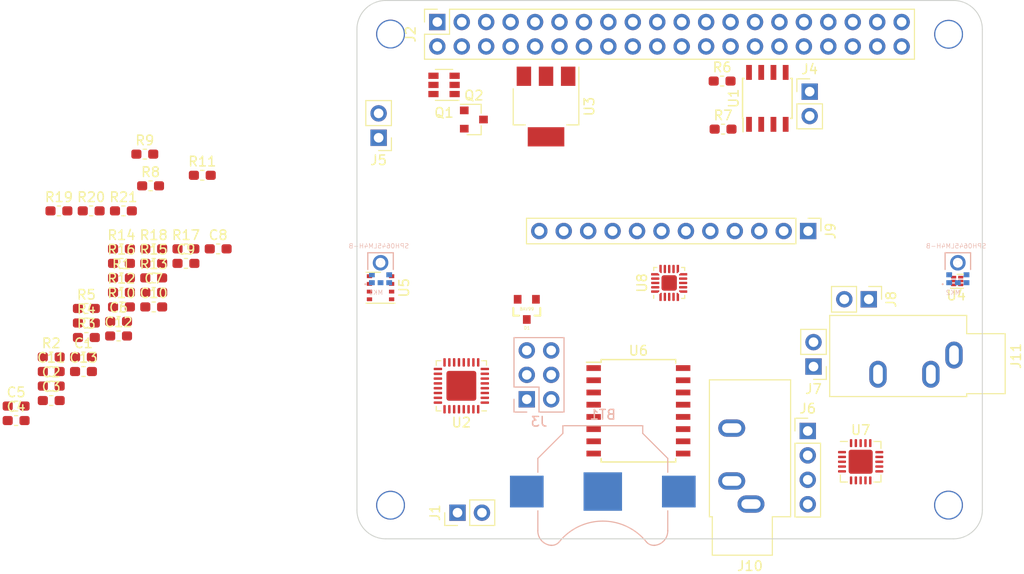
<source format=kicad_pcb>
(kicad_pcb (version 20171130) (host pcbnew "(5.0.2)-1")

  (general
    (thickness 1.6)
    (drawings 52)
    (tracks 0)
    (zones 0)
    (modules 63)
    (nets 99)
  )

  (page A4)
  (layers
    (0 F.Cu signal)
    (31 B.Cu signal)
    (32 B.Adhes user)
    (33 F.Adhes user)
    (34 B.Paste user)
    (35 F.Paste user)
    (36 B.SilkS user)
    (37 F.SilkS user)
    (38 B.Mask user hide)
    (39 F.Mask user hide)
    (40 Dwgs.User user)
    (41 Cmts.User user)
    (42 Eco1.User user hide)
    (43 Eco2.User user hide)
    (44 Edge.Cuts user)
    (45 Margin user)
    (46 B.CrtYd user hide)
    (47 F.CrtYd user hide)
    (48 B.Fab user hide)
    (49 F.Fab user hide)
  )

  (setup
    (last_trace_width 0.15)
    (user_trace_width 0.15)
    (user_trace_width 0.2)
    (user_trace_width 0.25)
    (user_trace_width 0.4)
    (user_trace_width 0.5)
    (user_trace_width 0.6)
    (user_trace_width 1)
    (user_trace_width 2)
    (trace_clearance 0.2)
    (zone_clearance 0.4)
    (zone_45_only yes)
    (trace_min 0.15)
    (segment_width 0.15)
    (edge_width 0.15)
    (via_size 0.4)
    (via_drill 0.2)
    (via_min_size 0.4)
    (via_min_drill 0.2)
    (uvia_size 0.3)
    (uvia_drill 0.1)
    (uvias_allowed no)
    (uvia_min_size 0.2)
    (uvia_min_drill 0.1)
    (pcb_text_width 0.3)
    (pcb_text_size 1.5 1.5)
    (mod_edge_width 0.15)
    (mod_text_size 0.6 0.6)
    (mod_text_width 0.09)
    (pad_size 1.524 1.524)
    (pad_drill 0.762)
    (pad_to_mask_clearance 0.1)
    (solder_mask_min_width 0.25)
    (aux_axis_origin 0 0)
    (visible_elements 7FFFFE3F)
    (pcbplotparams
      (layerselection 0x010f8_80000007)
      (usegerberextensions false)
      (usegerberattributes false)
      (usegerberadvancedattributes false)
      (creategerberjobfile false)
      (excludeedgelayer false)
      (linewidth 0.100000)
      (plotframeref false)
      (viasonmask false)
      (mode 1)
      (useauxorigin false)
      (hpglpennumber 1)
      (hpglpenspeed 20)
      (hpglpendiameter 15.000000)
      (psnegative false)
      (psa4output false)
      (plotreference true)
      (plotvalue false)
      (plotinvisibletext false)
      (padsonsilk true)
      (subtractmaskfromsilk false)
      (outputformat 1)
      (mirror false)
      (drillshape 0)
      (scaleselection 1)
      (outputdirectory "prod"))
  )

  (net 0 "")
  (net 1 GND)
  (net 2 "Net-(Q1-Pad1)")
  (net 3 "Net-(J9-Pad2)")
  (net 4 +3V3)
  (net 5 /PROG_RST_N)
  (net 6 /SPI_CS_N)
  (net 7 "Net-(MK1-Pad2)")
  (net 8 /PSUP_5V)
  (net 9 +5V)
  (net 10 /ID_SC)
  (net 11 /ID_SD)
  (net 12 /SDA)
  (net 13 /SCL)
  (net 14 /LED_DATA)
  (net 15 /PROG_MOSI)
  (net 16 /PROG_SCK)
  (net 17 /MCU_AREF)
  (net 18 /MCU_INT)
  (net 19 /GPIO_PB5)
  (net 20 /GPIO_PB4)
  (net 21 /GPIO_PB3)
  (net 22 /GPIO_PB1)
  (net 23 /MCU_RXD)
  (net 24 /MCU_TXD)
  (net 25 /PROG_MISO)
  (net 26 /ALS_INT)
  (net 27 "Net-(U4-Pad4)")
  (net 28 /Pi_3V3)
  (net 29 /MIC_CLK)
  (net 30 /MIC_WS)
  (net 31 /MIC_DO)
  (net 32 "Net-(MK1-Pad6)")
  (net 33 "Net-(MK2-Pad3)")
  (net 34 "Net-(MK2-Pad2)")
  (net 35 /AUD_SDN)
  (net 36 /AUD_IN_R-)
  (net 37 /AUD_IN_L-)
  (net 38 /CAP_IRQ)
  (net 39 /AUD_IN_R+)
  (net 40 /AUD_IN_L+)
  (net 41 "Net-(C10-Pad1)")
  (net 42 "Net-(J2-Pad23)")
  (net 43 "Net-(J1-Pad2)")
  (net 44 "Net-(J2-Pad22)")
  (net 45 "Net-(J2-Pad24)")
  (net 46 "Net-(Q1-Pad4)")
  (net 47 "Net-(R20-Pad1)")
  (net 48 "Net-(J2-Pad21)")
  (net 49 "Net-(J2-Pad19)")
  (net 50 /RTC_32KHZ)
  (net 51 /RTC_INT)
  (net 52 /RTC_RST)
  (net 53 "Net-(BT1-Pad1)")
  (net 54 "Net-(U2-Pad1)")
  (net 55 "Net-(U2-Pad2)")
  (net 56 "Net-(U2-Pad6)")
  (net 57 "Net-(U2-Pad7)")
  (net 58 "Net-(U2-Pad8)")
  (net 59 "Net-(U2-Pad13)")
  (net 60 "Net-(U2-Pad16)")
  (net 61 "Net-(U2-Pad17)")
  (net 62 "Net-(U2-Pad22)")
  (net 63 "Net-(U2-Pad23)")
  (net 64 "Net-(U2-Pad24)")
  (net 65 "Net-(U2-Pad32)")
  (net 66 "Net-(J9-Pad1)")
  (net 67 "Net-(J9-Pad3)")
  (net 68 "Net-(J9-Pad4)")
  (net 69 "Net-(J9-Pad5)")
  (net 70 "Net-(J9-Pad6)")
  (net 71 "Net-(J9-Pad7)")
  (net 72 "Net-(J9-Pad8)")
  (net 73 "Net-(J9-Pad9)")
  (net 74 "Net-(J9-Pad10)")
  (net 75 "Net-(J9-Pad11)")
  (net 76 "Net-(J9-Pad12)")
  (net 77 "Net-(J2-Pad7)")
  (net 78 "Net-(J2-Pad8)")
  (net 79 "Net-(J2-Pad10)")
  (net 80 "Net-(J2-Pad11)")
  (net 81 "Net-(J2-Pad13)")
  (net 82 "Net-(J2-Pad15)")
  (net 83 "Net-(J2-Pad16)")
  (net 84 "Net-(J2-Pad18)")
  (net 85 "Net-(J2-Pad26)")
  (net 86 "Net-(J2-Pad29)")
  (net 87 "Net-(J2-Pad31)")
  (net 88 "Net-(J2-Pad32)")
  (net 89 "Net-(J2-Pad33)")
  (net 90 "Net-(J2-Pad36)")
  (net 91 "Net-(J2-Pad37)")
  (net 92 "Net-(J2-Pad40)")
  (net 93 "Net-(U7-Pad16)")
  (net 94 "Net-(U7-Pad20)")
  (net 95 /AUD_O_L+)
  (net 96 /AUD_O_L-)
  (net 97 /AUD_O_R-)
  (net 98 /AUD_O_R+)

  (net_class Default "This is the default net class."
    (clearance 0.2)
    (trace_width 0.15)
    (via_dia 0.4)
    (via_drill 0.2)
    (uvia_dia 0.3)
    (uvia_drill 0.1)
    (add_net +3V3)
    (add_net +5V)
    (add_net /ALS_INT)
    (add_net /AUD_IN_L+)
    (add_net /AUD_IN_L-)
    (add_net /AUD_IN_R+)
    (add_net /AUD_IN_R-)
    (add_net /AUD_O_L+)
    (add_net /AUD_O_L-)
    (add_net /AUD_O_R+)
    (add_net /AUD_O_R-)
    (add_net /AUD_SDN)
    (add_net /CAP_IRQ)
    (add_net /GPIO_PB1)
    (add_net /GPIO_PB3)
    (add_net /GPIO_PB4)
    (add_net /GPIO_PB5)
    (add_net /ID_SC)
    (add_net /ID_SD)
    (add_net /LED_DATA)
    (add_net /MCU_AREF)
    (add_net /MCU_INT)
    (add_net /MCU_RXD)
    (add_net /MCU_TXD)
    (add_net /MIC_CLK)
    (add_net /MIC_DO)
    (add_net /MIC_WS)
    (add_net /PROG_MISO)
    (add_net /PROG_MOSI)
    (add_net /PROG_RST_N)
    (add_net /PROG_SCK)
    (add_net /PSUP_5V)
    (add_net /Pi_3V3)
    (add_net /RTC_32KHZ)
    (add_net /RTC_INT)
    (add_net /RTC_RST)
    (add_net /SCL)
    (add_net /SDA)
    (add_net /SPI_CS_N)
    (add_net GND)
    (add_net "Net-(BT1-Pad1)")
    (add_net "Net-(C10-Pad1)")
    (add_net "Net-(J1-Pad2)")
    (add_net "Net-(J2-Pad10)")
    (add_net "Net-(J2-Pad11)")
    (add_net "Net-(J2-Pad13)")
    (add_net "Net-(J2-Pad15)")
    (add_net "Net-(J2-Pad16)")
    (add_net "Net-(J2-Pad18)")
    (add_net "Net-(J2-Pad19)")
    (add_net "Net-(J2-Pad21)")
    (add_net "Net-(J2-Pad22)")
    (add_net "Net-(J2-Pad23)")
    (add_net "Net-(J2-Pad24)")
    (add_net "Net-(J2-Pad26)")
    (add_net "Net-(J2-Pad29)")
    (add_net "Net-(J2-Pad31)")
    (add_net "Net-(J2-Pad32)")
    (add_net "Net-(J2-Pad33)")
    (add_net "Net-(J2-Pad36)")
    (add_net "Net-(J2-Pad37)")
    (add_net "Net-(J2-Pad40)")
    (add_net "Net-(J2-Pad7)")
    (add_net "Net-(J2-Pad8)")
    (add_net "Net-(J9-Pad1)")
    (add_net "Net-(J9-Pad10)")
    (add_net "Net-(J9-Pad11)")
    (add_net "Net-(J9-Pad12)")
    (add_net "Net-(J9-Pad2)")
    (add_net "Net-(J9-Pad3)")
    (add_net "Net-(J9-Pad4)")
    (add_net "Net-(J9-Pad5)")
    (add_net "Net-(J9-Pad6)")
    (add_net "Net-(J9-Pad7)")
    (add_net "Net-(J9-Pad8)")
    (add_net "Net-(J9-Pad9)")
    (add_net "Net-(MK1-Pad2)")
    (add_net "Net-(MK1-Pad6)")
    (add_net "Net-(MK2-Pad2)")
    (add_net "Net-(MK2-Pad3)")
    (add_net "Net-(Q1-Pad1)")
    (add_net "Net-(Q1-Pad4)")
    (add_net "Net-(R20-Pad1)")
    (add_net "Net-(U2-Pad1)")
    (add_net "Net-(U2-Pad13)")
    (add_net "Net-(U2-Pad16)")
    (add_net "Net-(U2-Pad17)")
    (add_net "Net-(U2-Pad2)")
    (add_net "Net-(U2-Pad22)")
    (add_net "Net-(U2-Pad23)")
    (add_net "Net-(U2-Pad24)")
    (add_net "Net-(U2-Pad32)")
    (add_net "Net-(U2-Pad6)")
    (add_net "Net-(U2-Pad7)")
    (add_net "Net-(U2-Pad8)")
    (add_net "Net-(U4-Pad4)")
    (add_net "Net-(U7-Pad16)")
    (add_net "Net-(U7-Pad20)")
  )

  (module Connector_Audio:Jack_3.5mm_CUI_SJ1-3533NG_Horizontal (layer F.Cu) (tedit 5BAD3514) (tstamp 5C46E6FC)
    (at 119.5 113.2 180)
    (descr "TRS 3.5mm, horizontal, through-hole, https://www.cui.com/product/resource/sj1-353xng.pdf")
    (tags "TRS audio jack stereo horizontal")
    (path /5CA00716)
    (fp_text reference J10 (at 0.1 -6.45 180) (layer F.SilkS)
      (effects (font (size 1 1) (thickness 0.15)))
    )
    (fp_text value AudioJack3 (at 0.1 14.05 180) (layer F.Fab)
      (effects (font (size 1 1) (thickness 0.15)))
    )
    (fp_text user %R (at 0.1 3.8 180) (layer F.Fab)
      (effects (font (size 1 1) (thickness 0.15)))
    )
    (fp_line (start 4.7 -5.7) (end -4.5 -5.7) (layer F.CrtYd) (width 0.05))
    (fp_line (start 4.7 13.3) (end 4.7 -5.7) (layer F.CrtYd) (width 0.05))
    (fp_line (start -4.5 13.3) (end 4.7 13.3) (layer F.CrtYd) (width 0.05))
    (fp_line (start -4.5 -5.7) (end -4.5 13.3) (layer F.CrtYd) (width 0.05))
    (fp_line (start -2.22 -1.32) (end -2.22 -5.32) (layer F.SilkS) (width 0.12))
    (fp_line (start -4.12 -1.32) (end -2.22 -1.32) (layer F.SilkS) (width 0.12))
    (fp_line (start -4.12 12.92) (end -4.12 -1.32) (layer F.SilkS) (width 0.12))
    (fp_line (start 4.32 12.92) (end -4.12 12.92) (layer F.SilkS) (width 0.12))
    (fp_line (start 4.32 -1.32) (end 4.32 12.92) (layer F.SilkS) (width 0.12))
    (fp_line (start 4.02 -1.32) (end 4.32 -1.32) (layer F.SilkS) (width 0.12))
    (fp_line (start 4.02 -5.32) (end 4.02 -1.32) (layer F.SilkS) (width 0.12))
    (fp_line (start -2.22 -5.32) (end 4.02 -5.32) (layer F.SilkS) (width 0.12))
    (fp_line (start -2.1 -1.2) (end -2.1 -5.2) (layer F.Fab) (width 0.1))
    (fp_line (start -4 -1.2) (end -2.1 -1.2) (layer F.Fab) (width 0.1))
    (fp_line (start -4 12.8) (end -4 -1.2) (layer F.Fab) (width 0.1))
    (fp_line (start 4.2 12.8) (end -4 12.8) (layer F.Fab) (width 0.1))
    (fp_line (start 4.2 -1.2) (end 4.2 12.8) (layer F.Fab) (width 0.1))
    (fp_line (start 3.9 -1.2) (end 4.2 -1.2) (layer F.Fab) (width 0.1))
    (fp_line (start 3.9 -5.2) (end 3.9 -1.2) (layer F.Fab) (width 0.1))
    (fp_line (start -2.1 -5.2) (end 3.9 -5.2) (layer F.Fab) (width 0.1))
    (pad R thru_hole oval (at 2 7.9 180) (size 2.8 1.8) (drill oval 2 1) (layers *.Cu *.Mask)
      (net 39 /AUD_IN_R+))
    (pad T thru_hole oval (at 2 2.4 180) (size 2.8 1.8) (drill oval 2 1) (layers *.Cu *.Mask)
      (net 40 /AUD_IN_L+))
    (pad S thru_hole oval (at 0 0 180) (size 2.8 1.8) (drill oval 2 1) (layers *.Cu *.Mask)
      (net 1 GND))
    (model ${KISYS3DMOD}/Connector_Audio.3dshapes/Jack_3.5mm_CUI_SJ1-3533NG_Horizontal.wrl
      (at (xyz 0 0 0))
      (scale (xyz 1 1 1))
      (rotate (xyz 0 0 0))
    )
  )

  (module Connector_Audio:Jack_3.5mm_CUI_SJ1-3533NG_Horizontal (layer F.Cu) (tedit 5BAD3514) (tstamp 5C46E6E0)
    (at 140.6 97.7 270)
    (descr "TRS 3.5mm, horizontal, through-hole, https://www.cui.com/product/resource/sj1-353xng.pdf")
    (tags "TRS audio jack stereo horizontal")
    (path /5C901609)
    (fp_text reference J11 (at 0.1 -6.45 270) (layer F.SilkS)
      (effects (font (size 1 1) (thickness 0.15)))
    )
    (fp_text value AudioJack3_Ground (at 0.1 14.05 270) (layer F.Fab)
      (effects (font (size 1 1) (thickness 0.15)))
    )
    (fp_line (start -2.1 -5.2) (end 3.9 -5.2) (layer F.Fab) (width 0.1))
    (fp_line (start 3.9 -5.2) (end 3.9 -1.2) (layer F.Fab) (width 0.1))
    (fp_line (start 3.9 -1.2) (end 4.2 -1.2) (layer F.Fab) (width 0.1))
    (fp_line (start 4.2 -1.2) (end 4.2 12.8) (layer F.Fab) (width 0.1))
    (fp_line (start 4.2 12.8) (end -4 12.8) (layer F.Fab) (width 0.1))
    (fp_line (start -4 12.8) (end -4 -1.2) (layer F.Fab) (width 0.1))
    (fp_line (start -4 -1.2) (end -2.1 -1.2) (layer F.Fab) (width 0.1))
    (fp_line (start -2.1 -1.2) (end -2.1 -5.2) (layer F.Fab) (width 0.1))
    (fp_line (start -2.22 -5.32) (end 4.02 -5.32) (layer F.SilkS) (width 0.12))
    (fp_line (start 4.02 -5.32) (end 4.02 -1.32) (layer F.SilkS) (width 0.12))
    (fp_line (start 4.02 -1.32) (end 4.32 -1.32) (layer F.SilkS) (width 0.12))
    (fp_line (start 4.32 -1.32) (end 4.32 12.92) (layer F.SilkS) (width 0.12))
    (fp_line (start 4.32 12.92) (end -4.12 12.92) (layer F.SilkS) (width 0.12))
    (fp_line (start -4.12 12.92) (end -4.12 -1.32) (layer F.SilkS) (width 0.12))
    (fp_line (start -4.12 -1.32) (end -2.22 -1.32) (layer F.SilkS) (width 0.12))
    (fp_line (start -2.22 -1.32) (end -2.22 -5.32) (layer F.SilkS) (width 0.12))
    (fp_line (start -4.5 -5.7) (end -4.5 13.3) (layer F.CrtYd) (width 0.05))
    (fp_line (start -4.5 13.3) (end 4.7 13.3) (layer F.CrtYd) (width 0.05))
    (fp_line (start 4.7 13.3) (end 4.7 -5.7) (layer F.CrtYd) (width 0.05))
    (fp_line (start 4.7 -5.7) (end -4.5 -5.7) (layer F.CrtYd) (width 0.05))
    (fp_text user %R (at 0.1 3.8 270) (layer F.Fab)
      (effects (font (size 1 1) (thickness 0.15)))
    )
    (pad S thru_hole oval (at 0 0 270) (size 2.8 1.8) (drill oval 2 1) (layers *.Cu *.Mask)
      (net 1 GND))
    (pad T thru_hole oval (at 2 2.4 270) (size 2.8 1.8) (drill oval 2 1) (layers *.Cu *.Mask)
      (net 95 /AUD_O_L+))
    (pad R thru_hole oval (at 2 7.9 270) (size 2.8 1.8) (drill oval 2 1) (layers *.Cu *.Mask)
      (net 98 /AUD_O_R+))
    (model ${KISYS3DMOD}/Connector_Audio.3dshapes/Jack_3.5mm_CUI_SJ1-3533NG_Horizontal.wrl
      (at (xyz 0 0 0))
      (scale (xyz 1 1 1))
      (rotate (xyz 0 0 0))
    )
  )

  (module Package_SO:SOIC-8_3.9x4.9mm_P1.27mm (layer F.Cu) (tedit 5A02F2D3) (tstamp 5C46A22F)
    (at 121.2 71 90)
    (descr "8-Lead Plastic Small Outline (SN) - Narrow, 3.90 mm Body [SOIC] (see Microchip Packaging Specification http://ww1.microchip.com/downloads/en/PackagingSpec/00000049BQ.pdf)")
    (tags "SOIC 1.27")
    (path /58E1713F)
    (attr smd)
    (fp_text reference U1 (at 0 -3.5 90) (layer F.SilkS)
      (effects (font (size 1 1) (thickness 0.15)))
    )
    (fp_text value CAT24C32 (at 0 3.5 90) (layer F.Fab)
      (effects (font (size 1 1) (thickness 0.15)))
    )
    (fp_text user %R (at 0 0 90) (layer F.Fab)
      (effects (font (size 1 1) (thickness 0.15)))
    )
    (fp_line (start -0.95 -2.45) (end 1.95 -2.45) (layer F.Fab) (width 0.1))
    (fp_line (start 1.95 -2.45) (end 1.95 2.45) (layer F.Fab) (width 0.1))
    (fp_line (start 1.95 2.45) (end -1.95 2.45) (layer F.Fab) (width 0.1))
    (fp_line (start -1.95 2.45) (end -1.95 -1.45) (layer F.Fab) (width 0.1))
    (fp_line (start -1.95 -1.45) (end -0.95 -2.45) (layer F.Fab) (width 0.1))
    (fp_line (start -3.73 -2.7) (end -3.73 2.7) (layer F.CrtYd) (width 0.05))
    (fp_line (start 3.73 -2.7) (end 3.73 2.7) (layer F.CrtYd) (width 0.05))
    (fp_line (start -3.73 -2.7) (end 3.73 -2.7) (layer F.CrtYd) (width 0.05))
    (fp_line (start -3.73 2.7) (end 3.73 2.7) (layer F.CrtYd) (width 0.05))
    (fp_line (start -2.075 -2.575) (end -2.075 -2.525) (layer F.SilkS) (width 0.15))
    (fp_line (start 2.075 -2.575) (end 2.075 -2.43) (layer F.SilkS) (width 0.15))
    (fp_line (start 2.075 2.575) (end 2.075 2.43) (layer F.SilkS) (width 0.15))
    (fp_line (start -2.075 2.575) (end -2.075 2.43) (layer F.SilkS) (width 0.15))
    (fp_line (start -2.075 -2.575) (end 2.075 -2.575) (layer F.SilkS) (width 0.15))
    (fp_line (start -2.075 2.575) (end 2.075 2.575) (layer F.SilkS) (width 0.15))
    (fp_line (start -2.075 -2.525) (end -3.475 -2.525) (layer F.SilkS) (width 0.15))
    (pad 1 smd rect (at -2.7 -1.905 90) (size 1.55 0.6) (layers F.Cu F.Paste F.Mask)
      (net 1 GND))
    (pad 2 smd rect (at -2.7 -0.635 90) (size 1.55 0.6) (layers F.Cu F.Paste F.Mask)
      (net 1 GND))
    (pad 3 smd rect (at -2.7 0.635 90) (size 1.55 0.6) (layers F.Cu F.Paste F.Mask)
      (net 1 GND))
    (pad 4 smd rect (at -2.7 1.905 90) (size 1.55 0.6) (layers F.Cu F.Paste F.Mask)
      (net 1 GND))
    (pad 5 smd rect (at 2.7 1.905 90) (size 1.55 0.6) (layers F.Cu F.Paste F.Mask)
      (net 10 /ID_SC))
    (pad 6 smd rect (at 2.7 0.635 90) (size 1.55 0.6) (layers F.Cu F.Paste F.Mask)
      (net 11 /ID_SD))
    (pad 7 smd rect (at 2.7 -0.635 90) (size 1.55 0.6) (layers F.Cu F.Paste F.Mask)
      (net 43 "Net-(J1-Pad2)"))
    (pad 8 smd rect (at 2.7 -1.905 90) (size 1.55 0.6) (layers F.Cu F.Paste F.Mask)
      (net 4 +3V3))
    (model ${KISYS3DMOD}/Package_SO.3dshapes/SOIC-8_3.9x4.9mm_P1.27mm.wrl
      (at (xyz 0 0 0))
      (scale (xyz 1 1 1))
      (rotate (xyz 0 0 0))
    )
  )

  (module Connector_PinHeader_2.54mm:PinHeader_2x03_P2.54mm_Vertical (layer B.Cu) (tedit 59FED5CC) (tstamp 5C4653DA)
    (at 96.2 102.3)
    (descr "Through hole straight pin header, 2x03, 2.54mm pitch, double rows")
    (tags "Through hole pin header THT 2x03 2.54mm double row")
    (path /5C497695)
    (fp_text reference J3 (at 1.27 2.33) (layer B.SilkS)
      (effects (font (size 1 1) (thickness 0.15)) (justify mirror))
    )
    (fp_text value AVR-ISP-6 (at 1.27 -7.41) (layer B.Fab)
      (effects (font (size 1 1) (thickness 0.15)) (justify mirror))
    )
    (fp_line (start 0 1.27) (end 3.81 1.27) (layer B.Fab) (width 0.1))
    (fp_line (start 3.81 1.27) (end 3.81 -6.35) (layer B.Fab) (width 0.1))
    (fp_line (start 3.81 -6.35) (end -1.27 -6.35) (layer B.Fab) (width 0.1))
    (fp_line (start -1.27 -6.35) (end -1.27 0) (layer B.Fab) (width 0.1))
    (fp_line (start -1.27 0) (end 0 1.27) (layer B.Fab) (width 0.1))
    (fp_line (start -1.33 -6.41) (end 3.87 -6.41) (layer B.SilkS) (width 0.12))
    (fp_line (start -1.33 -1.27) (end -1.33 -6.41) (layer B.SilkS) (width 0.12))
    (fp_line (start 3.87 1.33) (end 3.87 -6.41) (layer B.SilkS) (width 0.12))
    (fp_line (start -1.33 -1.27) (end 1.27 -1.27) (layer B.SilkS) (width 0.12))
    (fp_line (start 1.27 -1.27) (end 1.27 1.33) (layer B.SilkS) (width 0.12))
    (fp_line (start 1.27 1.33) (end 3.87 1.33) (layer B.SilkS) (width 0.12))
    (fp_line (start -1.33 0) (end -1.33 1.33) (layer B.SilkS) (width 0.12))
    (fp_line (start -1.33 1.33) (end 0 1.33) (layer B.SilkS) (width 0.12))
    (fp_line (start -1.8 1.8) (end -1.8 -6.85) (layer B.CrtYd) (width 0.05))
    (fp_line (start -1.8 -6.85) (end 4.35 -6.85) (layer B.CrtYd) (width 0.05))
    (fp_line (start 4.35 -6.85) (end 4.35 1.8) (layer B.CrtYd) (width 0.05))
    (fp_line (start 4.35 1.8) (end -1.8 1.8) (layer B.CrtYd) (width 0.05))
    (fp_text user %R (at 1.27 -2.54 -90) (layer B.Fab)
      (effects (font (size 1 1) (thickness 0.15)) (justify mirror))
    )
    (pad 1 thru_hole rect (at 0 0) (size 1.7 1.7) (drill 1) (layers *.Cu *.Mask)
      (net 25 /PROG_MISO))
    (pad 2 thru_hole oval (at 2.54 0) (size 1.7 1.7) (drill 1) (layers *.Cu *.Mask)
      (net 4 +3V3))
    (pad 3 thru_hole oval (at 0 -2.54) (size 1.7 1.7) (drill 1) (layers *.Cu *.Mask)
      (net 16 /PROG_SCK))
    (pad 4 thru_hole oval (at 2.54 -2.54) (size 1.7 1.7) (drill 1) (layers *.Cu *.Mask)
      (net 15 /PROG_MOSI))
    (pad 5 thru_hole oval (at 0 -5.08) (size 1.7 1.7) (drill 1) (layers *.Cu *.Mask)
      (net 5 /PROG_RST_N))
    (pad 6 thru_hole oval (at 2.54 -5.08) (size 1.7 1.7) (drill 1) (layers *.Cu *.Mask)
      (net 1 GND))
    (model ${KISYS3DMOD}/Connector_PinHeader_2.54mm.3dshapes/PinHeader_2x03_P2.54mm_Vertical.wrl
      (at (xyz 0 0 0))
      (scale (xyz 1 1 1))
      (rotate (xyz 0 0 0))
    )
  )

  (module Connector_PinSocket_2.54mm:PinSocket_2x20_P2.54mm_Vertical (layer F.Cu) (tedit 5A19A433) (tstamp 5C4653D9)
    (at 86.9 63.06 90)
    (descr "Through hole straight socket strip, 2x20, 2.54mm pitch, double cols (from Kicad 4.0.7), script generated")
    (tags "Through hole socket strip THT 2x20 2.54mm double row")
    (path /58DFC771)
    (fp_text reference J2 (at -1.27 -2.77 90) (layer F.SilkS)
      (effects (font (size 1 1) (thickness 0.15)))
    )
    (fp_text value 40HAT (at -1.27 51.03 90) (layer F.Fab)
      (effects (font (size 1 1) (thickness 0.15)))
    )
    (fp_line (start -3.81 -1.27) (end 0.27 -1.27) (layer F.Fab) (width 0.1))
    (fp_line (start 0.27 -1.27) (end 1.27 -0.27) (layer F.Fab) (width 0.1))
    (fp_line (start 1.27 -0.27) (end 1.27 49.53) (layer F.Fab) (width 0.1))
    (fp_line (start 1.27 49.53) (end -3.81 49.53) (layer F.Fab) (width 0.1))
    (fp_line (start -3.81 49.53) (end -3.81 -1.27) (layer F.Fab) (width 0.1))
    (fp_line (start -3.87 -1.33) (end -1.27 -1.33) (layer F.SilkS) (width 0.12))
    (fp_line (start -3.87 -1.33) (end -3.87 49.59) (layer F.SilkS) (width 0.12))
    (fp_line (start -3.87 49.59) (end 1.33 49.59) (layer F.SilkS) (width 0.12))
    (fp_line (start 1.33 1.27) (end 1.33 49.59) (layer F.SilkS) (width 0.12))
    (fp_line (start -1.27 1.27) (end 1.33 1.27) (layer F.SilkS) (width 0.12))
    (fp_line (start -1.27 -1.33) (end -1.27 1.27) (layer F.SilkS) (width 0.12))
    (fp_line (start 1.33 -1.33) (end 1.33 0) (layer F.SilkS) (width 0.12))
    (fp_line (start 0 -1.33) (end 1.33 -1.33) (layer F.SilkS) (width 0.12))
    (fp_line (start -4.34 -1.8) (end 1.76 -1.8) (layer F.CrtYd) (width 0.05))
    (fp_line (start 1.76 -1.8) (end 1.76 50) (layer F.CrtYd) (width 0.05))
    (fp_line (start 1.76 50) (end -4.34 50) (layer F.CrtYd) (width 0.05))
    (fp_line (start -4.34 50) (end -4.34 -1.8) (layer F.CrtYd) (width 0.05))
    (fp_text user %R (at -1.27 24.13 180) (layer F.Fab)
      (effects (font (size 1 1) (thickness 0.15)))
    )
    (pad 1 thru_hole rect (at 0 0 90) (size 1.7 1.7) (drill 1) (layers *.Cu *.Mask)
      (net 28 /Pi_3V3))
    (pad 2 thru_hole oval (at -2.54 0 90) (size 1.7 1.7) (drill 1) (layers *.Cu *.Mask)
      (net 9 +5V))
    (pad 3 thru_hole oval (at 0 2.54 90) (size 1.7 1.7) (drill 1) (layers *.Cu *.Mask)
      (net 12 /SDA))
    (pad 4 thru_hole oval (at -2.54 2.54 90) (size 1.7 1.7) (drill 1) (layers *.Cu *.Mask)
      (net 9 +5V))
    (pad 5 thru_hole oval (at 0 5.08 90) (size 1.7 1.7) (drill 1) (layers *.Cu *.Mask)
      (net 13 /SCL))
    (pad 6 thru_hole oval (at -2.54 5.08 90) (size 1.7 1.7) (drill 1) (layers *.Cu *.Mask)
      (net 1 GND))
    (pad 7 thru_hole oval (at 0 7.62 90) (size 1.7 1.7) (drill 1) (layers *.Cu *.Mask)
      (net 77 "Net-(J2-Pad7)"))
    (pad 8 thru_hole oval (at -2.54 7.62 90) (size 1.7 1.7) (drill 1) (layers *.Cu *.Mask)
      (net 78 "Net-(J2-Pad8)"))
    (pad 9 thru_hole oval (at 0 10.16 90) (size 1.7 1.7) (drill 1) (layers *.Cu *.Mask)
      (net 1 GND))
    (pad 10 thru_hole oval (at -2.54 10.16 90) (size 1.7 1.7) (drill 1) (layers *.Cu *.Mask)
      (net 79 "Net-(J2-Pad10)"))
    (pad 11 thru_hole oval (at 0 12.7 90) (size 1.7 1.7) (drill 1) (layers *.Cu *.Mask)
      (net 80 "Net-(J2-Pad11)"))
    (pad 12 thru_hole oval (at -2.54 12.7 90) (size 1.7 1.7) (drill 1) (layers *.Cu *.Mask)
      (net 29 /MIC_CLK))
    (pad 13 thru_hole oval (at 0 15.24 90) (size 1.7 1.7) (drill 1) (layers *.Cu *.Mask)
      (net 81 "Net-(J2-Pad13)"))
    (pad 14 thru_hole oval (at -2.54 15.24 90) (size 1.7 1.7) (drill 1) (layers *.Cu *.Mask)
      (net 1 GND))
    (pad 15 thru_hole oval (at 0 17.78 90) (size 1.7 1.7) (drill 1) (layers *.Cu *.Mask)
      (net 82 "Net-(J2-Pad15)"))
    (pad 16 thru_hole oval (at -2.54 17.78 90) (size 1.7 1.7) (drill 1) (layers *.Cu *.Mask)
      (net 83 "Net-(J2-Pad16)"))
    (pad 17 thru_hole oval (at 0 20.32 90) (size 1.7 1.7) (drill 1) (layers *.Cu *.Mask)
      (net 28 /Pi_3V3))
    (pad 18 thru_hole oval (at -2.54 20.32 90) (size 1.7 1.7) (drill 1) (layers *.Cu *.Mask)
      (net 84 "Net-(J2-Pad18)"))
    (pad 19 thru_hole oval (at 0 22.86 90) (size 1.7 1.7) (drill 1) (layers *.Cu *.Mask)
      (net 49 "Net-(J2-Pad19)"))
    (pad 20 thru_hole oval (at -2.54 22.86 90) (size 1.7 1.7) (drill 1) (layers *.Cu *.Mask)
      (net 1 GND))
    (pad 21 thru_hole oval (at 0 25.4 90) (size 1.7 1.7) (drill 1) (layers *.Cu *.Mask)
      (net 48 "Net-(J2-Pad21)"))
    (pad 22 thru_hole oval (at -2.54 25.4 90) (size 1.7 1.7) (drill 1) (layers *.Cu *.Mask)
      (net 44 "Net-(J2-Pad22)"))
    (pad 23 thru_hole oval (at 0 27.94 90) (size 1.7 1.7) (drill 1) (layers *.Cu *.Mask)
      (net 42 "Net-(J2-Pad23)"))
    (pad 24 thru_hole oval (at -2.54 27.94 90) (size 1.7 1.7) (drill 1) (layers *.Cu *.Mask)
      (net 45 "Net-(J2-Pad24)"))
    (pad 25 thru_hole oval (at 0 30.48 90) (size 1.7 1.7) (drill 1) (layers *.Cu *.Mask)
      (net 1 GND))
    (pad 26 thru_hole oval (at -2.54 30.48 90) (size 1.7 1.7) (drill 1) (layers *.Cu *.Mask)
      (net 85 "Net-(J2-Pad26)"))
    (pad 27 thru_hole oval (at 0 33.02 90) (size 1.7 1.7) (drill 1) (layers *.Cu *.Mask)
      (net 11 /ID_SD))
    (pad 28 thru_hole oval (at -2.54 33.02 90) (size 1.7 1.7) (drill 1) (layers *.Cu *.Mask)
      (net 10 /ID_SC))
    (pad 29 thru_hole oval (at 0 35.56 90) (size 1.7 1.7) (drill 1) (layers *.Cu *.Mask)
      (net 86 "Net-(J2-Pad29)"))
    (pad 30 thru_hole oval (at -2.54 35.56 90) (size 1.7 1.7) (drill 1) (layers *.Cu *.Mask)
      (net 1 GND))
    (pad 31 thru_hole oval (at 0 38.1 90) (size 1.7 1.7) (drill 1) (layers *.Cu *.Mask)
      (net 87 "Net-(J2-Pad31)"))
    (pad 32 thru_hole oval (at -2.54 38.1 90) (size 1.7 1.7) (drill 1) (layers *.Cu *.Mask)
      (net 88 "Net-(J2-Pad32)"))
    (pad 33 thru_hole oval (at 0 40.64 90) (size 1.7 1.7) (drill 1) (layers *.Cu *.Mask)
      (net 89 "Net-(J2-Pad33)"))
    (pad 34 thru_hole oval (at -2.54 40.64 90) (size 1.7 1.7) (drill 1) (layers *.Cu *.Mask)
      (net 1 GND))
    (pad 35 thru_hole oval (at 0 43.18 90) (size 1.7 1.7) (drill 1) (layers *.Cu *.Mask)
      (net 30 /MIC_WS))
    (pad 36 thru_hole oval (at -2.54 43.18 90) (size 1.7 1.7) (drill 1) (layers *.Cu *.Mask)
      (net 90 "Net-(J2-Pad36)"))
    (pad 37 thru_hole oval (at 0 45.72 90) (size 1.7 1.7) (drill 1) (layers *.Cu *.Mask)
      (net 91 "Net-(J2-Pad37)"))
    (pad 38 thru_hole oval (at -2.54 45.72 90) (size 1.7 1.7) (drill 1) (layers *.Cu *.Mask)
      (net 31 /MIC_DO))
    (pad 39 thru_hole oval (at 0 48.26 90) (size 1.7 1.7) (drill 1) (layers *.Cu *.Mask)
      (net 1 GND))
    (pad 40 thru_hole oval (at -2.54 48.26 90) (size 1.7 1.7) (drill 1) (layers *.Cu *.Mask)
      (net 92 "Net-(J2-Pad40)"))
    (model ${KISYS3DMOD}/Connector_PinSocket_2.54mm.3dshapes/PinSocket_2x20_P2.54mm_Vertical.wrl
      (at (xyz 0 0 0))
      (scale (xyz 1 1 1))
      (rotate (xyz 0 0 0))
    )
  )

  (module Package_DFN_QFN:QFN-20-1EP_3x3mm_P0.45mm_EP1.6x1.6mm (layer F.Cu) (tedit 5B4D0CFF) (tstamp 5C465345)
    (at 111 90.2 90)
    (descr "QFN, 20 Pin (http://ww1.microchip.com/downloads/en/DeviceDoc/atmel-8235-8-bit-avr-microcontroller-attiny20_datasheet.pdf (Page 212)), generated with kicad-footprint-generator ipc_dfn_qfn_generator.py")
    (tags "QFN DFN_QFN")
    (path /5C3BF345)
    (attr smd)
    (fp_text reference U8 (at 0 -2.82 90) (layer F.SilkS)
      (effects (font (size 1 1) (thickness 0.15)))
    )
    (fp_text value MPR121QR2 (at 0 2.82 90) (layer F.Fab)
      (effects (font (size 1 1) (thickness 0.15)))
    )
    (fp_line (start 1.285 -1.61) (end 1.61 -1.61) (layer F.SilkS) (width 0.12))
    (fp_line (start 1.61 -1.61) (end 1.61 -1.285) (layer F.SilkS) (width 0.12))
    (fp_line (start -1.285 1.61) (end -1.61 1.61) (layer F.SilkS) (width 0.12))
    (fp_line (start -1.61 1.61) (end -1.61 1.285) (layer F.SilkS) (width 0.12))
    (fp_line (start 1.285 1.61) (end 1.61 1.61) (layer F.SilkS) (width 0.12))
    (fp_line (start 1.61 1.61) (end 1.61 1.285) (layer F.SilkS) (width 0.12))
    (fp_line (start -1.285 -1.61) (end -1.61 -1.61) (layer F.SilkS) (width 0.12))
    (fp_line (start -0.75 -1.5) (end 1.5 -1.5) (layer F.Fab) (width 0.1))
    (fp_line (start 1.5 -1.5) (end 1.5 1.5) (layer F.Fab) (width 0.1))
    (fp_line (start 1.5 1.5) (end -1.5 1.5) (layer F.Fab) (width 0.1))
    (fp_line (start -1.5 1.5) (end -1.5 -0.75) (layer F.Fab) (width 0.1))
    (fp_line (start -1.5 -0.75) (end -0.75 -1.5) (layer F.Fab) (width 0.1))
    (fp_line (start -2.12 -2.12) (end -2.12 2.12) (layer F.CrtYd) (width 0.05))
    (fp_line (start -2.12 2.12) (end 2.12 2.12) (layer F.CrtYd) (width 0.05))
    (fp_line (start 2.12 2.12) (end 2.12 -2.12) (layer F.CrtYd) (width 0.05))
    (fp_line (start 2.12 -2.12) (end -2.12 -2.12) (layer F.CrtYd) (width 0.05))
    (fp_text user %R (at 0 0 90) (layer F.Fab)
      (effects (font (size 0.75 0.75) (thickness 0.11)))
    )
    (pad 21 smd roundrect (at 0 0 90) (size 1.6 1.6) (layers F.Cu F.Mask) (roundrect_rratio 0.15625))
    (pad "" smd roundrect (at -0.4 -0.4 90) (size 0.64 0.64) (layers F.Paste) (roundrect_rratio 0.25))
    (pad "" smd roundrect (at -0.4 0.4 90) (size 0.64 0.64) (layers F.Paste) (roundrect_rratio 0.25))
    (pad "" smd roundrect (at 0.4 -0.4 90) (size 0.64 0.64) (layers F.Paste) (roundrect_rratio 0.25))
    (pad "" smd roundrect (at 0.4 0.4 90) (size 0.64 0.64) (layers F.Paste) (roundrect_rratio 0.25))
    (pad 1 smd custom (at -1.45 -0.9 90) (size 0.143934 0.143934) (layers F.Cu F.Paste F.Mask)
      (net 38 /CAP_IRQ)
      (options (clearance outline) (anchor circle))
      (primitives
        (gr_poly (pts
           (xy -0.425 -0.125) (xy 0.275 -0.125) (xy 0.425 0.025) (xy 0.425 0.125) (xy -0.425 0.125)
) (width 0))
      ))
    (pad 2 smd roundrect (at -1.45 -0.45 90) (size 0.85 0.25) (layers F.Cu F.Paste F.Mask) (roundrect_rratio 0.25)
      (net 13 /SCL))
    (pad 3 smd roundrect (at -1.45 0 90) (size 0.85 0.25) (layers F.Cu F.Paste F.Mask) (roundrect_rratio 0.25)
      (net 12 /SDA))
    (pad 4 smd roundrect (at -1.45 0.45 90) (size 0.85 0.25) (layers F.Cu F.Paste F.Mask) (roundrect_rratio 0.25)
      (net 1 GND))
    (pad 5 smd custom (at -1.45 0.9 90) (size 0.143934 0.143934) (layers F.Cu F.Paste F.Mask)
      (net 41 "Net-(C10-Pad1)")
      (options (clearance outline) (anchor circle))
      (primitives
        (gr_poly (pts
           (xy -0.425 -0.125) (xy 0.425 -0.125) (xy 0.425 -0.025) (xy 0.275 0.125) (xy -0.425 0.125)
) (width 0))
      ))
    (pad 6 smd custom (at -0.9 1.45 90) (size 0.143934 0.143934) (layers F.Cu F.Paste F.Mask)
      (net 1 GND)
      (options (clearance outline) (anchor circle))
      (primitives
        (gr_poly (pts
           (xy -0.125 -0.275) (xy 0.025 -0.425) (xy 0.125 -0.425) (xy 0.125 0.425) (xy -0.125 0.425)
) (width 0))
      ))
    (pad 7 smd roundrect (at -0.45 1.45 90) (size 0.25 0.85) (layers F.Cu F.Paste F.Mask) (roundrect_rratio 0.25)
      (net 47 "Net-(R20-Pad1)"))
    (pad 8 smd roundrect (at 0 1.45 90) (size 0.25 0.85) (layers F.Cu F.Paste F.Mask) (roundrect_rratio 0.25)
      (net 66 "Net-(J9-Pad1)"))
    (pad 9 smd roundrect (at 0.45 1.45 90) (size 0.25 0.85) (layers F.Cu F.Paste F.Mask) (roundrect_rratio 0.25)
      (net 3 "Net-(J9-Pad2)"))
    (pad 10 smd custom (at 0.9 1.45 90) (size 0.143934 0.143934) (layers F.Cu F.Paste F.Mask)
      (net 67 "Net-(J9-Pad3)")
      (options (clearance outline) (anchor circle))
      (primitives
        (gr_poly (pts
           (xy -0.125 -0.425) (xy -0.025 -0.425) (xy 0.125 -0.275) (xy 0.125 0.425) (xy -0.125 0.425)
) (width 0))
      ))
    (pad 11 smd custom (at 1.45 0.9 90) (size 0.143934 0.143934) (layers F.Cu F.Paste F.Mask)
      (net 68 "Net-(J9-Pad4)")
      (options (clearance outline) (anchor circle))
      (primitives
        (gr_poly (pts
           (xy -0.425 -0.125) (xy 0.425 -0.125) (xy 0.425 0.125) (xy -0.275 0.125) (xy -0.425 -0.025)
) (width 0))
      ))
    (pad 12 smd roundrect (at 1.45 0.45 90) (size 0.85 0.25) (layers F.Cu F.Paste F.Mask) (roundrect_rratio 0.25)
      (net 69 "Net-(J9-Pad5)"))
    (pad 13 smd roundrect (at 1.45 0 90) (size 0.85 0.25) (layers F.Cu F.Paste F.Mask) (roundrect_rratio 0.25)
      (net 70 "Net-(J9-Pad6)"))
    (pad 14 smd roundrect (at 1.45 -0.45 90) (size 0.85 0.25) (layers F.Cu F.Paste F.Mask) (roundrect_rratio 0.25)
      (net 71 "Net-(J9-Pad7)"))
    (pad 15 smd custom (at 1.45 -0.9 90) (size 0.143934 0.143934) (layers F.Cu F.Paste F.Mask)
      (net 72 "Net-(J9-Pad8)")
      (options (clearance outline) (anchor circle))
      (primitives
        (gr_poly (pts
           (xy -0.425 0.025) (xy -0.275 -0.125) (xy 0.425 -0.125) (xy 0.425 0.125) (xy -0.425 0.125)
) (width 0))
      ))
    (pad 16 smd custom (at 0.9 -1.45 90) (size 0.143934 0.143934) (layers F.Cu F.Paste F.Mask)
      (net 73 "Net-(J9-Pad9)")
      (options (clearance outline) (anchor circle))
      (primitives
        (gr_poly (pts
           (xy -0.125 -0.425) (xy 0.125 -0.425) (xy 0.125 0.275) (xy -0.025 0.425) (xy -0.125 0.425)
) (width 0))
      ))
    (pad 17 smd roundrect (at 0.45 -1.45 90) (size 0.25 0.85) (layers F.Cu F.Paste F.Mask) (roundrect_rratio 0.25)
      (net 74 "Net-(J9-Pad10)"))
    (pad 18 smd roundrect (at 0 -1.45 90) (size 0.25 0.85) (layers F.Cu F.Paste F.Mask) (roundrect_rratio 0.25)
      (net 75 "Net-(J9-Pad11)"))
    (pad 19 smd roundrect (at -0.45 -1.45 90) (size 0.25 0.85) (layers F.Cu F.Paste F.Mask) (roundrect_rratio 0.25)
      (net 76 "Net-(J9-Pad12)"))
    (pad 20 smd custom (at -0.9 -1.45 90) (size 0.143934 0.143934) (layers F.Cu F.Paste F.Mask)
      (net 4 +3V3)
      (options (clearance outline) (anchor circle))
      (primitives
        (gr_poly (pts
           (xy -0.125 -0.425) (xy 0.125 -0.425) (xy 0.125 0.425) (xy 0.025 0.425) (xy -0.125 0.275)
) (width 0))
      ))
    (model ${KISYS3DMOD}/Package_DFN_QFN.3dshapes/QFN-20-1EP_3x3mm_P0.45mm_EP1.6x1.6mm.wrl
      (at (xyz 0 0 0))
      (scale (xyz 1 1 1))
      (rotate (xyz 0 0 0))
    )
  )

  (module Package_DFN_QFN:QFN-20-1EP_4x4mm_P0.5mm_EP2.5x2.5mm (layer F.Cu) (tedit 5B4E6D2C) (tstamp 5C465318)
    (at 130.9 108.8)
    (descr "QFN, 20 Pin (http://ww1.microchip.com/downloads/en/PackagingSpec/00000049BQ.pdf (Page 274)), generated with kicad-footprint-generator ipc_dfn_qfn_generator.py")
    (tags "QFN DFN_QFN")
    (path /5C3BF5FA)
    (attr smd)
    (fp_text reference U7 (at 0 -3.3) (layer F.SilkS)
      (effects (font (size 1 1) (thickness 0.15)))
    )
    (fp_text value TPA2016D2RTJR (at 0 3.3) (layer F.Fab)
      (effects (font (size 1 1) (thickness 0.15)))
    )
    (fp_line (start 1.385 -2.11) (end 2.11 -2.11) (layer F.SilkS) (width 0.12))
    (fp_line (start 2.11 -2.11) (end 2.11 -1.385) (layer F.SilkS) (width 0.12))
    (fp_line (start -1.385 2.11) (end -2.11 2.11) (layer F.SilkS) (width 0.12))
    (fp_line (start -2.11 2.11) (end -2.11 1.385) (layer F.SilkS) (width 0.12))
    (fp_line (start 1.385 2.11) (end 2.11 2.11) (layer F.SilkS) (width 0.12))
    (fp_line (start 2.11 2.11) (end 2.11 1.385) (layer F.SilkS) (width 0.12))
    (fp_line (start -1.385 -2.11) (end -2.11 -2.11) (layer F.SilkS) (width 0.12))
    (fp_line (start -1 -2) (end 2 -2) (layer F.Fab) (width 0.1))
    (fp_line (start 2 -2) (end 2 2) (layer F.Fab) (width 0.1))
    (fp_line (start 2 2) (end -2 2) (layer F.Fab) (width 0.1))
    (fp_line (start -2 2) (end -2 -1) (layer F.Fab) (width 0.1))
    (fp_line (start -2 -1) (end -1 -2) (layer F.Fab) (width 0.1))
    (fp_line (start -2.6 -2.6) (end -2.6 2.6) (layer F.CrtYd) (width 0.05))
    (fp_line (start -2.6 2.6) (end 2.6 2.6) (layer F.CrtYd) (width 0.05))
    (fp_line (start 2.6 2.6) (end 2.6 -2.6) (layer F.CrtYd) (width 0.05))
    (fp_line (start 2.6 -2.6) (end -2.6 -2.6) (layer F.CrtYd) (width 0.05))
    (fp_text user %R (at 0 0) (layer F.Fab)
      (effects (font (size 1 1) (thickness 0.15)))
    )
    (pad 21 smd roundrect (at 0 0) (size 2.5 2.5) (layers F.Cu F.Mask) (roundrect_rratio 0.1)
      (net 1 GND))
    (pad "" smd roundrect (at -0.625 -0.625) (size 1.01 1.01) (layers F.Paste) (roundrect_rratio 0.247525))
    (pad "" smd roundrect (at -0.625 0.625) (size 1.01 1.01) (layers F.Paste) (roundrect_rratio 0.247525))
    (pad "" smd roundrect (at 0.625 -0.625) (size 1.01 1.01) (layers F.Paste) (roundrect_rratio 0.247525))
    (pad "" smd roundrect (at 0.625 0.625) (size 1.01 1.01) (layers F.Paste) (roundrect_rratio 0.247525))
    (pad 1 smd roundrect (at -1.9375 -1) (size 0.825 0.25) (layers F.Cu F.Paste F.Mask) (roundrect_rratio 0.25)
      (net 40 /AUD_IN_L+))
    (pad 2 smd roundrect (at -1.9375 -0.5) (size 0.825 0.25) (layers F.Cu F.Paste F.Mask) (roundrect_rratio 0.25)
      (net 37 /AUD_IN_L-))
    (pad 3 smd roundrect (at -1.9375 0) (size 0.825 0.25) (layers F.Cu F.Paste F.Mask) (roundrect_rratio 0.25)
      (net 1 GND))
    (pad 4 smd roundrect (at -1.9375 0.5) (size 0.825 0.25) (layers F.Cu F.Paste F.Mask) (roundrect_rratio 0.25)
      (net 4 +3V3))
    (pad 5 smd roundrect (at -1.9375 1) (size 0.825 0.25) (layers F.Cu F.Paste F.Mask) (roundrect_rratio 0.25)
      (net 4 +3V3))
    (pad 6 smd roundrect (at -1 1.9375) (size 0.25 0.825) (layers F.Cu F.Paste F.Mask) (roundrect_rratio 0.25)
      (net 95 /AUD_O_L+))
    (pad 7 smd roundrect (at -0.5 1.9375) (size 0.25 0.825) (layers F.Cu F.Paste F.Mask) (roundrect_rratio 0.25)
      (net 96 /AUD_O_L-))
    (pad 8 smd roundrect (at 0 1.9375) (size 0.25 0.825) (layers F.Cu F.Paste F.Mask) (roundrect_rratio 0.25)
      (net 1 GND))
    (pad 9 smd roundrect (at 0.5 1.9375) (size 0.25 0.825) (layers F.Cu F.Paste F.Mask) (roundrect_rratio 0.25)
      (net 97 /AUD_O_R-))
    (pad 10 smd roundrect (at 1 1.9375) (size 0.25 0.825) (layers F.Cu F.Paste F.Mask) (roundrect_rratio 0.25)
      (net 98 /AUD_O_R+))
    (pad 11 smd roundrect (at 1.9375 1) (size 0.825 0.25) (layers F.Cu F.Paste F.Mask) (roundrect_rratio 0.25)
      (net 4 +3V3))
    (pad 12 smd roundrect (at 1.9375 0.5) (size 0.825 0.25) (layers F.Cu F.Paste F.Mask) (roundrect_rratio 0.25)
      (net 4 +3V3))
    (pad 13 smd roundrect (at 1.9375 0) (size 0.825 0.25) (layers F.Cu F.Paste F.Mask) (roundrect_rratio 0.25)
      (net 4 +3V3))
    (pad 14 smd roundrect (at 1.9375 -0.5) (size 0.825 0.25) (layers F.Cu F.Paste F.Mask) (roundrect_rratio 0.25)
      (net 36 /AUD_IN_R-))
    (pad 15 smd roundrect (at 1.9375 -1) (size 0.825 0.25) (layers F.Cu F.Paste F.Mask) (roundrect_rratio 0.25)
      (net 39 /AUD_IN_R+))
    (pad 16 smd roundrect (at 1 -1.9375) (size 0.25 0.825) (layers F.Cu F.Paste F.Mask) (roundrect_rratio 0.25)
      (net 93 "Net-(U7-Pad16)"))
    (pad 17 smd roundrect (at 0.5 -1.9375) (size 0.25 0.825) (layers F.Cu F.Paste F.Mask) (roundrect_rratio 0.25)
      (net 13 /SCL))
    (pad 18 smd roundrect (at 0 -1.9375) (size 0.25 0.825) (layers F.Cu F.Paste F.Mask) (roundrect_rratio 0.25)
      (net 35 /AUD_SDN))
    (pad 19 smd roundrect (at -0.5 -1.9375) (size 0.25 0.825) (layers F.Cu F.Paste F.Mask) (roundrect_rratio 0.25)
      (net 12 /SDA))
    (pad 20 smd roundrect (at -1 -1.9375) (size 0.25 0.825) (layers F.Cu F.Paste F.Mask) (roundrect_rratio 0.25)
      (net 94 "Net-(U7-Pad20)"))
    (model ${KISYS3DMOD}/Package_DFN_QFN.3dshapes/QFN-20-1EP_4x4mm_P0.5mm_EP2.5x2.5mm.wrl
      (at (xyz 0 0 0))
      (scale (xyz 1 1 1))
      (rotate (xyz 0 0 0))
    )
  )

  (module Package_SO:SOIC-16W_7.5x10.3mm_P1.27mm (layer F.Cu) (tedit 5A02F2D3) (tstamp 5C46524A)
    (at 107.8 103.5)
    (descr "16-Lead Plastic Small Outline (SO) - Wide, 7.50 mm Body [SOIC] (see Microchip Packaging Specification 00000049BS.pdf)")
    (tags "SOIC 1.27")
    (path /5C5E5A43)
    (attr smd)
    (fp_text reference U6 (at 0 -6.25) (layer F.SilkS)
      (effects (font (size 1 1) (thickness 0.15)))
    )
    (fp_text value DS3231M (at 0 6.25) (layer F.Fab)
      (effects (font (size 1 1) (thickness 0.15)))
    )
    (fp_text user %R (at 0 0) (layer F.Fab)
      (effects (font (size 1 1) (thickness 0.15)))
    )
    (fp_line (start -2.75 -5.15) (end 3.75 -5.15) (layer F.Fab) (width 0.15))
    (fp_line (start 3.75 -5.15) (end 3.75 5.15) (layer F.Fab) (width 0.15))
    (fp_line (start 3.75 5.15) (end -3.75 5.15) (layer F.Fab) (width 0.15))
    (fp_line (start -3.75 5.15) (end -3.75 -4.15) (layer F.Fab) (width 0.15))
    (fp_line (start -3.75 -4.15) (end -2.75 -5.15) (layer F.Fab) (width 0.15))
    (fp_line (start -5.65 -5.5) (end -5.65 5.5) (layer F.CrtYd) (width 0.05))
    (fp_line (start 5.65 -5.5) (end 5.65 5.5) (layer F.CrtYd) (width 0.05))
    (fp_line (start -5.65 -5.5) (end 5.65 -5.5) (layer F.CrtYd) (width 0.05))
    (fp_line (start -5.65 5.5) (end 5.65 5.5) (layer F.CrtYd) (width 0.05))
    (fp_line (start -3.875 -5.325) (end -3.875 -5.05) (layer F.SilkS) (width 0.15))
    (fp_line (start 3.875 -5.325) (end 3.875 -4.97) (layer F.SilkS) (width 0.15))
    (fp_line (start 3.875 5.325) (end 3.875 4.97) (layer F.SilkS) (width 0.15))
    (fp_line (start -3.875 5.325) (end -3.875 4.97) (layer F.SilkS) (width 0.15))
    (fp_line (start -3.875 -5.325) (end 3.875 -5.325) (layer F.SilkS) (width 0.15))
    (fp_line (start -3.875 5.325) (end 3.875 5.325) (layer F.SilkS) (width 0.15))
    (fp_line (start -3.875 -5.05) (end -5.4 -5.05) (layer F.SilkS) (width 0.15))
    (pad 1 smd rect (at -4.65 -4.445) (size 1.5 0.6) (layers F.Cu F.Paste F.Mask)
      (net 50 /RTC_32KHZ))
    (pad 2 smd rect (at -4.65 -3.175) (size 1.5 0.6) (layers F.Cu F.Paste F.Mask)
      (net 4 +3V3))
    (pad 3 smd rect (at -4.65 -1.905) (size 1.5 0.6) (layers F.Cu F.Paste F.Mask)
      (net 51 /RTC_INT))
    (pad 4 smd rect (at -4.65 -0.635) (size 1.5 0.6) (layers F.Cu F.Paste F.Mask)
      (net 52 /RTC_RST))
    (pad 5 smd rect (at -4.65 0.635) (size 1.5 0.6) (layers F.Cu F.Paste F.Mask)
      (net 1 GND))
    (pad 6 smd rect (at -4.65 1.905) (size 1.5 0.6) (layers F.Cu F.Paste F.Mask)
      (net 1 GND))
    (pad 7 smd rect (at -4.65 3.175) (size 1.5 0.6) (layers F.Cu F.Paste F.Mask)
      (net 1 GND))
    (pad 8 smd rect (at -4.65 4.445) (size 1.5 0.6) (layers F.Cu F.Paste F.Mask)
      (net 1 GND))
    (pad 9 smd rect (at 4.65 4.445) (size 1.5 0.6) (layers F.Cu F.Paste F.Mask)
      (net 1 GND))
    (pad 10 smd rect (at 4.65 3.175) (size 1.5 0.6) (layers F.Cu F.Paste F.Mask)
      (net 1 GND))
    (pad 11 smd rect (at 4.65 1.905) (size 1.5 0.6) (layers F.Cu F.Paste F.Mask)
      (net 1 GND))
    (pad 12 smd rect (at 4.65 0.635) (size 1.5 0.6) (layers F.Cu F.Paste F.Mask)
      (net 1 GND))
    (pad 13 smd rect (at 4.65 -0.635) (size 1.5 0.6) (layers F.Cu F.Paste F.Mask)
      (net 1 GND))
    (pad 14 smd rect (at 4.65 -1.905) (size 1.5 0.6) (layers F.Cu F.Paste F.Mask)
      (net 53 "Net-(BT1-Pad1)"))
    (pad 15 smd rect (at 4.65 -3.175) (size 1.5 0.6) (layers F.Cu F.Paste F.Mask)
      (net 12 /SDA))
    (pad 16 smd rect (at 4.65 -4.445) (size 1.5 0.6) (layers F.Cu F.Paste F.Mask)
      (net 13 /SCL))
    (model ${KISYS3DMOD}/Package_SO.3dshapes/SOIC-16W_7.5x10.3mm_P1.27mm.wrl
      (at (xyz 0 0 0))
      (scale (xyz 1 1 1))
      (rotate (xyz 0 0 0))
    )
  )

  (module SOT23-3 (layer F.Cu) (tedit 0) (tstamp 5C4636EE)
    (at 96.2 92.9 180)
    (path /5C785273)
    (attr smd)
    (fp_text reference D1 (at -0.012721 -1.98458 180) (layer F.SilkS)
      (effects (font (size 0.320545 0.320545) (thickness 0.05)))
    )
    (fp_text value BAV99 (at 0 -0.012702 180) (layer F.SilkS)
      (effects (font (size 0.320063 0.320063) (thickness 0.05)))
    )
    (fp_line (start 1.4224 -0.6604) (end 1.4224 0.6604) (layer Dwgs.User) (width 0.1524))
    (fp_line (start 1.4224 0.6604) (end -1.4224 0.6604) (layer Dwgs.User) (width 0.1524))
    (fp_line (start -1.4224 0.6604) (end -1.4224 -0.6604) (layer Dwgs.User) (width 0.1524))
    (fp_line (start -1.4224 -0.6604) (end 1.4224 -0.6604) (layer Dwgs.User) (width 0.1524))
    (fp_line (start -0.8 -0.7) (end -1.4 -0.7) (layer F.SilkS) (width 0.2032))
    (fp_line (start -1.4 -0.7) (end -1.4 0.1) (layer F.SilkS) (width 0.2032))
    (fp_line (start 0.8 -0.7) (end 1.4 -0.7) (layer F.SilkS) (width 0.2032))
    (fp_line (start 1.4 -0.7) (end 1.4 0.1) (layer F.SilkS) (width 0.2032))
    (pad 3 smd rect (at 0 -1.1 180) (size 0.8 0.9) (layers F.Cu F.Paste F.Mask)
      (net 5 /PROG_RST_N))
    (pad 2 smd rect (at 0.95 1 180) (size 0.8 0.9) (layers F.Cu F.Paste F.Mask)
      (net 4 +3V3))
    (pad 1 smd rect (at -0.95 1 180) (size 0.8 0.9) (layers F.Cu F.Paste F.Mask)
      (net 1 GND))
  )

  (module Battery:BatteryHolder_Keystone_3000_1x12mm (layer B.Cu) (tedit 58972371) (tstamp 5C4636DF)
    (at 104.1 111.9 180)
    (descr http://www.keyelco.com/product-pdf.cfm?p=777)
    (tags "Keystone type 3000 coin cell retainer")
    (path /5C76C3AB)
    (attr smd)
    (fp_text reference BT1 (at 0 8 180) (layer B.SilkS)
      (effects (font (size 1 1) (thickness 0.15)) (justify mirror))
    )
    (fp_text value Battery_Cell (at 0 -7.5 180) (layer B.Fab)
      (effects (font (size 1 1) (thickness 0.15)) (justify mirror))
    )
    (fp_text user %R (at 0 0 180) (layer B.Fab)
      (effects (font (size 1 1) (thickness 0.15)) (justify mirror))
    )
    (fp_arc (start 0 0) (end 0 -6.75) (angle -36.6) (layer B.CrtYd) (width 0.05))
    (fp_arc (start 0.11 -9.15) (end 4.22 -5.65) (angle 3.1) (layer B.CrtYd) (width 0.05))
    (fp_arc (start 0.11 -9.15) (end -4.22 -5.65) (angle -3.1) (layer B.CrtYd) (width 0.05))
    (fp_arc (start 0 0) (end 0 -6.75) (angle 36.6) (layer B.CrtYd) (width 0.05))
    (fp_arc (start 5.25 -4.1) (end 5.3 -6.1) (angle 90) (layer B.CrtYd) (width 0.05))
    (fp_arc (start 5.29 -4.6) (end 4.22 -5.65) (angle 54.1) (layer B.CrtYd) (width 0.05))
    (fp_arc (start -5.29 -4.6) (end -4.22 -5.65) (angle -54.1) (layer B.CrtYd) (width 0.05))
    (fp_circle (center 0 0) (end 0 -6.25) (layer Dwgs.User) (width 0.15))
    (fp_arc (start 5.29 -4.6) (end 4.5 -5.2) (angle 60) (layer B.SilkS) (width 0.12))
    (fp_arc (start -5.29 -4.6) (end -4.5 -5.2) (angle -60) (layer B.SilkS) (width 0.12))
    (fp_arc (start 0 -8.9) (end -4.5 -5.2) (angle -101) (layer B.SilkS) (width 0.12))
    (fp_arc (start 5.29 -4.6) (end 4.6 -5.1) (angle 60) (layer B.Fab) (width 0.1))
    (fp_arc (start -5.29 -4.6) (end -4.6 -5.1) (angle -60) (layer B.Fab) (width 0.1))
    (fp_arc (start 0 -8.9) (end -4.6 -5.1) (angle -101) (layer B.Fab) (width 0.1))
    (fp_arc (start -5.25 -4.1) (end -5.3 -6.1) (angle -90) (layer B.CrtYd) (width 0.05))
    (fp_arc (start 5.25 -4.1) (end 5.3 -5.6) (angle 90) (layer B.SilkS) (width 0.12))
    (fp_arc (start -5.25 -4.1) (end -5.3 -5.6) (angle -90) (layer B.SilkS) (width 0.12))
    (fp_line (start -7.25 -2.15) (end -7.25 -4.1) (layer B.CrtYd) (width 0.05))
    (fp_line (start 7.25 -2.15) (end 7.25 -4.1) (layer B.CrtYd) (width 0.05))
    (fp_line (start 6.75 -2) (end 6.75 -4.1) (layer B.SilkS) (width 0.12))
    (fp_line (start -6.75 -2) (end -6.75 -4.1) (layer B.SilkS) (width 0.12))
    (fp_arc (start 5.25 -4.1) (end 5.3 -5.45) (angle 90) (layer B.Fab) (width 0.1))
    (fp_line (start 7.25 2.15) (end 7.25 3.8) (layer B.CrtYd) (width 0.05))
    (fp_line (start 7.25 3.8) (end 4.65 6.4) (layer B.CrtYd) (width 0.05))
    (fp_line (start 4.65 6.4) (end 4.65 7.35) (layer B.CrtYd) (width 0.05))
    (fp_line (start -4.65 7.35) (end 4.65 7.35) (layer B.CrtYd) (width 0.05))
    (fp_line (start -4.65 6.4) (end -4.65 7.35) (layer B.CrtYd) (width 0.05))
    (fp_line (start -7.25 3.8) (end -4.65 6.4) (layer B.CrtYd) (width 0.05))
    (fp_line (start -7.25 2.15) (end -7.25 3.8) (layer B.CrtYd) (width 0.05))
    (fp_line (start -6.75 2) (end -6.75 3.45) (layer B.SilkS) (width 0.12))
    (fp_line (start -6.75 3.45) (end -4.15 6.05) (layer B.SilkS) (width 0.12))
    (fp_line (start -4.15 6.05) (end -4.15 6.85) (layer B.SilkS) (width 0.12))
    (fp_line (start -4.15 6.85) (end 4.15 6.85) (layer B.SilkS) (width 0.12))
    (fp_line (start 4.15 6.85) (end 4.15 6.05) (layer B.SilkS) (width 0.12))
    (fp_line (start 4.15 6.05) (end 6.75 3.45) (layer B.SilkS) (width 0.12))
    (fp_line (start 6.75 3.45) (end 6.75 2) (layer B.SilkS) (width 0.12))
    (fp_line (start -7.25 2.15) (end -10.15 2.15) (layer B.CrtYd) (width 0.05))
    (fp_line (start -10.15 2.15) (end -10.15 -2.15) (layer B.CrtYd) (width 0.05))
    (fp_line (start -10.15 -2.15) (end -7.25 -2.15) (layer B.CrtYd) (width 0.05))
    (fp_line (start 7.25 2.15) (end 10.15 2.15) (layer B.CrtYd) (width 0.05))
    (fp_line (start 10.15 2.15) (end 10.15 -2.15) (layer B.CrtYd) (width 0.05))
    (fp_line (start 10.15 -2.15) (end 7.25 -2.15) (layer B.CrtYd) (width 0.05))
    (fp_arc (start -5.25 -4.1) (end -5.3 -5.45) (angle -90) (layer B.Fab) (width 0.1))
    (fp_line (start 6.6 3.4) (end 6.6 -4.1) (layer B.Fab) (width 0.1))
    (fp_line (start -6.6 3.4) (end -6.6 -4.1) (layer B.Fab) (width 0.1))
    (fp_line (start 4 6) (end 6.6 3.4) (layer B.Fab) (width 0.1))
    (fp_line (start -4 6) (end -6.6 3.4) (layer B.Fab) (width 0.1))
    (fp_line (start 4 6.7) (end 4 6) (layer B.Fab) (width 0.1))
    (fp_line (start -4 6.7) (end -4 6) (layer B.Fab) (width 0.1))
    (fp_line (start -4 6.7) (end 4 6.7) (layer B.Fab) (width 0.1))
    (pad 1 smd rect (at -7.9 0 180) (size 3.5 3.3) (layers B.Cu B.Paste B.Mask)
      (net 53 "Net-(BT1-Pad1)"))
    (pad 1 smd rect (at 7.9 0 180) (size 3.5 3.3) (layers B.Cu B.Paste B.Mask)
      (net 53 "Net-(BT1-Pad1)"))
    (pad 2 smd rect (at 0 0 180) (size 4 4) (layers B.Cu B.Mask)
      (net 1 GND))
    (model ${KISYS3DMOD}/Battery.3dshapes/BatteryHolder_Keystone_3000_1x12mm.wrl
      (at (xyz 0 0 0))
      (scale (xyz 1 1 1))
      (rotate (xyz 0 0 0))
    )
  )

  (module Connector_PinHeader_2.54mm:PinHeader_1x02_P2.54mm_Vertical (layer F.Cu) (tedit 59FED5CC) (tstamp 5C4634DC)
    (at 131.74 91.9 270)
    (descr "Through hole straight pin header, 1x02, 2.54mm pitch, single row")
    (tags "Through hole pin header THT 1x02 2.54mm single row")
    (path /5CB97AC0)
    (fp_text reference J8 (at 0 -2.33 270) (layer F.SilkS)
      (effects (font (size 1 1) (thickness 0.15)))
    )
    (fp_text value OUT_SPK_R (at 0 4.87 270) (layer F.Fab)
      (effects (font (size 1 1) (thickness 0.15)))
    )
    (fp_line (start -0.635 -1.27) (end 1.27 -1.27) (layer F.Fab) (width 0.1))
    (fp_line (start 1.27 -1.27) (end 1.27 3.81) (layer F.Fab) (width 0.1))
    (fp_line (start 1.27 3.81) (end -1.27 3.81) (layer F.Fab) (width 0.1))
    (fp_line (start -1.27 3.81) (end -1.27 -0.635) (layer F.Fab) (width 0.1))
    (fp_line (start -1.27 -0.635) (end -0.635 -1.27) (layer F.Fab) (width 0.1))
    (fp_line (start -1.33 3.87) (end 1.33 3.87) (layer F.SilkS) (width 0.12))
    (fp_line (start -1.33 1.27) (end -1.33 3.87) (layer F.SilkS) (width 0.12))
    (fp_line (start 1.33 1.27) (end 1.33 3.87) (layer F.SilkS) (width 0.12))
    (fp_line (start -1.33 1.27) (end 1.33 1.27) (layer F.SilkS) (width 0.12))
    (fp_line (start -1.33 0) (end -1.33 -1.33) (layer F.SilkS) (width 0.12))
    (fp_line (start -1.33 -1.33) (end 0 -1.33) (layer F.SilkS) (width 0.12))
    (fp_line (start -1.8 -1.8) (end -1.8 4.35) (layer F.CrtYd) (width 0.05))
    (fp_line (start -1.8 4.35) (end 1.8 4.35) (layer F.CrtYd) (width 0.05))
    (fp_line (start 1.8 4.35) (end 1.8 -1.8) (layer F.CrtYd) (width 0.05))
    (fp_line (start 1.8 -1.8) (end -1.8 -1.8) (layer F.CrtYd) (width 0.05))
    (fp_text user %R (at 0 1.27) (layer F.Fab)
      (effects (font (size 1 1) (thickness 0.15)))
    )
    (pad 1 thru_hole rect (at 0 0 270) (size 1.7 1.7) (drill 1) (layers *.Cu *.Mask)
      (net 98 /AUD_O_R+))
    (pad 2 thru_hole oval (at 0 2.54 270) (size 1.7 1.7) (drill 1) (layers *.Cu *.Mask)
      (net 97 /AUD_O_R-))
    (model ${KISYS3DMOD}/Connector_PinHeader_2.54mm.3dshapes/PinHeader_1x02_P2.54mm_Vertical.wrl
      (at (xyz 0 0 0))
      (scale (xyz 1 1 1))
      (rotate (xyz 0 0 0))
    )
  )

  (module Connector_PinHeader_2.54mm:PinHeader_1x02_P2.54mm_Vertical (layer F.Cu) (tedit 59FED5CC) (tstamp 5C4634C7)
    (at 80.8 75.1 180)
    (descr "Through hole straight pin header, 1x02, 2.54mm pitch, single row")
    (tags "Through hole pin header THT 1x02 2.54mm single row")
    (path /5C3C7758)
    (fp_text reference J5 (at 0 -2.33 180) (layer F.SilkS)
      (effects (font (size 1 1) (thickness 0.15)))
    )
    (fp_text value RPi_Power (at 0 4.87 180) (layer F.Fab)
      (effects (font (size 1 1) (thickness 0.15)))
    )
    (fp_text user %R (at 0 1.27 270) (layer F.Fab)
      (effects (font (size 1 1) (thickness 0.15)))
    )
    (fp_line (start 1.8 -1.8) (end -1.8 -1.8) (layer F.CrtYd) (width 0.05))
    (fp_line (start 1.8 4.35) (end 1.8 -1.8) (layer F.CrtYd) (width 0.05))
    (fp_line (start -1.8 4.35) (end 1.8 4.35) (layer F.CrtYd) (width 0.05))
    (fp_line (start -1.8 -1.8) (end -1.8 4.35) (layer F.CrtYd) (width 0.05))
    (fp_line (start -1.33 -1.33) (end 0 -1.33) (layer F.SilkS) (width 0.12))
    (fp_line (start -1.33 0) (end -1.33 -1.33) (layer F.SilkS) (width 0.12))
    (fp_line (start -1.33 1.27) (end 1.33 1.27) (layer F.SilkS) (width 0.12))
    (fp_line (start 1.33 1.27) (end 1.33 3.87) (layer F.SilkS) (width 0.12))
    (fp_line (start -1.33 1.27) (end -1.33 3.87) (layer F.SilkS) (width 0.12))
    (fp_line (start -1.33 3.87) (end 1.33 3.87) (layer F.SilkS) (width 0.12))
    (fp_line (start -1.27 -0.635) (end -0.635 -1.27) (layer F.Fab) (width 0.1))
    (fp_line (start -1.27 3.81) (end -1.27 -0.635) (layer F.Fab) (width 0.1))
    (fp_line (start 1.27 3.81) (end -1.27 3.81) (layer F.Fab) (width 0.1))
    (fp_line (start 1.27 -1.27) (end 1.27 3.81) (layer F.Fab) (width 0.1))
    (fp_line (start -0.635 -1.27) (end 1.27 -1.27) (layer F.Fab) (width 0.1))
    (pad 2 thru_hole oval (at 0 2.54 180) (size 1.7 1.7) (drill 1) (layers *.Cu *.Mask)
      (net 8 /PSUP_5V))
    (pad 1 thru_hole rect (at 0 0 180) (size 1.7 1.7) (drill 1) (layers *.Cu *.Mask)
      (net 1 GND))
    (model ${KISYS3DMOD}/Connector_PinHeader_2.54mm.3dshapes/PinHeader_1x02_P2.54mm_Vertical.wrl
      (at (xyz 0 0 0))
      (scale (xyz 1 1 1))
      (rotate (xyz 0 0 0))
    )
  )

  (module Connector_PinHeader_2.54mm:PinHeader_1x02_P2.54mm_Vertical (layer F.Cu) (tedit 59FED5CC) (tstamp 5C4634B1)
    (at 89 114.1 90)
    (descr "Through hole straight pin header, 1x02, 2.54mm pitch, single row")
    (tags "Through hole pin header THT 1x02 2.54mm single row")
    (path /58E18D32)
    (fp_text reference J1 (at 0 -2.33 90) (layer F.SilkS)
      (effects (font (size 1 1) (thickness 0.15)))
    )
    (fp_text value EE_WP (at 0 4.87 90) (layer F.Fab)
      (effects (font (size 1 1) (thickness 0.15)))
    )
    (fp_line (start -0.635 -1.27) (end 1.27 -1.27) (layer F.Fab) (width 0.1))
    (fp_line (start 1.27 -1.27) (end 1.27 3.81) (layer F.Fab) (width 0.1))
    (fp_line (start 1.27 3.81) (end -1.27 3.81) (layer F.Fab) (width 0.1))
    (fp_line (start -1.27 3.81) (end -1.27 -0.635) (layer F.Fab) (width 0.1))
    (fp_line (start -1.27 -0.635) (end -0.635 -1.27) (layer F.Fab) (width 0.1))
    (fp_line (start -1.33 3.87) (end 1.33 3.87) (layer F.SilkS) (width 0.12))
    (fp_line (start -1.33 1.27) (end -1.33 3.87) (layer F.SilkS) (width 0.12))
    (fp_line (start 1.33 1.27) (end 1.33 3.87) (layer F.SilkS) (width 0.12))
    (fp_line (start -1.33 1.27) (end 1.33 1.27) (layer F.SilkS) (width 0.12))
    (fp_line (start -1.33 0) (end -1.33 -1.33) (layer F.SilkS) (width 0.12))
    (fp_line (start -1.33 -1.33) (end 0 -1.33) (layer F.SilkS) (width 0.12))
    (fp_line (start -1.8 -1.8) (end -1.8 4.35) (layer F.CrtYd) (width 0.05))
    (fp_line (start -1.8 4.35) (end 1.8 4.35) (layer F.CrtYd) (width 0.05))
    (fp_line (start 1.8 4.35) (end 1.8 -1.8) (layer F.CrtYd) (width 0.05))
    (fp_line (start 1.8 -1.8) (end -1.8 -1.8) (layer F.CrtYd) (width 0.05))
    (fp_text user %R (at 0 1.27 180) (layer F.Fab)
      (effects (font (size 1 1) (thickness 0.15)))
    )
    (pad 1 thru_hole rect (at 0 0 90) (size 1.7 1.7) (drill 1) (layers *.Cu *.Mask)
      (net 1 GND))
    (pad 2 thru_hole oval (at 0 2.54 90) (size 1.7 1.7) (drill 1) (layers *.Cu *.Mask)
      (net 43 "Net-(J1-Pad2)"))
    (model ${KISYS3DMOD}/Connector_PinHeader_2.54mm.3dshapes/PinHeader_1x02_P2.54mm_Vertical.wrl
      (at (xyz 0 0 0))
      (scale (xyz 1 1 1))
      (rotate (xyz 0 0 0))
    )
  )

  (module Connector_PinHeader_2.54mm:PinHeader_1x04_P2.54mm_Vertical (layer F.Cu) (tedit 59FED5CC) (tstamp 5C463485)
    (at 125.4 105.6)
    (descr "Through hole straight pin header, 1x04, 2.54mm pitch, single row")
    (tags "Through hole pin header THT 1x04 2.54mm single row")
    (path /5CFA8690)
    (fp_text reference J6 (at 0 -2.33) (layer F.SilkS)
      (effects (font (size 1 1) (thickness 0.15)))
    )
    (fp_text value AUD_IN (at 0 9.95) (layer F.Fab)
      (effects (font (size 1 1) (thickness 0.15)))
    )
    (fp_line (start -0.635 -1.27) (end 1.27 -1.27) (layer F.Fab) (width 0.1))
    (fp_line (start 1.27 -1.27) (end 1.27 8.89) (layer F.Fab) (width 0.1))
    (fp_line (start 1.27 8.89) (end -1.27 8.89) (layer F.Fab) (width 0.1))
    (fp_line (start -1.27 8.89) (end -1.27 -0.635) (layer F.Fab) (width 0.1))
    (fp_line (start -1.27 -0.635) (end -0.635 -1.27) (layer F.Fab) (width 0.1))
    (fp_line (start -1.33 8.95) (end 1.33 8.95) (layer F.SilkS) (width 0.12))
    (fp_line (start -1.33 1.27) (end -1.33 8.95) (layer F.SilkS) (width 0.12))
    (fp_line (start 1.33 1.27) (end 1.33 8.95) (layer F.SilkS) (width 0.12))
    (fp_line (start -1.33 1.27) (end 1.33 1.27) (layer F.SilkS) (width 0.12))
    (fp_line (start -1.33 0) (end -1.33 -1.33) (layer F.SilkS) (width 0.12))
    (fp_line (start -1.33 -1.33) (end 0 -1.33) (layer F.SilkS) (width 0.12))
    (fp_line (start -1.8 -1.8) (end -1.8 9.4) (layer F.CrtYd) (width 0.05))
    (fp_line (start -1.8 9.4) (end 1.8 9.4) (layer F.CrtYd) (width 0.05))
    (fp_line (start 1.8 9.4) (end 1.8 -1.8) (layer F.CrtYd) (width 0.05))
    (fp_line (start 1.8 -1.8) (end -1.8 -1.8) (layer F.CrtYd) (width 0.05))
    (fp_text user %R (at 0 3.81 90) (layer F.Fab)
      (effects (font (size 1 1) (thickness 0.15)))
    )
    (pad 1 thru_hole rect (at 0 0) (size 1.7 1.7) (drill 1) (layers *.Cu *.Mask)
      (net 39 /AUD_IN_R+))
    (pad 2 thru_hole oval (at 0 2.54) (size 1.7 1.7) (drill 1) (layers *.Cu *.Mask)
      (net 36 /AUD_IN_R-))
    (pad 3 thru_hole oval (at 0 5.08) (size 1.7 1.7) (drill 1) (layers *.Cu *.Mask)
      (net 37 /AUD_IN_L-))
    (pad 4 thru_hole oval (at 0 7.62) (size 1.7 1.7) (drill 1) (layers *.Cu *.Mask)
      (net 40 /AUD_IN_L+))
    (model ${KISYS3DMOD}/Connector_PinHeader_2.54mm.3dshapes/PinHeader_1x04_P2.54mm_Vertical.wrl
      (at (xyz 0 0 0))
      (scale (xyz 1 1 1))
      (rotate (xyz 0 0 0))
    )
  )

  (module Connector_PinHeader_2.54mm:PinHeader_1x12_P2.54mm_Vertical (layer F.Cu) (tedit 59FED5CC) (tstamp 5C463466)
    (at 125.44 84.8 270)
    (descr "Through hole straight pin header, 1x12, 2.54mm pitch, single row")
    (tags "Through hole pin header THT 1x12 2.54mm single row")
    (path /5C84B92F)
    (fp_text reference J9 (at 0 -2.33 270) (layer F.SilkS)
      (effects (font (size 1 1) (thickness 0.15)))
    )
    (fp_text value CAP_TOUCH (at 0 30.27 270) (layer F.Fab)
      (effects (font (size 1 1) (thickness 0.15)))
    )
    (fp_line (start -0.635 -1.27) (end 1.27 -1.27) (layer F.Fab) (width 0.1))
    (fp_line (start 1.27 -1.27) (end 1.27 29.21) (layer F.Fab) (width 0.1))
    (fp_line (start 1.27 29.21) (end -1.27 29.21) (layer F.Fab) (width 0.1))
    (fp_line (start -1.27 29.21) (end -1.27 -0.635) (layer F.Fab) (width 0.1))
    (fp_line (start -1.27 -0.635) (end -0.635 -1.27) (layer F.Fab) (width 0.1))
    (fp_line (start -1.33 29.27) (end 1.33 29.27) (layer F.SilkS) (width 0.12))
    (fp_line (start -1.33 1.27) (end -1.33 29.27) (layer F.SilkS) (width 0.12))
    (fp_line (start 1.33 1.27) (end 1.33 29.27) (layer F.SilkS) (width 0.12))
    (fp_line (start -1.33 1.27) (end 1.33 1.27) (layer F.SilkS) (width 0.12))
    (fp_line (start -1.33 0) (end -1.33 -1.33) (layer F.SilkS) (width 0.12))
    (fp_line (start -1.33 -1.33) (end 0 -1.33) (layer F.SilkS) (width 0.12))
    (fp_line (start -1.8 -1.8) (end -1.8 29.75) (layer F.CrtYd) (width 0.05))
    (fp_line (start -1.8 29.75) (end 1.8 29.75) (layer F.CrtYd) (width 0.05))
    (fp_line (start 1.8 29.75) (end 1.8 -1.8) (layer F.CrtYd) (width 0.05))
    (fp_line (start 1.8 -1.8) (end -1.8 -1.8) (layer F.CrtYd) (width 0.05))
    (fp_text user %R (at 0 13.97) (layer F.Fab)
      (effects (font (size 1 1) (thickness 0.15)))
    )
    (pad 1 thru_hole rect (at 0 0 270) (size 1.7 1.7) (drill 1) (layers *.Cu *.Mask)
      (net 66 "Net-(J9-Pad1)"))
    (pad 2 thru_hole oval (at 0 2.54 270) (size 1.7 1.7) (drill 1) (layers *.Cu *.Mask)
      (net 3 "Net-(J9-Pad2)"))
    (pad 3 thru_hole oval (at 0 5.08 270) (size 1.7 1.7) (drill 1) (layers *.Cu *.Mask)
      (net 67 "Net-(J9-Pad3)"))
    (pad 4 thru_hole oval (at 0 7.62 270) (size 1.7 1.7) (drill 1) (layers *.Cu *.Mask)
      (net 68 "Net-(J9-Pad4)"))
    (pad 5 thru_hole oval (at 0 10.16 270) (size 1.7 1.7) (drill 1) (layers *.Cu *.Mask)
      (net 69 "Net-(J9-Pad5)"))
    (pad 6 thru_hole oval (at 0 12.7 270) (size 1.7 1.7) (drill 1) (layers *.Cu *.Mask)
      (net 70 "Net-(J9-Pad6)"))
    (pad 7 thru_hole oval (at 0 15.24 270) (size 1.7 1.7) (drill 1) (layers *.Cu *.Mask)
      (net 71 "Net-(J9-Pad7)"))
    (pad 8 thru_hole oval (at 0 17.78 270) (size 1.7 1.7) (drill 1) (layers *.Cu *.Mask)
      (net 72 "Net-(J9-Pad8)"))
    (pad 9 thru_hole oval (at 0 20.32 270) (size 1.7 1.7) (drill 1) (layers *.Cu *.Mask)
      (net 73 "Net-(J9-Pad9)"))
    (pad 10 thru_hole oval (at 0 22.86 270) (size 1.7 1.7) (drill 1) (layers *.Cu *.Mask)
      (net 74 "Net-(J9-Pad10)"))
    (pad 11 thru_hole oval (at 0 25.4 270) (size 1.7 1.7) (drill 1) (layers *.Cu *.Mask)
      (net 75 "Net-(J9-Pad11)"))
    (pad 12 thru_hole oval (at 0 27.94 270) (size 1.7 1.7) (drill 1) (layers *.Cu *.Mask)
      (net 76 "Net-(J9-Pad12)"))
    (model ${KISYS3DMOD}/Connector_PinHeader_2.54mm.3dshapes/PinHeader_1x12_P2.54mm_Vertical.wrl
      (at (xyz 0 0 0))
      (scale (xyz 1 1 1))
      (rotate (xyz 0 0 0))
    )
  )

  (module Package_DFN_QFN:QFN-32-1EP_5x5mm_P0.5mm_EP3.1x3.1mm (layer F.Cu) (tedit 5B4E60CE) (tstamp 5C463304)
    (at 89.4 100.9 180)
    (descr "QFN, 32 Pin (http://ww1.microchip.com/downloads/en/DeviceDoc/8008S.pdf (Page 20)), generated with kicad-footprint-generator ipc_dfn_qfn_generator.py")
    (tags "QFN DFN_QFN")
    (path /5C3B6615)
    (attr smd)
    (fp_text reference U2 (at 0 -3.82 180) (layer F.SilkS)
      (effects (font (size 1 1) (thickness 0.15)))
    )
    (fp_text value ATtiny87-MU (at 0 3.82 180) (layer F.Fab)
      (effects (font (size 1 1) (thickness 0.15)))
    )
    (fp_line (start 2.135 -2.61) (end 2.61 -2.61) (layer F.SilkS) (width 0.12))
    (fp_line (start 2.61 -2.61) (end 2.61 -2.135) (layer F.SilkS) (width 0.12))
    (fp_line (start -2.135 2.61) (end -2.61 2.61) (layer F.SilkS) (width 0.12))
    (fp_line (start -2.61 2.61) (end -2.61 2.135) (layer F.SilkS) (width 0.12))
    (fp_line (start 2.135 2.61) (end 2.61 2.61) (layer F.SilkS) (width 0.12))
    (fp_line (start 2.61 2.61) (end 2.61 2.135) (layer F.SilkS) (width 0.12))
    (fp_line (start -2.135 -2.61) (end -2.61 -2.61) (layer F.SilkS) (width 0.12))
    (fp_line (start -1.5 -2.5) (end 2.5 -2.5) (layer F.Fab) (width 0.1))
    (fp_line (start 2.5 -2.5) (end 2.5 2.5) (layer F.Fab) (width 0.1))
    (fp_line (start 2.5 2.5) (end -2.5 2.5) (layer F.Fab) (width 0.1))
    (fp_line (start -2.5 2.5) (end -2.5 -1.5) (layer F.Fab) (width 0.1))
    (fp_line (start -2.5 -1.5) (end -1.5 -2.5) (layer F.Fab) (width 0.1))
    (fp_line (start -3.12 -3.12) (end -3.12 3.12) (layer F.CrtYd) (width 0.05))
    (fp_line (start -3.12 3.12) (end 3.12 3.12) (layer F.CrtYd) (width 0.05))
    (fp_line (start 3.12 3.12) (end 3.12 -3.12) (layer F.CrtYd) (width 0.05))
    (fp_line (start 3.12 -3.12) (end -3.12 -3.12) (layer F.CrtYd) (width 0.05))
    (fp_text user %R (at 0 0 180) (layer F.Fab)
      (effects (font (size 1 1) (thickness 0.15)))
    )
    (pad 33 smd roundrect (at 0 0 180) (size 3.1 3.1) (layers F.Cu F.Mask) (roundrect_rratio 0.08064499999999999)
      (net 1 GND))
    (pad "" smd roundrect (at -1.03 -1.03 180) (size 0.83 0.83) (layers F.Paste) (roundrect_rratio 0.25))
    (pad "" smd roundrect (at -1.03 0 180) (size 0.83 0.83) (layers F.Paste) (roundrect_rratio 0.25))
    (pad "" smd roundrect (at -1.03 1.03 180) (size 0.83 0.83) (layers F.Paste) (roundrect_rratio 0.25))
    (pad "" smd roundrect (at 0 -1.03 180) (size 0.83 0.83) (layers F.Paste) (roundrect_rratio 0.25))
    (pad "" smd roundrect (at 0 0 180) (size 0.83 0.83) (layers F.Paste) (roundrect_rratio 0.25))
    (pad "" smd roundrect (at 0 1.03 180) (size 0.83 0.83) (layers F.Paste) (roundrect_rratio 0.25))
    (pad "" smd roundrect (at 1.03 -1.03 180) (size 0.83 0.83) (layers F.Paste) (roundrect_rratio 0.25))
    (pad "" smd roundrect (at 1.03 0 180) (size 0.83 0.83) (layers F.Paste) (roundrect_rratio 0.25))
    (pad "" smd roundrect (at 1.03 1.03 180) (size 0.83 0.83) (layers F.Paste) (roundrect_rratio 0.25))
    (pad 1 smd roundrect (at -2.4375 -1.75 180) (size 0.875 0.25) (layers F.Cu F.Paste F.Mask) (roundrect_rratio 0.25)
      (net 54 "Net-(U2-Pad1)"))
    (pad 2 smd roundrect (at -2.4375 -1.25 180) (size 0.875 0.25) (layers F.Cu F.Paste F.Mask) (roundrect_rratio 0.25)
      (net 55 "Net-(U2-Pad2)"))
    (pad 3 smd roundrect (at -2.4375 -0.75 180) (size 0.875 0.25) (layers F.Cu F.Paste F.Mask) (roundrect_rratio 0.25)
      (net 14 /LED_DATA))
    (pad 4 smd roundrect (at -2.4375 -0.25 180) (size 0.875 0.25) (layers F.Cu F.Paste F.Mask) (roundrect_rratio 0.25)
      (net 4 +3V3))
    (pad 5 smd roundrect (at -2.4375 0.25 180) (size 0.875 0.25) (layers F.Cu F.Paste F.Mask) (roundrect_rratio 0.25)
      (net 1 GND))
    (pad 6 smd roundrect (at -2.4375 0.75 180) (size 0.875 0.25) (layers F.Cu F.Paste F.Mask) (roundrect_rratio 0.25)
      (net 56 "Net-(U2-Pad6)"))
    (pad 7 smd roundrect (at -2.4375 1.25 180) (size 0.875 0.25) (layers F.Cu F.Paste F.Mask) (roundrect_rratio 0.25)
      (net 57 "Net-(U2-Pad7)"))
    (pad 8 smd roundrect (at -2.4375 1.75 180) (size 0.875 0.25) (layers F.Cu F.Paste F.Mask) (roundrect_rratio 0.25)
      (net 58 "Net-(U2-Pad8)"))
    (pad 9 smd roundrect (at -1.75 2.4375 180) (size 0.25 0.875) (layers F.Cu F.Paste F.Mask) (roundrect_rratio 0.25)
      (net 15 /PROG_MOSI))
    (pad 10 smd roundrect (at -1.25 2.4375 180) (size 0.25 0.875) (layers F.Cu F.Paste F.Mask) (roundrect_rratio 0.25)
      (net 16 /PROG_SCK))
    (pad 11 smd roundrect (at -0.75 2.4375 180) (size 0.25 0.875) (layers F.Cu F.Paste F.Mask) (roundrect_rratio 0.25)
      (net 6 /SPI_CS_N))
    (pad 12 smd roundrect (at -0.25 2.4375 180) (size 0.25 0.875) (layers F.Cu F.Paste F.Mask) (roundrect_rratio 0.25)
      (net 17 /MCU_AREF))
    (pad 13 smd roundrect (at 0.25 2.4375 180) (size 0.25 0.875) (layers F.Cu F.Paste F.Mask) (roundrect_rratio 0.25)
      (net 59 "Net-(U2-Pad13)"))
    (pad 14 smd roundrect (at 0.75 2.4375 180) (size 0.25 0.875) (layers F.Cu F.Paste F.Mask) (roundrect_rratio 0.25)
      (net 5 /PROG_RST_N))
    (pad 15 smd roundrect (at 1.25 2.4375 180) (size 0.25 0.875) (layers F.Cu F.Paste F.Mask) (roundrect_rratio 0.25)
      (net 18 /MCU_INT))
    (pad 16 smd roundrect (at 1.75 2.4375 180) (size 0.25 0.875) (layers F.Cu F.Paste F.Mask) (roundrect_rratio 0.25)
      (net 60 "Net-(U2-Pad16)"))
    (pad 17 smd roundrect (at 2.4375 1.75 180) (size 0.875 0.25) (layers F.Cu F.Paste F.Mask) (roundrect_rratio 0.25)
      (net 61 "Net-(U2-Pad17)"))
    (pad 18 smd roundrect (at 2.4375 1.25 180) (size 0.875 0.25) (layers F.Cu F.Paste F.Mask) (roundrect_rratio 0.25)
      (net 19 /GPIO_PB5))
    (pad 19 smd roundrect (at 2.4375 0.75 180) (size 0.875 0.25) (layers F.Cu F.Paste F.Mask) (roundrect_rratio 0.25)
      (net 20 /GPIO_PB4))
    (pad 20 smd roundrect (at 2.4375 0.25 180) (size 0.875 0.25) (layers F.Cu F.Paste F.Mask) (roundrect_rratio 0.25)
      (net 4 +3V3))
    (pad 21 smd roundrect (at 2.4375 -0.25 180) (size 0.875 0.25) (layers F.Cu F.Paste F.Mask) (roundrect_rratio 0.25)
      (net 1 GND))
    (pad 22 smd roundrect (at 2.4375 -0.75 180) (size 0.875 0.25) (layers F.Cu F.Paste F.Mask) (roundrect_rratio 0.25)
      (net 62 "Net-(U2-Pad22)"))
    (pad 23 smd roundrect (at 2.4375 -1.25 180) (size 0.875 0.25) (layers F.Cu F.Paste F.Mask) (roundrect_rratio 0.25)
      (net 63 "Net-(U2-Pad23)"))
    (pad 24 smd roundrect (at 2.4375 -1.75 180) (size 0.875 0.25) (layers F.Cu F.Paste F.Mask) (roundrect_rratio 0.25)
      (net 64 "Net-(U2-Pad24)"))
    (pad 25 smd roundrect (at 1.75 -2.4375 180) (size 0.25 0.875) (layers F.Cu F.Paste F.Mask) (roundrect_rratio 0.25)
      (net 21 /GPIO_PB3))
    (pad 26 smd roundrect (at 1.25 -2.4375 180) (size 0.25 0.875) (layers F.Cu F.Paste F.Mask) (roundrect_rratio 0.25)
      (net 13 /SCL))
    (pad 27 smd roundrect (at 0.75 -2.4375 180) (size 0.25 0.875) (layers F.Cu F.Paste F.Mask) (roundrect_rratio 0.25)
      (net 22 /GPIO_PB1))
    (pad 28 smd roundrect (at 0.25 -2.4375 180) (size 0.25 0.875) (layers F.Cu F.Paste F.Mask) (roundrect_rratio 0.25)
      (net 12 /SDA))
    (pad 29 smd roundrect (at -0.25 -2.4375 180) (size 0.25 0.875) (layers F.Cu F.Paste F.Mask) (roundrect_rratio 0.25)
      (net 23 /MCU_RXD))
    (pad 30 smd roundrect (at -0.75 -2.4375 180) (size 0.25 0.875) (layers F.Cu F.Paste F.Mask) (roundrect_rratio 0.25)
      (net 24 /MCU_TXD))
    (pad 31 smd roundrect (at -1.25 -2.4375 180) (size 0.25 0.875) (layers F.Cu F.Paste F.Mask) (roundrect_rratio 0.25)
      (net 25 /PROG_MISO))
    (pad 32 smd roundrect (at -1.75 -2.4375 180) (size 0.25 0.875) (layers F.Cu F.Paste F.Mask) (roundrect_rratio 0.25)
      (net 65 "Net-(U2-Pad32)"))
    (model ${KISYS3DMOD}/Package_DFN_QFN.3dshapes/QFN-32-1EP_5x5mm_P0.5mm_EP3.1x3.1mm.wrl
      (at (xyz 0 0 0))
      (scale (xyz 1 1 1))
      (rotate (xyz 0 0 0))
    )
  )

  (module Package_LGA:Bosch_LGA-8_3x3mm_P0.8mm_ClockwisePinNumbering (layer F.Cu) (tedit 5AE483CF) (tstamp 5C4632ED)
    (at 81 90.7 270)
    (descr "Bosch  LGA, 8 Pin (https://ae-bst.resource.bosch.com/media/_tech/media/datasheets/BST-BME680-DS001-00.pdf#page=44), generated with kicad-footprint-generator ipc_lga_layoutBorder_generator.py")
    (tags "Bosch LGA LGA")
    (path /5C3BDBAD)
    (attr smd)
    (fp_text reference U5 (at 0 -2.45 270) (layer F.SilkS)
      (effects (font (size 1 1) (thickness 0.15)))
    )
    (fp_text value BME680 (at 0 2.45 270) (layer F.Fab)
      (effects (font (size 1 1) (thickness 0.15)))
    )
    (fp_line (start -1.61 0) (end -1.61 1.5) (layer F.SilkS) (width 0.12))
    (fp_line (start 1.61 -1.5) (end 1.61 1.5) (layer F.SilkS) (width 0.12))
    (fp_line (start -0.75 -1.5) (end 1.5 -1.5) (layer F.Fab) (width 0.1))
    (fp_line (start 1.5 -1.5) (end 1.5 1.5) (layer F.Fab) (width 0.1))
    (fp_line (start 1.5 1.5) (end -1.5 1.5) (layer F.Fab) (width 0.1))
    (fp_line (start -1.5 1.5) (end -1.5 -0.75) (layer F.Fab) (width 0.1))
    (fp_line (start -1.5 -0.75) (end -0.75 -1.5) (layer F.Fab) (width 0.1))
    (fp_line (start -1.75 -1.75) (end -1.75 1.75) (layer F.CrtYd) (width 0.05))
    (fp_line (start -1.75 1.75) (end 1.75 1.75) (layer F.CrtYd) (width 0.05))
    (fp_line (start 1.75 1.75) (end 1.75 -1.75) (layer F.CrtYd) (width 0.05))
    (fp_line (start 1.75 -1.75) (end -1.75 -1.75) (layer F.CrtYd) (width 0.05))
    (fp_text user %R (at -11.3 11 270) (layer F.Fab)
      (effects (font (size 0.75 0.75) (thickness 0.11)))
    )
    (pad 1 smd rect (at -1.2 -1.15 270) (size 0.4 0.55) (layers F.Cu F.Paste F.Mask)
      (net 1 GND))
    (pad 2 smd rect (at -0.4 -1.15 270) (size 0.4 0.55) (layers F.Cu F.Paste F.Mask)
      (net 4 +3V3))
    (pad 3 smd rect (at 0.4 -1.15 270) (size 0.4 0.55) (layers F.Cu F.Paste F.Mask)
      (net 12 /SDA))
    (pad 4 smd rect (at 1.2 -1.15 270) (size 0.4 0.55) (layers F.Cu F.Paste F.Mask)
      (net 13 /SCL))
    (pad 5 smd rect (at 1.2 1.15 270) (size 0.4 0.55) (layers F.Cu F.Paste F.Mask)
      (net 4 +3V3))
    (pad 6 smd rect (at 0.4 1.15 270) (size 0.4 0.55) (layers F.Cu F.Paste F.Mask)
      (net 4 +3V3))
    (pad 7 smd rect (at -0.4 1.15 270) (size 0.4 0.55) (layers F.Cu F.Paste F.Mask)
      (net 1 GND))
    (pad 8 smd rect (at -1.2 1.15 270) (size 0.4 0.55) (layers F.Cu F.Paste F.Mask)
      (net 4 +3V3))
    (model ${KISYS3DMOD}/Package_LGA.3dshapes/Bosch_LGA-8_3x3mm_P0.8mm_ClockwisePinNumbering.wrl
      (at (xyz 0 0 0))
      (scale (xyz 1 1 1))
      (rotate (xyz 0 0 0))
    )
  )

  (module Package_TO_SOT_SMD:SOT-223-3_TabPin2 (layer F.Cu) (tedit 5A02FF57) (tstamp 5C463275)
    (at 98.2 71.85 270)
    (descr "module CMS SOT223 4 pins")
    (tags "CMS SOT")
    (path /5C43EA25)
    (attr smd)
    (fp_text reference U3 (at 0 -4.5 270) (layer F.SilkS)
      (effects (font (size 1 1) (thickness 0.15)))
    )
    (fp_text value NCP1117-3.3_SOT223 (at 0 4.5 270) (layer F.Fab)
      (effects (font (size 1 1) (thickness 0.15)))
    )
    (fp_text user %R (at 0 0) (layer F.Fab)
      (effects (font (size 0.8 0.8) (thickness 0.12)))
    )
    (fp_line (start 1.91 3.41) (end 1.91 2.15) (layer F.SilkS) (width 0.12))
    (fp_line (start 1.91 -3.41) (end 1.91 -2.15) (layer F.SilkS) (width 0.12))
    (fp_line (start 4.4 -3.6) (end -4.4 -3.6) (layer F.CrtYd) (width 0.05))
    (fp_line (start 4.4 3.6) (end 4.4 -3.6) (layer F.CrtYd) (width 0.05))
    (fp_line (start -4.4 3.6) (end 4.4 3.6) (layer F.CrtYd) (width 0.05))
    (fp_line (start -4.4 -3.6) (end -4.4 3.6) (layer F.CrtYd) (width 0.05))
    (fp_line (start -1.85 -2.35) (end -0.85 -3.35) (layer F.Fab) (width 0.1))
    (fp_line (start -1.85 -2.35) (end -1.85 3.35) (layer F.Fab) (width 0.1))
    (fp_line (start -1.85 3.41) (end 1.91 3.41) (layer F.SilkS) (width 0.12))
    (fp_line (start -0.85 -3.35) (end 1.85 -3.35) (layer F.Fab) (width 0.1))
    (fp_line (start -4.1 -3.41) (end 1.91 -3.41) (layer F.SilkS) (width 0.12))
    (fp_line (start -1.85 3.35) (end 1.85 3.35) (layer F.Fab) (width 0.1))
    (fp_line (start 1.85 -3.35) (end 1.85 3.35) (layer F.Fab) (width 0.1))
    (pad 2 smd rect (at 3.15 0 270) (size 2 3.8) (layers F.Cu F.Paste F.Mask)
      (net 4 +3V3))
    (pad 2 smd rect (at -3.15 0 270) (size 2 1.5) (layers F.Cu F.Paste F.Mask)
      (net 4 +3V3))
    (pad 3 smd rect (at -3.15 2.3 270) (size 2 1.5) (layers F.Cu F.Paste F.Mask)
      (net 9 +5V))
    (pad 1 smd rect (at -3.15 -2.3 270) (size 2 1.5) (layers F.Cu F.Paste F.Mask)
      (net 1 GND))
    (model ${KISYS3DMOD}/Package_TO_SOT_SMD.3dshapes/SOT-223.wrl
      (at (xyz 0 0 0))
      (scale (xyz 1 1 1))
      (rotate (xyz 0 0 0))
    )
  )

  (module Package_TO_SOT_SMD:SOT-23 (layer F.Cu) (tedit 5A02FF57) (tstamp 5C463261)
    (at 90.7 73.2)
    (descr "SOT-23, Standard")
    (tags SOT-23)
    (path /58E14EB1)
    (attr smd)
    (fp_text reference Q2 (at 0 -2.5) (layer F.SilkS)
      (effects (font (size 1 1) (thickness 0.15)))
    )
    (fp_text value DMG2305UX (at 0 2.5) (layer F.Fab)
      (effects (font (size 1 1) (thickness 0.15)))
    )
    (fp_text user %R (at 0 0 90) (layer F.Fab)
      (effects (font (size 0.5 0.5) (thickness 0.075)))
    )
    (fp_line (start -0.7 -0.95) (end -0.7 1.5) (layer F.Fab) (width 0.1))
    (fp_line (start -0.15 -1.52) (end 0.7 -1.52) (layer F.Fab) (width 0.1))
    (fp_line (start -0.7 -0.95) (end -0.15 -1.52) (layer F.Fab) (width 0.1))
    (fp_line (start 0.7 -1.52) (end 0.7 1.52) (layer F.Fab) (width 0.1))
    (fp_line (start -0.7 1.52) (end 0.7 1.52) (layer F.Fab) (width 0.1))
    (fp_line (start 0.76 1.58) (end 0.76 0.65) (layer F.SilkS) (width 0.12))
    (fp_line (start 0.76 -1.58) (end 0.76 -0.65) (layer F.SilkS) (width 0.12))
    (fp_line (start -1.7 -1.75) (end 1.7 -1.75) (layer F.CrtYd) (width 0.05))
    (fp_line (start 1.7 -1.75) (end 1.7 1.75) (layer F.CrtYd) (width 0.05))
    (fp_line (start 1.7 1.75) (end -1.7 1.75) (layer F.CrtYd) (width 0.05))
    (fp_line (start -1.7 1.75) (end -1.7 -1.75) (layer F.CrtYd) (width 0.05))
    (fp_line (start 0.76 -1.58) (end -1.4 -1.58) (layer F.SilkS) (width 0.12))
    (fp_line (start 0.76 1.58) (end -0.7 1.58) (layer F.SilkS) (width 0.12))
    (pad 1 smd rect (at -1 -0.95) (size 0.9 0.8) (layers F.Cu F.Paste F.Mask)
      (net 46 "Net-(Q1-Pad4)"))
    (pad 2 smd rect (at -1 0.95) (size 0.9 0.8) (layers F.Cu F.Paste F.Mask)
      (net 9 +5V))
    (pad 3 smd rect (at 1 0) (size 0.9 0.8) (layers F.Cu F.Paste F.Mask)
      (net 8 /PSUP_5V))
    (model ${KISYS3DMOD}/Package_TO_SOT_SMD.3dshapes/SOT-23.wrl
      (at (xyz 0 0 0))
      (scale (xyz 1 1 1))
      (rotate (xyz 0 0 0))
    )
  )

  (module Package_TO_SOT_SMD:SOT-23-6 (layer F.Cu) (tedit 5A02FF57) (tstamp 5C46324C)
    (at 87.6 69.6 180)
    (descr "6-pin SOT-23 package")
    (tags SOT-23-6)
    (path /58E1538B)
    (attr smd)
    (fp_text reference Q1 (at 0 -2.9 180) (layer F.SilkS)
      (effects (font (size 1 1) (thickness 0.15)))
    )
    (fp_text value DMMT5401 (at 0 2.9 180) (layer F.Fab)
      (effects (font (size 1 1) (thickness 0.15)))
    )
    (fp_text user %R (at 0 0 270) (layer F.Fab)
      (effects (font (size 0.5 0.5) (thickness 0.075)))
    )
    (fp_line (start -0.9 1.61) (end 0.9 1.61) (layer F.SilkS) (width 0.12))
    (fp_line (start 0.9 -1.61) (end -1.55 -1.61) (layer F.SilkS) (width 0.12))
    (fp_line (start 1.9 -1.8) (end -1.9 -1.8) (layer F.CrtYd) (width 0.05))
    (fp_line (start 1.9 1.8) (end 1.9 -1.8) (layer F.CrtYd) (width 0.05))
    (fp_line (start -1.9 1.8) (end 1.9 1.8) (layer F.CrtYd) (width 0.05))
    (fp_line (start -1.9 -1.8) (end -1.9 1.8) (layer F.CrtYd) (width 0.05))
    (fp_line (start -0.9 -0.9) (end -0.25 -1.55) (layer F.Fab) (width 0.1))
    (fp_line (start 0.9 -1.55) (end -0.25 -1.55) (layer F.Fab) (width 0.1))
    (fp_line (start -0.9 -0.9) (end -0.9 1.55) (layer F.Fab) (width 0.1))
    (fp_line (start 0.9 1.55) (end -0.9 1.55) (layer F.Fab) (width 0.1))
    (fp_line (start 0.9 -1.55) (end 0.9 1.55) (layer F.Fab) (width 0.1))
    (pad 1 smd rect (at -1.1 -0.95 180) (size 1.06 0.65) (layers F.Cu F.Paste F.Mask)
      (net 2 "Net-(Q1-Pad1)"))
    (pad 2 smd rect (at -1.1 0 180) (size 1.06 0.65) (layers F.Cu F.Paste F.Mask)
      (net 2 "Net-(Q1-Pad1)"))
    (pad 3 smd rect (at -1.1 0.95 180) (size 1.06 0.65) (layers F.Cu F.Paste F.Mask)
      (net 2 "Net-(Q1-Pad1)"))
    (pad 4 smd rect (at 1.1 0.95 180) (size 1.06 0.65) (layers F.Cu F.Paste F.Mask)
      (net 46 "Net-(Q1-Pad4)"))
    (pad 6 smd rect (at 1.1 -0.95 180) (size 1.06 0.65) (layers F.Cu F.Paste F.Mask)
      (net 8 /PSUP_5V))
    (pad 5 smd rect (at 1.1 0 180) (size 1.06 0.65) (layers F.Cu F.Paste F.Mask)
      (net 9 +5V))
    (model ${KISYS3DMOD}/Package_TO_SOT_SMD.3dshapes/SOT-23-6.wrl
      (at (xyz 0 0 0))
      (scale (xyz 1 1 1))
      (rotate (xyz 0 0 0))
    )
  )

  (module Resistor_SMD:R_0603_1608Metric_Pad1.05x0.95mm_HandSolder (layer F.Cu) (tedit 5B301BBD) (tstamp 5C46320B)
    (at 54.275001 82.705001)
    (descr "Resistor SMD 0603 (1608 Metric), square (rectangular) end terminal, IPC_7351 nominal with elongated pad for handsoldering. (Body size source: http://www.tortai-tech.com/upload/download/2011102023233369053.pdf), generated with kicad-footprint-generator")
    (tags "resistor handsolder")
    (path /5C7E5177)
    (attr smd)
    (fp_text reference R21 (at 0 -1.43) (layer F.SilkS)
      (effects (font (size 1 1) (thickness 0.15)))
    )
    (fp_text value 10K (at 0 1.43) (layer F.Fab)
      (effects (font (size 1 1) (thickness 0.15)))
    )
    (fp_line (start -0.8 0.4) (end -0.8 -0.4) (layer F.Fab) (width 0.1))
    (fp_line (start -0.8 -0.4) (end 0.8 -0.4) (layer F.Fab) (width 0.1))
    (fp_line (start 0.8 -0.4) (end 0.8 0.4) (layer F.Fab) (width 0.1))
    (fp_line (start 0.8 0.4) (end -0.8 0.4) (layer F.Fab) (width 0.1))
    (fp_line (start -0.171267 -0.51) (end 0.171267 -0.51) (layer F.SilkS) (width 0.12))
    (fp_line (start -0.171267 0.51) (end 0.171267 0.51) (layer F.SilkS) (width 0.12))
    (fp_line (start -1.65 0.73) (end -1.65 -0.73) (layer F.CrtYd) (width 0.05))
    (fp_line (start -1.65 -0.73) (end 1.65 -0.73) (layer F.CrtYd) (width 0.05))
    (fp_line (start 1.65 -0.73) (end 1.65 0.73) (layer F.CrtYd) (width 0.05))
    (fp_line (start 1.65 0.73) (end -1.65 0.73) (layer F.CrtYd) (width 0.05))
    (fp_text user %R (at 0 0) (layer F.Fab)
      (effects (font (size 0.4 0.4) (thickness 0.06)))
    )
    (pad 1 smd roundrect (at -0.875 0) (size 1.05 0.95) (layers F.Cu F.Paste F.Mask) (roundrect_rratio 0.25)
      (net 4 +3V3))
    (pad 2 smd roundrect (at 0.875 0) (size 1.05 0.95) (layers F.Cu F.Paste F.Mask) (roundrect_rratio 0.25)
      (net 38 /CAP_IRQ))
    (model ${KISYS3DMOD}/Resistor_SMD.3dshapes/R_0603_1608Metric.wrl
      (at (xyz 0 0 0))
      (scale (xyz 1 1 1))
      (rotate (xyz 0 0 0))
    )
  )

  (module Resistor_SMD:R_0603_1608Metric_Pad1.05x0.95mm_HandSolder (layer F.Cu) (tedit 5B301BBD) (tstamp 5C4631FA)
    (at 50.925001 82.705001)
    (descr "Resistor SMD 0603 (1608 Metric), square (rectangular) end terminal, IPC_7351 nominal with elongated pad for handsoldering. (Body size source: http://www.tortai-tech.com/upload/download/2011102023233369053.pdf), generated with kicad-footprint-generator")
    (tags "resistor handsolder")
    (path /5C79ACA8)
    (attr smd)
    (fp_text reference R20 (at 0 -1.43) (layer F.SilkS)
      (effects (font (size 1 1) (thickness 0.15)))
    )
    (fp_text value 75K (at 0 1.43) (layer F.Fab)
      (effects (font (size 1 1) (thickness 0.15)))
    )
    (fp_text user %R (at 0 0) (layer F.Fab)
      (effects (font (size 0.4 0.4) (thickness 0.06)))
    )
    (fp_line (start 1.65 0.73) (end -1.65 0.73) (layer F.CrtYd) (width 0.05))
    (fp_line (start 1.65 -0.73) (end 1.65 0.73) (layer F.CrtYd) (width 0.05))
    (fp_line (start -1.65 -0.73) (end 1.65 -0.73) (layer F.CrtYd) (width 0.05))
    (fp_line (start -1.65 0.73) (end -1.65 -0.73) (layer F.CrtYd) (width 0.05))
    (fp_line (start -0.171267 0.51) (end 0.171267 0.51) (layer F.SilkS) (width 0.12))
    (fp_line (start -0.171267 -0.51) (end 0.171267 -0.51) (layer F.SilkS) (width 0.12))
    (fp_line (start 0.8 0.4) (end -0.8 0.4) (layer F.Fab) (width 0.1))
    (fp_line (start 0.8 -0.4) (end 0.8 0.4) (layer F.Fab) (width 0.1))
    (fp_line (start -0.8 -0.4) (end 0.8 -0.4) (layer F.Fab) (width 0.1))
    (fp_line (start -0.8 0.4) (end -0.8 -0.4) (layer F.Fab) (width 0.1))
    (pad 2 smd roundrect (at 0.875 0) (size 1.05 0.95) (layers F.Cu F.Paste F.Mask) (roundrect_rratio 0.25)
      (net 1 GND))
    (pad 1 smd roundrect (at -0.875 0) (size 1.05 0.95) (layers F.Cu F.Paste F.Mask) (roundrect_rratio 0.25)
      (net 47 "Net-(R20-Pad1)"))
    (model ${KISYS3DMOD}/Resistor_SMD.3dshapes/R_0603_1608Metric.wrl
      (at (xyz 0 0 0))
      (scale (xyz 1 1 1))
      (rotate (xyz 0 0 0))
    )
  )

  (module Resistor_SMD:R_0603_1608Metric_Pad1.05x0.95mm_HandSolder (layer F.Cu) (tedit 5B301BBD) (tstamp 5C4631E9)
    (at 47.575001 82.705001)
    (descr "Resistor SMD 0603 (1608 Metric), square (rectangular) end terminal, IPC_7351 nominal with elongated pad for handsoldering. (Body size source: http://www.tortai-tech.com/upload/download/2011102023233369053.pdf), generated with kicad-footprint-generator")
    (tags "resistor handsolder")
    (path /5CA7E74C)
    (attr smd)
    (fp_text reference R19 (at 0 -1.43) (layer F.SilkS)
      (effects (font (size 1 1) (thickness 0.15)))
    )
    (fp_text value 0R (at 0 1.43) (layer F.Fab)
      (effects (font (size 1 1) (thickness 0.15)))
    )
    (fp_line (start -0.8 0.4) (end -0.8 -0.4) (layer F.Fab) (width 0.1))
    (fp_line (start -0.8 -0.4) (end 0.8 -0.4) (layer F.Fab) (width 0.1))
    (fp_line (start 0.8 -0.4) (end 0.8 0.4) (layer F.Fab) (width 0.1))
    (fp_line (start 0.8 0.4) (end -0.8 0.4) (layer F.Fab) (width 0.1))
    (fp_line (start -0.171267 -0.51) (end 0.171267 -0.51) (layer F.SilkS) (width 0.12))
    (fp_line (start -0.171267 0.51) (end 0.171267 0.51) (layer F.SilkS) (width 0.12))
    (fp_line (start -1.65 0.73) (end -1.65 -0.73) (layer F.CrtYd) (width 0.05))
    (fp_line (start -1.65 -0.73) (end 1.65 -0.73) (layer F.CrtYd) (width 0.05))
    (fp_line (start 1.65 -0.73) (end 1.65 0.73) (layer F.CrtYd) (width 0.05))
    (fp_line (start 1.65 0.73) (end -1.65 0.73) (layer F.CrtYd) (width 0.05))
    (fp_text user %R (at 0 0) (layer F.Fab)
      (effects (font (size 0.4 0.4) (thickness 0.06)))
    )
    (pad 1 smd roundrect (at -0.875 0) (size 1.05 0.95) (layers F.Cu F.Paste F.Mask) (roundrect_rratio 0.25)
      (net 36 /AUD_IN_R-))
    (pad 2 smd roundrect (at 0.875 0) (size 1.05 0.95) (layers F.Cu F.Paste F.Mask) (roundrect_rratio 0.25)
      (net 1 GND))
    (model ${KISYS3DMOD}/Resistor_SMD.3dshapes/R_0603_1608Metric.wrl
      (at (xyz 0 0 0))
      (scale (xyz 1 1 1))
      (rotate (xyz 0 0 0))
    )
  )

  (module Capacitor_SMD:C_0603_1608Metric_Pad1.05x0.95mm_HandSolder (layer F.Cu) (tedit 5B301BBE) (tstamp 5C3DD7A2)
    (at 46.775001 102.435001)
    (descr "Capacitor SMD 0603 (1608 Metric), square (rectangular) end terminal, IPC_7351 nominal with elongated pad for handsoldering. (Body size source: http://www.tortai-tech.com/upload/download/2011102023233369053.pdf), generated with kicad-footprint-generator")
    (tags "capacitor handsolder")
    (path /5C4AE98A)
    (attr smd)
    (fp_text reference C3 (at 0 -1.43) (layer F.SilkS)
      (effects (font (size 1 1) (thickness 0.15)))
    )
    (fp_text value 0.1uF (at 0 1.43) (layer F.Fab)
      (effects (font (size 1 1) (thickness 0.15)))
    )
    (fp_line (start -0.8 0.4) (end -0.8 -0.4) (layer F.Fab) (width 0.1))
    (fp_line (start -0.8 -0.4) (end 0.8 -0.4) (layer F.Fab) (width 0.1))
    (fp_line (start 0.8 -0.4) (end 0.8 0.4) (layer F.Fab) (width 0.1))
    (fp_line (start 0.8 0.4) (end -0.8 0.4) (layer F.Fab) (width 0.1))
    (fp_line (start -0.171267 -0.51) (end 0.171267 -0.51) (layer F.SilkS) (width 0.12))
    (fp_line (start -0.171267 0.51) (end 0.171267 0.51) (layer F.SilkS) (width 0.12))
    (fp_line (start -1.65 0.73) (end -1.65 -0.73) (layer F.CrtYd) (width 0.05))
    (fp_line (start -1.65 -0.73) (end 1.65 -0.73) (layer F.CrtYd) (width 0.05))
    (fp_line (start 1.65 -0.73) (end 1.65 0.73) (layer F.CrtYd) (width 0.05))
    (fp_line (start 1.65 0.73) (end -1.65 0.73) (layer F.CrtYd) (width 0.05))
    (fp_text user %R (at 0 0) (layer F.Fab)
      (effects (font (size 0.4 0.4) (thickness 0.06)))
    )
    (pad 1 smd roundrect (at -0.875 0) (size 1.05 0.95) (layers F.Cu F.Paste F.Mask) (roundrect_rratio 0.25)
      (net 4 +3V3))
    (pad 2 smd roundrect (at 0.875 0) (size 1.05 0.95) (layers F.Cu F.Paste F.Mask) (roundrect_rratio 0.25)
      (net 1 GND))
    (model ${KISYS3DMOD}/Capacitor_SMD.3dshapes/C_0603_1608Metric.wrl
      (at (xyz 0 0 0))
      (scale (xyz 1 1 1))
      (rotate (xyz 0 0 0))
    )
  )

  (module Capacitor_SMD:C_0603_1608Metric_Pad1.05x0.95mm_HandSolder (layer F.Cu) (tedit 5B301BBE) (tstamp 5C3DD791)
    (at 50.125001 99.415001)
    (descr "Capacitor SMD 0603 (1608 Metric), square (rectangular) end terminal, IPC_7351 nominal with elongated pad for handsoldering. (Body size source: http://www.tortai-tech.com/upload/download/2011102023233369053.pdf), generated with kicad-footprint-generator")
    (tags "capacitor handsolder")
    (path /5CB2E819)
    (attr smd)
    (fp_text reference C13 (at 0 -1.43) (layer F.SilkS)
      (effects (font (size 1 1) (thickness 0.15)))
    )
    (fp_text value 10uF (at 0 1.43) (layer F.Fab)
      (effects (font (size 1 1) (thickness 0.15)))
    )
    (fp_text user %R (at 0 0) (layer F.Fab)
      (effects (font (size 0.4 0.4) (thickness 0.06)))
    )
    (fp_line (start 1.65 0.73) (end -1.65 0.73) (layer F.CrtYd) (width 0.05))
    (fp_line (start 1.65 -0.73) (end 1.65 0.73) (layer F.CrtYd) (width 0.05))
    (fp_line (start -1.65 -0.73) (end 1.65 -0.73) (layer F.CrtYd) (width 0.05))
    (fp_line (start -1.65 0.73) (end -1.65 -0.73) (layer F.CrtYd) (width 0.05))
    (fp_line (start -0.171267 0.51) (end 0.171267 0.51) (layer F.SilkS) (width 0.12))
    (fp_line (start -0.171267 -0.51) (end 0.171267 -0.51) (layer F.SilkS) (width 0.12))
    (fp_line (start 0.8 0.4) (end -0.8 0.4) (layer F.Fab) (width 0.1))
    (fp_line (start 0.8 -0.4) (end 0.8 0.4) (layer F.Fab) (width 0.1))
    (fp_line (start -0.8 -0.4) (end 0.8 -0.4) (layer F.Fab) (width 0.1))
    (fp_line (start -0.8 0.4) (end -0.8 -0.4) (layer F.Fab) (width 0.1))
    (pad 2 smd roundrect (at 0.875 0) (size 1.05 0.95) (layers F.Cu F.Paste F.Mask) (roundrect_rratio 0.25)
      (net 1 GND))
    (pad 1 smd roundrect (at -0.875 0) (size 1.05 0.95) (layers F.Cu F.Paste F.Mask) (roundrect_rratio 0.25)
      (net 4 +3V3))
    (model ${KISYS3DMOD}/Capacitor_SMD.3dshapes/C_0603_1608Metric.wrl
      (at (xyz 0 0 0))
      (scale (xyz 1 1 1))
      (rotate (xyz 0 0 0))
    )
  )

  (module Capacitor_SMD:C_0603_1608Metric_Pad1.05x0.95mm_HandSolder (layer F.Cu) (tedit 5B301BBE) (tstamp 5C3DD780)
    (at 53.775001 95.715001)
    (descr "Capacitor SMD 0603 (1608 Metric), square (rectangular) end terminal, IPC_7351 nominal with elongated pad for handsoldering. (Body size source: http://www.tortai-tech.com/upload/download/2011102023233369053.pdf), generated with kicad-footprint-generator")
    (tags "capacitor handsolder")
    (path /5CB2E820)
    (attr smd)
    (fp_text reference C12 (at 0 -1.43) (layer F.SilkS)
      (effects (font (size 1 1) (thickness 0.15)))
    )
    (fp_text value 10uF (at 0 1.43) (layer F.Fab)
      (effects (font (size 1 1) (thickness 0.15)))
    )
    (fp_line (start -0.8 0.4) (end -0.8 -0.4) (layer F.Fab) (width 0.1))
    (fp_line (start -0.8 -0.4) (end 0.8 -0.4) (layer F.Fab) (width 0.1))
    (fp_line (start 0.8 -0.4) (end 0.8 0.4) (layer F.Fab) (width 0.1))
    (fp_line (start 0.8 0.4) (end -0.8 0.4) (layer F.Fab) (width 0.1))
    (fp_line (start -0.171267 -0.51) (end 0.171267 -0.51) (layer F.SilkS) (width 0.12))
    (fp_line (start -0.171267 0.51) (end 0.171267 0.51) (layer F.SilkS) (width 0.12))
    (fp_line (start -1.65 0.73) (end -1.65 -0.73) (layer F.CrtYd) (width 0.05))
    (fp_line (start -1.65 -0.73) (end 1.65 -0.73) (layer F.CrtYd) (width 0.05))
    (fp_line (start 1.65 -0.73) (end 1.65 0.73) (layer F.CrtYd) (width 0.05))
    (fp_line (start 1.65 0.73) (end -1.65 0.73) (layer F.CrtYd) (width 0.05))
    (fp_text user %R (at 0 0) (layer F.Fab)
      (effects (font (size 0.4 0.4) (thickness 0.06)))
    )
    (pad 1 smd roundrect (at -0.875 0) (size 1.05 0.95) (layers F.Cu F.Paste F.Mask) (roundrect_rratio 0.25)
      (net 4 +3V3))
    (pad 2 smd roundrect (at 0.875 0) (size 1.05 0.95) (layers F.Cu F.Paste F.Mask) (roundrect_rratio 0.25)
      (net 1 GND))
    (model ${KISYS3DMOD}/Capacitor_SMD.3dshapes/C_0603_1608Metric.wrl
      (at (xyz 0 0 0))
      (scale (xyz 1 1 1))
      (rotate (xyz 0 0 0))
    )
  )

  (module Capacitor_SMD:C_0603_1608Metric_Pad1.05x0.95mm_HandSolder (layer F.Cu) (tedit 5B301BBE) (tstamp 5C3DD76F)
    (at 57.425001 92.695001)
    (descr "Capacitor SMD 0603 (1608 Metric), square (rectangular) end terminal, IPC_7351 nominal with elongated pad for handsoldering. (Body size source: http://www.tortai-tech.com/upload/download/2011102023233369053.pdf), generated with kicad-footprint-generator")
    (tags "capacitor handsolder")
    (path /5C773A33)
    (attr smd)
    (fp_text reference C10 (at 0 -1.43) (layer F.SilkS)
      (effects (font (size 1 1) (thickness 0.15)))
    )
    (fp_text value 0.1uF (at 0 1.43) (layer F.Fab)
      (effects (font (size 1 1) (thickness 0.15)))
    )
    (fp_text user %R (at 0 0) (layer F.Fab)
      (effects (font (size 0.4 0.4) (thickness 0.06)))
    )
    (fp_line (start 1.65 0.73) (end -1.65 0.73) (layer F.CrtYd) (width 0.05))
    (fp_line (start 1.65 -0.73) (end 1.65 0.73) (layer F.CrtYd) (width 0.05))
    (fp_line (start -1.65 -0.73) (end 1.65 -0.73) (layer F.CrtYd) (width 0.05))
    (fp_line (start -1.65 0.73) (end -1.65 -0.73) (layer F.CrtYd) (width 0.05))
    (fp_line (start -0.171267 0.51) (end 0.171267 0.51) (layer F.SilkS) (width 0.12))
    (fp_line (start -0.171267 -0.51) (end 0.171267 -0.51) (layer F.SilkS) (width 0.12))
    (fp_line (start 0.8 0.4) (end -0.8 0.4) (layer F.Fab) (width 0.1))
    (fp_line (start 0.8 -0.4) (end 0.8 0.4) (layer F.Fab) (width 0.1))
    (fp_line (start -0.8 -0.4) (end 0.8 -0.4) (layer F.Fab) (width 0.1))
    (fp_line (start -0.8 0.4) (end -0.8 -0.4) (layer F.Fab) (width 0.1))
    (pad 2 smd roundrect (at 0.875 0) (size 1.05 0.95) (layers F.Cu F.Paste F.Mask) (roundrect_rratio 0.25)
      (net 1 GND))
    (pad 1 smd roundrect (at -0.875 0) (size 1.05 0.95) (layers F.Cu F.Paste F.Mask) (roundrect_rratio 0.25)
      (net 41 "Net-(C10-Pad1)"))
    (model ${KISYS3DMOD}/Capacitor_SMD.3dshapes/C_0603_1608Metric.wrl
      (at (xyz 0 0 0))
      (scale (xyz 1 1 1))
      (rotate (xyz 0 0 0))
    )
  )

  (module Capacitor_SMD:C_0603_1608Metric_Pad1.05x0.95mm_HandSolder (layer F.Cu) (tedit 5B301BBE) (tstamp 5C3DD75E)
    (at 64.125001 86.655001)
    (descr "Capacitor SMD 0603 (1608 Metric), square (rectangular) end terminal, IPC_7351 nominal with elongated pad for handsoldering. (Body size source: http://www.tortai-tech.com/upload/download/2011102023233369053.pdf), generated with kicad-footprint-generator")
    (tags "capacitor handsolder")
    (path /5C97E049)
    (attr smd)
    (fp_text reference C8 (at 0 -1.43) (layer F.SilkS)
      (effects (font (size 1 1) (thickness 0.15)))
    )
    (fp_text value 0.1uF (at 0 1.43) (layer F.Fab)
      (effects (font (size 1 1) (thickness 0.15)))
    )
    (fp_line (start -0.8 0.4) (end -0.8 -0.4) (layer F.Fab) (width 0.1))
    (fp_line (start -0.8 -0.4) (end 0.8 -0.4) (layer F.Fab) (width 0.1))
    (fp_line (start 0.8 -0.4) (end 0.8 0.4) (layer F.Fab) (width 0.1))
    (fp_line (start 0.8 0.4) (end -0.8 0.4) (layer F.Fab) (width 0.1))
    (fp_line (start -0.171267 -0.51) (end 0.171267 -0.51) (layer F.SilkS) (width 0.12))
    (fp_line (start -0.171267 0.51) (end 0.171267 0.51) (layer F.SilkS) (width 0.12))
    (fp_line (start -1.65 0.73) (end -1.65 -0.73) (layer F.CrtYd) (width 0.05))
    (fp_line (start -1.65 -0.73) (end 1.65 -0.73) (layer F.CrtYd) (width 0.05))
    (fp_line (start 1.65 -0.73) (end 1.65 0.73) (layer F.CrtYd) (width 0.05))
    (fp_line (start 1.65 0.73) (end -1.65 0.73) (layer F.CrtYd) (width 0.05))
    (fp_text user %R (at 0 0) (layer F.Fab)
      (effects (font (size 0.4 0.4) (thickness 0.06)))
    )
    (pad 1 smd roundrect (at -0.875 0) (size 1.05 0.95) (layers F.Cu F.Paste F.Mask) (roundrect_rratio 0.25)
      (net 4 +3V3))
    (pad 2 smd roundrect (at 0.875 0) (size 1.05 0.95) (layers F.Cu F.Paste F.Mask) (roundrect_rratio 0.25)
      (net 1 GND))
    (model ${KISYS3DMOD}/Capacitor_SMD.3dshapes/C_0603_1608Metric.wrl
      (at (xyz 0 0 0))
      (scale (xyz 1 1 1))
      (rotate (xyz 0 0 0))
    )
  )

  (module Capacitor_SMD:C_0603_1608Metric_Pad1.05x0.95mm_HandSolder (layer F.Cu) (tedit 5B301BBE) (tstamp 5C3DD74D)
    (at 57.425001 91.185001)
    (descr "Capacitor SMD 0603 (1608 Metric), square (rectangular) end terminal, IPC_7351 nominal with elongated pad for handsoldering. (Body size source: http://www.tortai-tech.com/upload/download/2011102023233369053.pdf), generated with kicad-footprint-generator")
    (tags "capacitor handsolder")
    (path /5C653D7B)
    (attr smd)
    (fp_text reference C7 (at 0 -1.43) (layer F.SilkS)
      (effects (font (size 1 1) (thickness 0.15)))
    )
    (fp_text value 0.1uF (at 0 1.43) (layer F.Fab)
      (effects (font (size 1 1) (thickness 0.15)))
    )
    (fp_text user %R (at 0 0) (layer F.Fab)
      (effects (font (size 0.4 0.4) (thickness 0.06)))
    )
    (fp_line (start 1.65 0.73) (end -1.65 0.73) (layer F.CrtYd) (width 0.05))
    (fp_line (start 1.65 -0.73) (end 1.65 0.73) (layer F.CrtYd) (width 0.05))
    (fp_line (start -1.65 -0.73) (end 1.65 -0.73) (layer F.CrtYd) (width 0.05))
    (fp_line (start -1.65 0.73) (end -1.65 -0.73) (layer F.CrtYd) (width 0.05))
    (fp_line (start -0.171267 0.51) (end 0.171267 0.51) (layer F.SilkS) (width 0.12))
    (fp_line (start -0.171267 -0.51) (end 0.171267 -0.51) (layer F.SilkS) (width 0.12))
    (fp_line (start 0.8 0.4) (end -0.8 0.4) (layer F.Fab) (width 0.1))
    (fp_line (start 0.8 -0.4) (end 0.8 0.4) (layer F.Fab) (width 0.1))
    (fp_line (start -0.8 -0.4) (end 0.8 -0.4) (layer F.Fab) (width 0.1))
    (fp_line (start -0.8 0.4) (end -0.8 -0.4) (layer F.Fab) (width 0.1))
    (pad 2 smd roundrect (at 0.875 0) (size 1.05 0.95) (layers F.Cu F.Paste F.Mask) (roundrect_rratio 0.25)
      (net 1 GND))
    (pad 1 smd roundrect (at -0.875 0) (size 1.05 0.95) (layers F.Cu F.Paste F.Mask) (roundrect_rratio 0.25)
      (net 4 +3V3))
    (model ${KISYS3DMOD}/Capacitor_SMD.3dshapes/C_0603_1608Metric.wrl
      (at (xyz 0 0 0))
      (scale (xyz 1 1 1))
      (rotate (xyz 0 0 0))
    )
  )

  (module Capacitor_SMD:C_0603_1608Metric_Pad1.05x0.95mm_HandSolder (layer F.Cu) (tedit 5B301BBE) (tstamp 5C3DD73C)
    (at 53.775001 94.205001)
    (descr "Capacitor SMD 0603 (1608 Metric), square (rectangular) end terminal, IPC_7351 nominal with elongated pad for handsoldering. (Body size source: http://www.tortai-tech.com/upload/download/2011102023233369053.pdf), generated with kicad-footprint-generator")
    (tags "capacitor handsolder")
    (path /5C65A033)
    (attr smd)
    (fp_text reference C6 (at 0 -1.43) (layer F.SilkS)
      (effects (font (size 1 1) (thickness 0.15)))
    )
    (fp_text value 0.1uF (at 0 1.43) (layer F.Fab)
      (effects (font (size 1 1) (thickness 0.15)))
    )
    (fp_line (start -0.8 0.4) (end -0.8 -0.4) (layer F.Fab) (width 0.1))
    (fp_line (start -0.8 -0.4) (end 0.8 -0.4) (layer F.Fab) (width 0.1))
    (fp_line (start 0.8 -0.4) (end 0.8 0.4) (layer F.Fab) (width 0.1))
    (fp_line (start 0.8 0.4) (end -0.8 0.4) (layer F.Fab) (width 0.1))
    (fp_line (start -0.171267 -0.51) (end 0.171267 -0.51) (layer F.SilkS) (width 0.12))
    (fp_line (start -0.171267 0.51) (end 0.171267 0.51) (layer F.SilkS) (width 0.12))
    (fp_line (start -1.65 0.73) (end -1.65 -0.73) (layer F.CrtYd) (width 0.05))
    (fp_line (start -1.65 -0.73) (end 1.65 -0.73) (layer F.CrtYd) (width 0.05))
    (fp_line (start 1.65 -0.73) (end 1.65 0.73) (layer F.CrtYd) (width 0.05))
    (fp_line (start 1.65 0.73) (end -1.65 0.73) (layer F.CrtYd) (width 0.05))
    (fp_text user %R (at 0 0) (layer F.Fab)
      (effects (font (size 0.4 0.4) (thickness 0.06)))
    )
    (pad 1 smd roundrect (at -0.875 0) (size 1.05 0.95) (layers F.Cu F.Paste F.Mask) (roundrect_rratio 0.25)
      (net 4 +3V3))
    (pad 2 smd roundrect (at 0.875 0) (size 1.05 0.95) (layers F.Cu F.Paste F.Mask) (roundrect_rratio 0.25)
      (net 1 GND))
    (model ${KISYS3DMOD}/Capacitor_SMD.3dshapes/C_0603_1608Metric.wrl
      (at (xyz 0 0 0))
      (scale (xyz 1 1 1))
      (rotate (xyz 0 0 0))
    )
  )

  (module Capacitor_SMD:C_0603_1608Metric_Pad1.05x0.95mm_HandSolder (layer F.Cu) (tedit 5B301BBE) (tstamp 5C3DD72B)
    (at 50.125001 97.905001)
    (descr "Capacitor SMD 0603 (1608 Metric), square (rectangular) end terminal, IPC_7351 nominal with elongated pad for handsoldering. (Body size source: http://www.tortai-tech.com/upload/download/2011102023233369053.pdf), generated with kicad-footprint-generator")
    (tags "capacitor handsolder")
    (path /5C4494BE)
    (attr smd)
    (fp_text reference C1 (at 0 -1.43) (layer F.SilkS)
      (effects (font (size 1 1) (thickness 0.15)))
    )
    (fp_text value 10uF (at 0 1.43) (layer F.Fab)
      (effects (font (size 1 1) (thickness 0.15)))
    )
    (fp_text user %R (at 0 0) (layer F.Fab)
      (effects (font (size 0.4 0.4) (thickness 0.06)))
    )
    (fp_line (start 1.65 0.73) (end -1.65 0.73) (layer F.CrtYd) (width 0.05))
    (fp_line (start 1.65 -0.73) (end 1.65 0.73) (layer F.CrtYd) (width 0.05))
    (fp_line (start -1.65 -0.73) (end 1.65 -0.73) (layer F.CrtYd) (width 0.05))
    (fp_line (start -1.65 0.73) (end -1.65 -0.73) (layer F.CrtYd) (width 0.05))
    (fp_line (start -0.171267 0.51) (end 0.171267 0.51) (layer F.SilkS) (width 0.12))
    (fp_line (start -0.171267 -0.51) (end 0.171267 -0.51) (layer F.SilkS) (width 0.12))
    (fp_line (start 0.8 0.4) (end -0.8 0.4) (layer F.Fab) (width 0.1))
    (fp_line (start 0.8 -0.4) (end 0.8 0.4) (layer F.Fab) (width 0.1))
    (fp_line (start -0.8 -0.4) (end 0.8 -0.4) (layer F.Fab) (width 0.1))
    (fp_line (start -0.8 0.4) (end -0.8 -0.4) (layer F.Fab) (width 0.1))
    (pad 2 smd roundrect (at 0.875 0) (size 1.05 0.95) (layers F.Cu F.Paste F.Mask) (roundrect_rratio 0.25)
      (net 1 GND))
    (pad 1 smd roundrect (at -0.875 0) (size 1.05 0.95) (layers F.Cu F.Paste F.Mask) (roundrect_rratio 0.25)
      (net 9 +5V))
    (model ${KISYS3DMOD}/Capacitor_SMD.3dshapes/C_0603_1608Metric.wrl
      (at (xyz 0 0 0))
      (scale (xyz 1 1 1))
      (rotate (xyz 0 0 0))
    )
  )

  (module Capacitor_SMD:C_0603_1608Metric_Pad1.05x0.95mm_HandSolder (layer F.Cu) (tedit 5B301BBE) (tstamp 5C3DD71A)
    (at 46.775001 100.925001)
    (descr "Capacitor SMD 0603 (1608 Metric), square (rectangular) end terminal, IPC_7351 nominal with elongated pad for handsoldering. (Body size source: http://www.tortai-tech.com/upload/download/2011102023233369053.pdf), generated with kicad-footprint-generator")
    (tags "capacitor handsolder")
    (path /5C4B192F)
    (attr smd)
    (fp_text reference C2 (at 0 -1.43) (layer F.SilkS)
      (effects (font (size 1 1) (thickness 0.15)))
    )
    (fp_text value 0.1uF (at 0 1.43) (layer F.Fab)
      (effects (font (size 1 1) (thickness 0.15)))
    )
    (fp_line (start -0.8 0.4) (end -0.8 -0.4) (layer F.Fab) (width 0.1))
    (fp_line (start -0.8 -0.4) (end 0.8 -0.4) (layer F.Fab) (width 0.1))
    (fp_line (start 0.8 -0.4) (end 0.8 0.4) (layer F.Fab) (width 0.1))
    (fp_line (start 0.8 0.4) (end -0.8 0.4) (layer F.Fab) (width 0.1))
    (fp_line (start -0.171267 -0.51) (end 0.171267 -0.51) (layer F.SilkS) (width 0.12))
    (fp_line (start -0.171267 0.51) (end 0.171267 0.51) (layer F.SilkS) (width 0.12))
    (fp_line (start -1.65 0.73) (end -1.65 -0.73) (layer F.CrtYd) (width 0.05))
    (fp_line (start -1.65 -0.73) (end 1.65 -0.73) (layer F.CrtYd) (width 0.05))
    (fp_line (start 1.65 -0.73) (end 1.65 0.73) (layer F.CrtYd) (width 0.05))
    (fp_line (start 1.65 0.73) (end -1.65 0.73) (layer F.CrtYd) (width 0.05))
    (fp_text user %R (at 0 0) (layer F.Fab)
      (effects (font (size 0.4 0.4) (thickness 0.06)))
    )
    (pad 1 smd roundrect (at -0.875 0) (size 1.05 0.95) (layers F.Cu F.Paste F.Mask) (roundrect_rratio 0.25)
      (net 4 +3V3))
    (pad 2 smd roundrect (at 0.875 0) (size 1.05 0.95) (layers F.Cu F.Paste F.Mask) (roundrect_rratio 0.25)
      (net 1 GND))
    (model ${KISYS3DMOD}/Capacitor_SMD.3dshapes/C_0603_1608Metric.wrl
      (at (xyz 0 0 0))
      (scale (xyz 1 1 1))
      (rotate (xyz 0 0 0))
    )
  )

  (module Capacitor_SMD:C_0603_1608Metric_Pad1.05x0.95mm_HandSolder (layer F.Cu) (tedit 5B301BBE) (tstamp 5C3DD709)
    (at 43.125001 104.515001)
    (descr "Capacitor SMD 0603 (1608 Metric), square (rectangular) end terminal, IPC_7351 nominal with elongated pad for handsoldering. (Body size source: http://www.tortai-tech.com/upload/download/2011102023233369053.pdf), generated with kicad-footprint-generator")
    (tags "capacitor handsolder")
    (path /5C44B256)
    (attr smd)
    (fp_text reference C4 (at 0 -1.43) (layer F.SilkS)
      (effects (font (size 1 1) (thickness 0.15)))
    )
    (fp_text value 10uF (at 0 1.43) (layer F.Fab)
      (effects (font (size 1 1) (thickness 0.15)))
    )
    (fp_text user %R (at 0 0) (layer F.Fab)
      (effects (font (size 0.4 0.4) (thickness 0.06)))
    )
    (fp_line (start 1.65 0.73) (end -1.65 0.73) (layer F.CrtYd) (width 0.05))
    (fp_line (start 1.65 -0.73) (end 1.65 0.73) (layer F.CrtYd) (width 0.05))
    (fp_line (start -1.65 -0.73) (end 1.65 -0.73) (layer F.CrtYd) (width 0.05))
    (fp_line (start -1.65 0.73) (end -1.65 -0.73) (layer F.CrtYd) (width 0.05))
    (fp_line (start -0.171267 0.51) (end 0.171267 0.51) (layer F.SilkS) (width 0.12))
    (fp_line (start -0.171267 -0.51) (end 0.171267 -0.51) (layer F.SilkS) (width 0.12))
    (fp_line (start 0.8 0.4) (end -0.8 0.4) (layer F.Fab) (width 0.1))
    (fp_line (start 0.8 -0.4) (end 0.8 0.4) (layer F.Fab) (width 0.1))
    (fp_line (start -0.8 -0.4) (end 0.8 -0.4) (layer F.Fab) (width 0.1))
    (fp_line (start -0.8 0.4) (end -0.8 -0.4) (layer F.Fab) (width 0.1))
    (pad 2 smd roundrect (at 0.875 0) (size 1.05 0.95) (layers F.Cu F.Paste F.Mask) (roundrect_rratio 0.25)
      (net 1 GND))
    (pad 1 smd roundrect (at -0.875 0) (size 1.05 0.95) (layers F.Cu F.Paste F.Mask) (roundrect_rratio 0.25)
      (net 4 +3V3))
    (model ${KISYS3DMOD}/Capacitor_SMD.3dshapes/C_0603_1608Metric.wrl
      (at (xyz 0 0 0))
      (scale (xyz 1 1 1))
      (rotate (xyz 0 0 0))
    )
  )

  (module Capacitor_SMD:C_0603_1608Metric_Pad1.05x0.95mm_HandSolder (layer F.Cu) (tedit 5B301BBE) (tstamp 5C3DD6F8)
    (at 60.775001 88.165001)
    (descr "Capacitor SMD 0603 (1608 Metric), square (rectangular) end terminal, IPC_7351 nominal with elongated pad for handsoldering. (Body size source: http://www.tortai-tech.com/upload/download/2011102023233369053.pdf), generated with kicad-footprint-generator")
    (tags "capacitor handsolder")
    (path /5C755579)
    (attr smd)
    (fp_text reference C9 (at 0 -1.43) (layer F.SilkS)
      (effects (font (size 1 1) (thickness 0.15)))
    )
    (fp_text value 0.1uF (at 0 1.43) (layer F.Fab)
      (effects (font (size 1 1) (thickness 0.15)))
    )
    (fp_line (start -0.8 0.4) (end -0.8 -0.4) (layer F.Fab) (width 0.1))
    (fp_line (start -0.8 -0.4) (end 0.8 -0.4) (layer F.Fab) (width 0.1))
    (fp_line (start 0.8 -0.4) (end 0.8 0.4) (layer F.Fab) (width 0.1))
    (fp_line (start 0.8 0.4) (end -0.8 0.4) (layer F.Fab) (width 0.1))
    (fp_line (start -0.171267 -0.51) (end 0.171267 -0.51) (layer F.SilkS) (width 0.12))
    (fp_line (start -0.171267 0.51) (end 0.171267 0.51) (layer F.SilkS) (width 0.12))
    (fp_line (start -1.65 0.73) (end -1.65 -0.73) (layer F.CrtYd) (width 0.05))
    (fp_line (start -1.65 -0.73) (end 1.65 -0.73) (layer F.CrtYd) (width 0.05))
    (fp_line (start 1.65 -0.73) (end 1.65 0.73) (layer F.CrtYd) (width 0.05))
    (fp_line (start 1.65 0.73) (end -1.65 0.73) (layer F.CrtYd) (width 0.05))
    (fp_text user %R (at 0 0) (layer F.Fab)
      (effects (font (size 0.4 0.4) (thickness 0.06)))
    )
    (pad 1 smd roundrect (at -0.875 0) (size 1.05 0.95) (layers F.Cu F.Paste F.Mask) (roundrect_rratio 0.25)
      (net 4 +3V3))
    (pad 2 smd roundrect (at 0.875 0) (size 1.05 0.95) (layers F.Cu F.Paste F.Mask) (roundrect_rratio 0.25)
      (net 1 GND))
    (model ${KISYS3DMOD}/Capacitor_SMD.3dshapes/C_0603_1608Metric.wrl
      (at (xyz 0 0 0))
      (scale (xyz 1 1 1))
      (rotate (xyz 0 0 0))
    )
  )

  (module Capacitor_SMD:C_0603_1608Metric_Pad1.05x0.95mm_HandSolder (layer F.Cu) (tedit 5B301BBE) (tstamp 5C3DD6E7)
    (at 43.125001 103.005001)
    (descr "Capacitor SMD 0603 (1608 Metric), square (rectangular) end terminal, IPC_7351 nominal with elongated pad for handsoldering. (Body size source: http://www.tortai-tech.com/upload/download/2011102023233369053.pdf), generated with kicad-footprint-generator")
    (tags "capacitor handsolder")
    (path /5C4A89A9)
    (attr smd)
    (fp_text reference C5 (at 0 -1.43) (layer F.SilkS)
      (effects (font (size 1 1) (thickness 0.15)))
    )
    (fp_text value 10uF (at 0 1.43) (layer F.Fab)
      (effects (font (size 1 1) (thickness 0.15)))
    )
    (fp_text user %R (at 0 0) (layer F.Fab)
      (effects (font (size 0.4 0.4) (thickness 0.06)))
    )
    (fp_line (start 1.65 0.73) (end -1.65 0.73) (layer F.CrtYd) (width 0.05))
    (fp_line (start 1.65 -0.73) (end 1.65 0.73) (layer F.CrtYd) (width 0.05))
    (fp_line (start -1.65 -0.73) (end 1.65 -0.73) (layer F.CrtYd) (width 0.05))
    (fp_line (start -1.65 0.73) (end -1.65 -0.73) (layer F.CrtYd) (width 0.05))
    (fp_line (start -0.171267 0.51) (end 0.171267 0.51) (layer F.SilkS) (width 0.12))
    (fp_line (start -0.171267 -0.51) (end 0.171267 -0.51) (layer F.SilkS) (width 0.12))
    (fp_line (start 0.8 0.4) (end -0.8 0.4) (layer F.Fab) (width 0.1))
    (fp_line (start 0.8 -0.4) (end 0.8 0.4) (layer F.Fab) (width 0.1))
    (fp_line (start -0.8 -0.4) (end 0.8 -0.4) (layer F.Fab) (width 0.1))
    (fp_line (start -0.8 0.4) (end -0.8 -0.4) (layer F.Fab) (width 0.1))
    (pad 2 smd roundrect (at 0.875 0) (size 1.05 0.95) (layers F.Cu F.Paste F.Mask) (roundrect_rratio 0.25)
      (net 1 GND))
    (pad 1 smd roundrect (at -0.875 0) (size 1.05 0.95) (layers F.Cu F.Paste F.Mask) (roundrect_rratio 0.25)
      (net 4 +3V3))
    (model ${KISYS3DMOD}/Capacitor_SMD.3dshapes/C_0603_1608Metric.wrl
      (at (xyz 0 0 0))
      (scale (xyz 1 1 1))
      (rotate (xyz 0 0 0))
    )
  )

  (module Capacitor_SMD:C_0603_1608Metric_Pad1.05x0.95mm_HandSolder (layer F.Cu) (tedit 5B301BBE) (tstamp 5C3DD6D6)
    (at 46.775001 99.415001)
    (descr "Capacitor SMD 0603 (1608 Metric), square (rectangular) end terminal, IPC_7351 nominal with elongated pad for handsoldering. (Body size source: http://www.tortai-tech.com/upload/download/2011102023233369053.pdf), generated with kicad-footprint-generator")
    (tags "capacitor handsolder")
    (path /5CB2E827)
    (attr smd)
    (fp_text reference C11 (at 0 -1.43) (layer F.SilkS)
      (effects (font (size 1 1) (thickness 0.15)))
    )
    (fp_text value 0.1uF (at 0 1.43) (layer F.Fab)
      (effects (font (size 1 1) (thickness 0.15)))
    )
    (fp_line (start -0.8 0.4) (end -0.8 -0.4) (layer F.Fab) (width 0.1))
    (fp_line (start -0.8 -0.4) (end 0.8 -0.4) (layer F.Fab) (width 0.1))
    (fp_line (start 0.8 -0.4) (end 0.8 0.4) (layer F.Fab) (width 0.1))
    (fp_line (start 0.8 0.4) (end -0.8 0.4) (layer F.Fab) (width 0.1))
    (fp_line (start -0.171267 -0.51) (end 0.171267 -0.51) (layer F.SilkS) (width 0.12))
    (fp_line (start -0.171267 0.51) (end 0.171267 0.51) (layer F.SilkS) (width 0.12))
    (fp_line (start -1.65 0.73) (end -1.65 -0.73) (layer F.CrtYd) (width 0.05))
    (fp_line (start -1.65 -0.73) (end 1.65 -0.73) (layer F.CrtYd) (width 0.05))
    (fp_line (start 1.65 -0.73) (end 1.65 0.73) (layer F.CrtYd) (width 0.05))
    (fp_line (start 1.65 0.73) (end -1.65 0.73) (layer F.CrtYd) (width 0.05))
    (fp_text user %R (at 0 0) (layer F.Fab)
      (effects (font (size 0.4 0.4) (thickness 0.06)))
    )
    (pad 1 smd roundrect (at -0.875 0) (size 1.05 0.95) (layers F.Cu F.Paste F.Mask) (roundrect_rratio 0.25)
      (net 4 +3V3))
    (pad 2 smd roundrect (at 0.875 0) (size 1.05 0.95) (layers F.Cu F.Paste F.Mask) (roundrect_rratio 0.25)
      (net 1 GND))
    (model ${KISYS3DMOD}/Capacitor_SMD.3dshapes/C_0603_1608Metric.wrl
      (at (xyz 0 0 0))
      (scale (xyz 1 1 1))
      (rotate (xyz 0 0 0))
    )
  )

  (module Connector_PinHeader_2.54mm:PinHeader_1x02_P2.54mm_Vertical (layer F.Cu) (tedit 59FED5CC) (tstamp 5C3DD632)
    (at 126 98.9 180)
    (descr "Through hole straight pin header, 1x02, 2.54mm pitch, single row")
    (tags "Through hole pin header THT 1x02 2.54mm single row")
    (path /5CB97A16)
    (fp_text reference J7 (at 0 -2.33 180) (layer F.SilkS)
      (effects (font (size 1 1) (thickness 0.15)))
    )
    (fp_text value OUT_SPK_L (at 0 4.87 180) (layer F.Fab)
      (effects (font (size 1 1) (thickness 0.15)))
    )
    (fp_line (start -0.635 -1.27) (end 1.27 -1.27) (layer F.Fab) (width 0.1))
    (fp_line (start 1.27 -1.27) (end 1.27 3.81) (layer F.Fab) (width 0.1))
    (fp_line (start 1.27 3.81) (end -1.27 3.81) (layer F.Fab) (width 0.1))
    (fp_line (start -1.27 3.81) (end -1.27 -0.635) (layer F.Fab) (width 0.1))
    (fp_line (start -1.27 -0.635) (end -0.635 -1.27) (layer F.Fab) (width 0.1))
    (fp_line (start -1.33 3.87) (end 1.33 3.87) (layer F.SilkS) (width 0.12))
    (fp_line (start -1.33 1.27) (end -1.33 3.87) (layer F.SilkS) (width 0.12))
    (fp_line (start 1.33 1.27) (end 1.33 3.87) (layer F.SilkS) (width 0.12))
    (fp_line (start -1.33 1.27) (end 1.33 1.27) (layer F.SilkS) (width 0.12))
    (fp_line (start -1.33 0) (end -1.33 -1.33) (layer F.SilkS) (width 0.12))
    (fp_line (start -1.33 -1.33) (end 0 -1.33) (layer F.SilkS) (width 0.12))
    (fp_line (start -1.8 -1.8) (end -1.8 4.35) (layer F.CrtYd) (width 0.05))
    (fp_line (start -1.8 4.35) (end 1.8 4.35) (layer F.CrtYd) (width 0.05))
    (fp_line (start 1.8 4.35) (end 1.8 -1.8) (layer F.CrtYd) (width 0.05))
    (fp_line (start 1.8 -1.8) (end -1.8 -1.8) (layer F.CrtYd) (width 0.05))
    (fp_text user %R (at 0 1.27 270) (layer F.Fab)
      (effects (font (size 1 1) (thickness 0.15)))
    )
    (pad 1 thru_hole rect (at 0 0 180) (size 1.7 1.7) (drill 1) (layers *.Cu *.Mask)
      (net 95 /AUD_O_L+))
    (pad 2 thru_hole oval (at 0 2.54 180) (size 1.7 1.7) (drill 1) (layers *.Cu *.Mask)
      (net 96 /AUD_O_L-))
    (model ${KISYS3DMOD}/Connector_PinHeader_2.54mm.3dshapes/PinHeader_1x02_P2.54mm_Vertical.wrl
      (at (xyz 0 0 0))
      (scale (xyz 1 1 1))
      (rotate (xyz 0 0 0))
    )
  )

  (module Resistor_SMD:R_0603_1608Metric_Pad1.05x0.95mm_HandSolder (layer F.Cu) (tedit 5B301BBD) (tstamp 5C3DD3AC)
    (at 57.425001 86.655001)
    (descr "Resistor SMD 0603 (1608 Metric), square (rectangular) end terminal, IPC_7351 nominal with elongated pad for handsoldering. (Body size source: http://www.tortai-tech.com/upload/download/2011102023233369053.pdf), generated with kicad-footprint-generator")
    (tags "resistor handsolder")
    (path /5CA51153)
    (attr smd)
    (fp_text reference R18 (at 0 -1.43) (layer F.SilkS)
      (effects (font (size 1 1) (thickness 0.15)))
    )
    (fp_text value 0R (at 0 1.43) (layer F.Fab)
      (effects (font (size 1 1) (thickness 0.15)))
    )
    (fp_line (start -0.8 0.4) (end -0.8 -0.4) (layer F.Fab) (width 0.1))
    (fp_line (start -0.8 -0.4) (end 0.8 -0.4) (layer F.Fab) (width 0.1))
    (fp_line (start 0.8 -0.4) (end 0.8 0.4) (layer F.Fab) (width 0.1))
    (fp_line (start 0.8 0.4) (end -0.8 0.4) (layer F.Fab) (width 0.1))
    (fp_line (start -0.171267 -0.51) (end 0.171267 -0.51) (layer F.SilkS) (width 0.12))
    (fp_line (start -0.171267 0.51) (end 0.171267 0.51) (layer F.SilkS) (width 0.12))
    (fp_line (start -1.65 0.73) (end -1.65 -0.73) (layer F.CrtYd) (width 0.05))
    (fp_line (start -1.65 -0.73) (end 1.65 -0.73) (layer F.CrtYd) (width 0.05))
    (fp_line (start 1.65 -0.73) (end 1.65 0.73) (layer F.CrtYd) (width 0.05))
    (fp_line (start 1.65 0.73) (end -1.65 0.73) (layer F.CrtYd) (width 0.05))
    (fp_text user %R (at 0 0) (layer F.Fab)
      (effects (font (size 0.4 0.4) (thickness 0.06)))
    )
    (pad 1 smd roundrect (at -0.875 0) (size 1.05 0.95) (layers F.Cu F.Paste F.Mask) (roundrect_rratio 0.25)
      (net 37 /AUD_IN_L-))
    (pad 2 smd roundrect (at 0.875 0) (size 1.05 0.95) (layers F.Cu F.Paste F.Mask) (roundrect_rratio 0.25)
      (net 36 /AUD_IN_R-))
    (model ${KISYS3DMOD}/Resistor_SMD.3dshapes/R_0603_1608Metric.wrl
      (at (xyz 0 0 0))
      (scale (xyz 1 1 1))
      (rotate (xyz 0 0 0))
    )
  )

  (module Resistor_SMD:R_0603_1608Metric_Pad1.05x0.95mm_HandSolder (layer F.Cu) (tedit 5B301BBD) (tstamp 5C3DD39B)
    (at 60.775001 86.655001)
    (descr "Resistor SMD 0603 (1608 Metric), square (rectangular) end terminal, IPC_7351 nominal with elongated pad for handsoldering. (Body size source: http://www.tortai-tech.com/upload/download/2011102023233369053.pdf), generated with kicad-footprint-generator")
    (tags "resistor handsolder")
    (path /5CAC6F0F)
    (attr smd)
    (fp_text reference R17 (at 0 -1.43) (layer F.SilkS)
      (effects (font (size 1 1) (thickness 0.15)))
    )
    (fp_text value 0R (at 0 1.43) (layer F.Fab)
      (effects (font (size 1 1) (thickness 0.15)))
    )
    (fp_text user %R (at 0 0) (layer F.Fab)
      (effects (font (size 0.4 0.4) (thickness 0.06)))
    )
    (fp_line (start 1.65 0.73) (end -1.65 0.73) (layer F.CrtYd) (width 0.05))
    (fp_line (start 1.65 -0.73) (end 1.65 0.73) (layer F.CrtYd) (width 0.05))
    (fp_line (start -1.65 -0.73) (end 1.65 -0.73) (layer F.CrtYd) (width 0.05))
    (fp_line (start -1.65 0.73) (end -1.65 -0.73) (layer F.CrtYd) (width 0.05))
    (fp_line (start -0.171267 0.51) (end 0.171267 0.51) (layer F.SilkS) (width 0.12))
    (fp_line (start -0.171267 -0.51) (end 0.171267 -0.51) (layer F.SilkS) (width 0.12))
    (fp_line (start 0.8 0.4) (end -0.8 0.4) (layer F.Fab) (width 0.1))
    (fp_line (start 0.8 -0.4) (end 0.8 0.4) (layer F.Fab) (width 0.1))
    (fp_line (start -0.8 -0.4) (end 0.8 -0.4) (layer F.Fab) (width 0.1))
    (fp_line (start -0.8 0.4) (end -0.8 -0.4) (layer F.Fab) (width 0.1))
    (pad 2 smd roundrect (at 0.875 0) (size 1.05 0.95) (layers F.Cu F.Paste F.Mask) (roundrect_rratio 0.25)
      (net 35 /AUD_SDN))
    (pad 1 smd roundrect (at -0.875 0) (size 1.05 0.95) (layers F.Cu F.Paste F.Mask) (roundrect_rratio 0.25)
      (net 4 +3V3))
    (model ${KISYS3DMOD}/Resistor_SMD.3dshapes/R_0603_1608Metric.wrl
      (at (xyz 0 0 0))
      (scale (xyz 1 1 1))
      (rotate (xyz 0 0 0))
    )
  )

  (module Resistor_SMD:R_0603_1608Metric_Pad1.05x0.95mm_HandSolder (layer F.Cu) (tedit 5B301BBD) (tstamp 5C3DD38A)
    (at 54.075001 88.165001)
    (descr "Resistor SMD 0603 (1608 Metric), square (rectangular) end terminal, IPC_7351 nominal with elongated pad for handsoldering. (Body size source: http://www.tortai-tech.com/upload/download/2011102023233369053.pdf), generated with kicad-footprint-generator")
    (tags "resistor handsolder")
    (path /5CD8C3B3)
    (attr smd)
    (fp_text reference R16 (at 0 -1.43) (layer F.SilkS)
      (effects (font (size 1 1) (thickness 0.15)))
    )
    (fp_text value 68R (at 0 1.43) (layer F.Fab)
      (effects (font (size 1 1) (thickness 0.15)))
    )
    (fp_line (start -0.8 0.4) (end -0.8 -0.4) (layer F.Fab) (width 0.1))
    (fp_line (start -0.8 -0.4) (end 0.8 -0.4) (layer F.Fab) (width 0.1))
    (fp_line (start 0.8 -0.4) (end 0.8 0.4) (layer F.Fab) (width 0.1))
    (fp_line (start 0.8 0.4) (end -0.8 0.4) (layer F.Fab) (width 0.1))
    (fp_line (start -0.171267 -0.51) (end 0.171267 -0.51) (layer F.SilkS) (width 0.12))
    (fp_line (start -0.171267 0.51) (end 0.171267 0.51) (layer F.SilkS) (width 0.12))
    (fp_line (start -1.65 0.73) (end -1.65 -0.73) (layer F.CrtYd) (width 0.05))
    (fp_line (start -1.65 -0.73) (end 1.65 -0.73) (layer F.CrtYd) (width 0.05))
    (fp_line (start 1.65 -0.73) (end 1.65 0.73) (layer F.CrtYd) (width 0.05))
    (fp_line (start 1.65 0.73) (end -1.65 0.73) (layer F.CrtYd) (width 0.05))
    (fp_text user %R (at 0 0) (layer F.Fab)
      (effects (font (size 0.4 0.4) (thickness 0.06)))
    )
    (pad 1 smd roundrect (at -0.875 0) (size 1.05 0.95) (layers F.Cu F.Paste F.Mask) (roundrect_rratio 0.25)
      (net 32 "Net-(MK1-Pad6)"))
    (pad 2 smd roundrect (at 0.875 0) (size 1.05 0.95) (layers F.Cu F.Paste F.Mask) (roundrect_rratio 0.25)
      (net 31 /MIC_DO))
    (model ${KISYS3DMOD}/Resistor_SMD.3dshapes/R_0603_1608Metric.wrl
      (at (xyz 0 0 0))
      (scale (xyz 1 1 1))
      (rotate (xyz 0 0 0))
    )
  )

  (module Resistor_SMD:R_0603_1608Metric_Pad1.05x0.95mm_HandSolder (layer F.Cu) (tedit 5B301BBD) (tstamp 5C3DD379)
    (at 57.425001 88.165001)
    (descr "Resistor SMD 0603 (1608 Metric), square (rectangular) end terminal, IPC_7351 nominal with elongated pad for handsoldering. (Body size source: http://www.tortai-tech.com/upload/download/2011102023233369053.pdf), generated with kicad-footprint-generator")
    (tags "resistor handsolder")
    (path /5CE44F77)
    (attr smd)
    (fp_text reference R15 (at 0 -1.43) (layer F.SilkS)
      (effects (font (size 1 1) (thickness 0.15)))
    )
    (fp_text value 10K (at 0 1.43) (layer F.Fab)
      (effects (font (size 1 1) (thickness 0.15)))
    )
    (fp_text user %R (at 0 0) (layer F.Fab)
      (effects (font (size 0.4 0.4) (thickness 0.06)))
    )
    (fp_line (start 1.65 0.73) (end -1.65 0.73) (layer F.CrtYd) (width 0.05))
    (fp_line (start 1.65 -0.73) (end 1.65 0.73) (layer F.CrtYd) (width 0.05))
    (fp_line (start -1.65 -0.73) (end 1.65 -0.73) (layer F.CrtYd) (width 0.05))
    (fp_line (start -1.65 0.73) (end -1.65 -0.73) (layer F.CrtYd) (width 0.05))
    (fp_line (start -0.171267 0.51) (end 0.171267 0.51) (layer F.SilkS) (width 0.12))
    (fp_line (start -0.171267 -0.51) (end 0.171267 -0.51) (layer F.SilkS) (width 0.12))
    (fp_line (start 0.8 0.4) (end -0.8 0.4) (layer F.Fab) (width 0.1))
    (fp_line (start 0.8 -0.4) (end 0.8 0.4) (layer F.Fab) (width 0.1))
    (fp_line (start -0.8 -0.4) (end 0.8 -0.4) (layer F.Fab) (width 0.1))
    (fp_line (start -0.8 0.4) (end -0.8 -0.4) (layer F.Fab) (width 0.1))
    (pad 2 smd roundrect (at 0.875 0) (size 1.05 0.95) (layers F.Cu F.Paste F.Mask) (roundrect_rratio 0.25)
      (net 4 +3V3))
    (pad 1 smd roundrect (at -0.875 0) (size 1.05 0.95) (layers F.Cu F.Paste F.Mask) (roundrect_rratio 0.25)
      (net 34 "Net-(MK2-Pad2)"))
    (model ${KISYS3DMOD}/Resistor_SMD.3dshapes/R_0603_1608Metric.wrl
      (at (xyz 0 0 0))
      (scale (xyz 1 1 1))
      (rotate (xyz 0 0 0))
    )
  )

  (module Resistor_SMD:R_0603_1608Metric_Pad1.05x0.95mm_HandSolder (layer F.Cu) (tedit 5B301BBD) (tstamp 5C3DD368)
    (at 54.075001 86.655001)
    (descr "Resistor SMD 0603 (1608 Metric), square (rectangular) end terminal, IPC_7351 nominal with elongated pad for handsoldering. (Body size source: http://www.tortai-tech.com/upload/download/2011102023233369053.pdf), generated with kicad-footprint-generator")
    (tags "resistor handsolder")
    (path /5CE32560)
    (attr smd)
    (fp_text reference R14 (at 0 -1.43) (layer F.SilkS)
      (effects (font (size 1 1) (thickness 0.15)))
    )
    (fp_text value 10K (at 0 1.43) (layer F.Fab)
      (effects (font (size 1 1) (thickness 0.15)))
    )
    (fp_line (start -0.8 0.4) (end -0.8 -0.4) (layer F.Fab) (width 0.1))
    (fp_line (start -0.8 -0.4) (end 0.8 -0.4) (layer F.Fab) (width 0.1))
    (fp_line (start 0.8 -0.4) (end 0.8 0.4) (layer F.Fab) (width 0.1))
    (fp_line (start 0.8 0.4) (end -0.8 0.4) (layer F.Fab) (width 0.1))
    (fp_line (start -0.171267 -0.51) (end 0.171267 -0.51) (layer F.SilkS) (width 0.12))
    (fp_line (start -0.171267 0.51) (end 0.171267 0.51) (layer F.SilkS) (width 0.12))
    (fp_line (start -1.65 0.73) (end -1.65 -0.73) (layer F.CrtYd) (width 0.05))
    (fp_line (start -1.65 -0.73) (end 1.65 -0.73) (layer F.CrtYd) (width 0.05))
    (fp_line (start 1.65 -0.73) (end 1.65 0.73) (layer F.CrtYd) (width 0.05))
    (fp_line (start 1.65 0.73) (end -1.65 0.73) (layer F.CrtYd) (width 0.05))
    (fp_text user %R (at 0 0) (layer F.Fab)
      (effects (font (size 0.4 0.4) (thickness 0.06)))
    )
    (pad 1 smd roundrect (at -0.875 0) (size 1.05 0.95) (layers F.Cu F.Paste F.Mask) (roundrect_rratio 0.25)
      (net 7 "Net-(MK1-Pad2)"))
    (pad 2 smd roundrect (at 0.875 0) (size 1.05 0.95) (layers F.Cu F.Paste F.Mask) (roundrect_rratio 0.25)
      (net 1 GND))
    (model ${KISYS3DMOD}/Resistor_SMD.3dshapes/R_0603_1608Metric.wrl
      (at (xyz 0 0 0))
      (scale (xyz 1 1 1))
      (rotate (xyz 0 0 0))
    )
  )

  (module Resistor_SMD:R_0603_1608Metric_Pad1.05x0.95mm_HandSolder (layer F.Cu) (tedit 5B301BBD) (tstamp 5C3DD357)
    (at 57.425001 89.675001)
    (descr "Resistor SMD 0603 (1608 Metric), square (rectangular) end terminal, IPC_7351 nominal with elongated pad for handsoldering. (Body size source: http://www.tortai-tech.com/upload/download/2011102023233369053.pdf), generated with kicad-footprint-generator")
    (tags "resistor handsolder")
    (path /5C9C5B01)
    (attr smd)
    (fp_text reference R13 (at 0 -1.43) (layer F.SilkS)
      (effects (font (size 1 1) (thickness 0.15)))
    )
    (fp_text value 10K (at 0 1.43) (layer F.Fab)
      (effects (font (size 1 1) (thickness 0.15)))
    )
    (fp_text user %R (at 0 0) (layer F.Fab)
      (effects (font (size 0.4 0.4) (thickness 0.06)))
    )
    (fp_line (start 1.65 0.73) (end -1.65 0.73) (layer F.CrtYd) (width 0.05))
    (fp_line (start 1.65 -0.73) (end 1.65 0.73) (layer F.CrtYd) (width 0.05))
    (fp_line (start -1.65 -0.73) (end 1.65 -0.73) (layer F.CrtYd) (width 0.05))
    (fp_line (start -1.65 0.73) (end -1.65 -0.73) (layer F.CrtYd) (width 0.05))
    (fp_line (start -0.171267 0.51) (end 0.171267 0.51) (layer F.SilkS) (width 0.12))
    (fp_line (start -0.171267 -0.51) (end 0.171267 -0.51) (layer F.SilkS) (width 0.12))
    (fp_line (start 0.8 0.4) (end -0.8 0.4) (layer F.Fab) (width 0.1))
    (fp_line (start 0.8 -0.4) (end 0.8 0.4) (layer F.Fab) (width 0.1))
    (fp_line (start -0.8 -0.4) (end 0.8 -0.4) (layer F.Fab) (width 0.1))
    (fp_line (start -0.8 0.4) (end -0.8 -0.4) (layer F.Fab) (width 0.1))
    (pad 2 smd roundrect (at 0.875 0) (size 1.05 0.95) (layers F.Cu F.Paste F.Mask) (roundrect_rratio 0.25)
      (net 26 /ALS_INT))
    (pad 1 smd roundrect (at -0.875 0) (size 1.05 0.95) (layers F.Cu F.Paste F.Mask) (roundrect_rratio 0.25)
      (net 4 +3V3))
    (model ${KISYS3DMOD}/Resistor_SMD.3dshapes/R_0603_1608Metric.wrl
      (at (xyz 0 0 0))
      (scale (xyz 1 1 1))
      (rotate (xyz 0 0 0))
    )
  )

  (module Resistor_SMD:R_0603_1608Metric_Pad1.05x0.95mm_HandSolder (layer F.Cu) (tedit 5B301BBD) (tstamp 5C3DD346)
    (at 54.075001 91.185001)
    (descr "Resistor SMD 0603 (1608 Metric), square (rectangular) end terminal, IPC_7351 nominal with elongated pad for handsoldering. (Body size source: http://www.tortai-tech.com/upload/download/2011102023233369053.pdf), generated with kicad-footprint-generator")
    (tags "resistor handsolder")
    (path /58E158A1)
    (attr smd)
    (fp_text reference R12 (at 0 -1.43) (layer F.SilkS)
      (effects (font (size 1 1) (thickness 0.15)))
    )
    (fp_text value 47K (at 0 1.43) (layer F.Fab)
      (effects (font (size 1 1) (thickness 0.15)))
    )
    (fp_line (start -0.8 0.4) (end -0.8 -0.4) (layer F.Fab) (width 0.1))
    (fp_line (start -0.8 -0.4) (end 0.8 -0.4) (layer F.Fab) (width 0.1))
    (fp_line (start 0.8 -0.4) (end 0.8 0.4) (layer F.Fab) (width 0.1))
    (fp_line (start 0.8 0.4) (end -0.8 0.4) (layer F.Fab) (width 0.1))
    (fp_line (start -0.171267 -0.51) (end 0.171267 -0.51) (layer F.SilkS) (width 0.12))
    (fp_line (start -0.171267 0.51) (end 0.171267 0.51) (layer F.SilkS) (width 0.12))
    (fp_line (start -1.65 0.73) (end -1.65 -0.73) (layer F.CrtYd) (width 0.05))
    (fp_line (start -1.65 -0.73) (end 1.65 -0.73) (layer F.CrtYd) (width 0.05))
    (fp_line (start 1.65 -0.73) (end 1.65 0.73) (layer F.CrtYd) (width 0.05))
    (fp_line (start 1.65 0.73) (end -1.65 0.73) (layer F.CrtYd) (width 0.05))
    (fp_text user %R (at 0 0) (layer F.Fab)
      (effects (font (size 0.4 0.4) (thickness 0.06)))
    )
    (pad 1 smd roundrect (at -0.875 0) (size 1.05 0.95) (layers F.Cu F.Paste F.Mask) (roundrect_rratio 0.25)
      (net 46 "Net-(Q1-Pad4)"))
    (pad 2 smd roundrect (at 0.875 0) (size 1.05 0.95) (layers F.Cu F.Paste F.Mask) (roundrect_rratio 0.25)
      (net 1 GND))
    (model ${KISYS3DMOD}/Resistor_SMD.3dshapes/R_0603_1608Metric.wrl
      (at (xyz 0 0 0))
      (scale (xyz 1 1 1))
      (rotate (xyz 0 0 0))
    )
  )

  (module Resistor_SMD:R_0603_1608Metric_Pad1.05x0.95mm_HandSolder (layer F.Cu) (tedit 5B301BBD) (tstamp 5C3DD326)
    (at 62.475 79)
    (descr "Resistor SMD 0603 (1608 Metric), square (rectangular) end terminal, IPC_7351 nominal with elongated pad for handsoldering. (Body size source: http://www.tortai-tech.com/upload/download/2011102023233369053.pdf), generated with kicad-footprint-generator")
    (tags "resistor handsolder")
    (path /5C49BA57)
    (attr smd)
    (fp_text reference R11 (at 0 -1.43) (layer F.SilkS)
      (effects (font (size 1 1) (thickness 0.15)))
    )
    (fp_text value 10K (at 0 1.43) (layer F.Fab)
      (effects (font (size 1 1) (thickness 0.15)))
    )
    (fp_text user %R (at 0 0) (layer F.Fab)
      (effects (font (size 0.4 0.4) (thickness 0.06)))
    )
    (fp_line (start 1.65 0.73) (end -1.65 0.73) (layer F.CrtYd) (width 0.05))
    (fp_line (start 1.65 -0.73) (end 1.65 0.73) (layer F.CrtYd) (width 0.05))
    (fp_line (start -1.65 -0.73) (end 1.65 -0.73) (layer F.CrtYd) (width 0.05))
    (fp_line (start -1.65 0.73) (end -1.65 -0.73) (layer F.CrtYd) (width 0.05))
    (fp_line (start -0.171267 0.51) (end 0.171267 0.51) (layer F.SilkS) (width 0.12))
    (fp_line (start -0.171267 -0.51) (end 0.171267 -0.51) (layer F.SilkS) (width 0.12))
    (fp_line (start 0.8 0.4) (end -0.8 0.4) (layer F.Fab) (width 0.1))
    (fp_line (start 0.8 -0.4) (end 0.8 0.4) (layer F.Fab) (width 0.1))
    (fp_line (start -0.8 -0.4) (end 0.8 -0.4) (layer F.Fab) (width 0.1))
    (fp_line (start -0.8 0.4) (end -0.8 -0.4) (layer F.Fab) (width 0.1))
    (pad 2 smd roundrect (at 0.875 0) (size 1.05 0.95) (layers F.Cu F.Paste F.Mask) (roundrect_rratio 0.25)
      (net 5 /PROG_RST_N))
    (pad 1 smd roundrect (at -0.875 0) (size 1.05 0.95) (layers F.Cu F.Paste F.Mask) (roundrect_rratio 0.25)
      (net 4 +3V3))
    (model ${KISYS3DMOD}/Resistor_SMD.3dshapes/R_0603_1608Metric.wrl
      (at (xyz 0 0 0))
      (scale (xyz 1 1 1))
      (rotate (xyz 0 0 0))
    )
  )

  (module Resistor_SMD:R_0603_1608Metric_Pad1.05x0.95mm_HandSolder (layer F.Cu) (tedit 5B301BBD) (tstamp 5C3DD325)
    (at 54.075001 92.695001)
    (descr "Resistor SMD 0603 (1608 Metric), square (rectangular) end terminal, IPC_7351 nominal with elongated pad for handsoldering. (Body size source: http://www.tortai-tech.com/upload/download/2011102023233369053.pdf), generated with kicad-footprint-generator")
    (tags "resistor handsolder")
    (path /58E15896)
    (attr smd)
    (fp_text reference R10 (at 0 -1.43) (layer F.SilkS)
      (effects (font (size 1 1) (thickness 0.15)))
    )
    (fp_text value 10K (at 0 1.43) (layer F.Fab)
      (effects (font (size 1 1) (thickness 0.15)))
    )
    (fp_line (start -0.8 0.4) (end -0.8 -0.4) (layer F.Fab) (width 0.1))
    (fp_line (start -0.8 -0.4) (end 0.8 -0.4) (layer F.Fab) (width 0.1))
    (fp_line (start 0.8 -0.4) (end 0.8 0.4) (layer F.Fab) (width 0.1))
    (fp_line (start 0.8 0.4) (end -0.8 0.4) (layer F.Fab) (width 0.1))
    (fp_line (start -0.171267 -0.51) (end 0.171267 -0.51) (layer F.SilkS) (width 0.12))
    (fp_line (start -0.171267 0.51) (end 0.171267 0.51) (layer F.SilkS) (width 0.12))
    (fp_line (start -1.65 0.73) (end -1.65 -0.73) (layer F.CrtYd) (width 0.05))
    (fp_line (start -1.65 -0.73) (end 1.65 -0.73) (layer F.CrtYd) (width 0.05))
    (fp_line (start 1.65 -0.73) (end 1.65 0.73) (layer F.CrtYd) (width 0.05))
    (fp_line (start 1.65 0.73) (end -1.65 0.73) (layer F.CrtYd) (width 0.05))
    (fp_text user %R (at 0 0) (layer F.Fab)
      (effects (font (size 0.4 0.4) (thickness 0.06)))
    )
    (pad 1 smd roundrect (at -0.875 0) (size 1.05 0.95) (layers F.Cu F.Paste F.Mask) (roundrect_rratio 0.25)
      (net 2 "Net-(Q1-Pad1)"))
    (pad 2 smd roundrect (at 0.875 0) (size 1.05 0.95) (layers F.Cu F.Paste F.Mask) (roundrect_rratio 0.25)
      (net 1 GND))
    (model ${KISYS3DMOD}/Resistor_SMD.3dshapes/R_0603_1608Metric.wrl
      (at (xyz 0 0 0))
      (scale (xyz 1 1 1))
      (rotate (xyz 0 0 0))
    )
  )

  (module Resistor_SMD:R_0603_1608Metric_Pad1.05x0.95mm_HandSolder (layer F.Cu) (tedit 5B301BBD) (tstamp 5C3DD305)
    (at 56.5 76.8)
    (descr "Resistor SMD 0603 (1608 Metric), square (rectangular) end terminal, IPC_7351 nominal with elongated pad for handsoldering. (Body size source: http://www.tortai-tech.com/upload/download/2011102023233369053.pdf), generated with kicad-footprint-generator")
    (tags "resistor handsolder")
    (path /5C548E84)
    (attr smd)
    (fp_text reference R9 (at 0 -1.43) (layer F.SilkS)
      (effects (font (size 1 1) (thickness 0.15)))
    )
    (fp_text value 33R (at 0 1.43) (layer F.Fab)
      (effects (font (size 1 1) (thickness 0.15)))
    )
    (fp_text user %R (at 0 0) (layer F.Fab)
      (effects (font (size 0.4 0.4) (thickness 0.06)))
    )
    (fp_line (start 1.65 0.73) (end -1.65 0.73) (layer F.CrtYd) (width 0.05))
    (fp_line (start 1.65 -0.73) (end 1.65 0.73) (layer F.CrtYd) (width 0.05))
    (fp_line (start -1.65 -0.73) (end 1.65 -0.73) (layer F.CrtYd) (width 0.05))
    (fp_line (start -1.65 0.73) (end -1.65 -0.73) (layer F.CrtYd) (width 0.05))
    (fp_line (start -0.171267 0.51) (end 0.171267 0.51) (layer F.SilkS) (width 0.12))
    (fp_line (start -0.171267 -0.51) (end 0.171267 -0.51) (layer F.SilkS) (width 0.12))
    (fp_line (start 0.8 0.4) (end -0.8 0.4) (layer F.Fab) (width 0.1))
    (fp_line (start 0.8 -0.4) (end 0.8 0.4) (layer F.Fab) (width 0.1))
    (fp_line (start -0.8 -0.4) (end 0.8 -0.4) (layer F.Fab) (width 0.1))
    (fp_line (start -0.8 0.4) (end -0.8 -0.4) (layer F.Fab) (width 0.1))
    (pad 2 smd roundrect (at 0.875 0) (size 1.05 0.95) (layers F.Cu F.Paste F.Mask) (roundrect_rratio 0.25)
      (net 6 /SPI_CS_N))
    (pad 1 smd roundrect (at -0.875 0) (size 1.05 0.95) (layers F.Cu F.Paste F.Mask) (roundrect_rratio 0.25)
      (net 45 "Net-(J2-Pad24)"))
    (model ${KISYS3DMOD}/Resistor_SMD.3dshapes/R_0603_1608Metric.wrl
      (at (xyz 0 0 0))
      (scale (xyz 1 1 1))
      (rotate (xyz 0 0 0))
    )
  )

  (module Resistor_SMD:R_0603_1608Metric_Pad1.05x0.95mm_HandSolder (layer F.Cu) (tedit 5B301BBD) (tstamp 5C3DD2F5)
    (at 57.1 80.1)
    (descr "Resistor SMD 0603 (1608 Metric), square (rectangular) end terminal, IPC_7351 nominal with elongated pad for handsoldering. (Body size source: http://www.tortai-tech.com/upload/download/2011102023233369053.pdf), generated with kicad-footprint-generator")
    (tags "resistor handsolder")
    (path /5C5446D4)
    (attr smd)
    (fp_text reference R8 (at 0 -1.43) (layer F.SilkS)
      (effects (font (size 1 1) (thickness 0.15)))
    )
    (fp_text value 33R (at 0 1.43) (layer F.Fab)
      (effects (font (size 1 1) (thickness 0.15)))
    )
    (fp_line (start -0.8 0.4) (end -0.8 -0.4) (layer F.Fab) (width 0.1))
    (fp_line (start -0.8 -0.4) (end 0.8 -0.4) (layer F.Fab) (width 0.1))
    (fp_line (start 0.8 -0.4) (end 0.8 0.4) (layer F.Fab) (width 0.1))
    (fp_line (start 0.8 0.4) (end -0.8 0.4) (layer F.Fab) (width 0.1))
    (fp_line (start -0.171267 -0.51) (end 0.171267 -0.51) (layer F.SilkS) (width 0.12))
    (fp_line (start -0.171267 0.51) (end 0.171267 0.51) (layer F.SilkS) (width 0.12))
    (fp_line (start -1.65 0.73) (end -1.65 -0.73) (layer F.CrtYd) (width 0.05))
    (fp_line (start -1.65 -0.73) (end 1.65 -0.73) (layer F.CrtYd) (width 0.05))
    (fp_line (start 1.65 -0.73) (end 1.65 0.73) (layer F.CrtYd) (width 0.05))
    (fp_line (start 1.65 0.73) (end -1.65 0.73) (layer F.CrtYd) (width 0.05))
    (fp_text user %R (at 0 0) (layer F.Fab)
      (effects (font (size 0.4 0.4) (thickness 0.06)))
    )
    (pad 1 smd roundrect (at -0.875 0) (size 1.05 0.95) (layers F.Cu F.Paste F.Mask) (roundrect_rratio 0.25)
      (net 44 "Net-(J2-Pad22)"))
    (pad 2 smd roundrect (at 0.875 0) (size 1.05 0.95) (layers F.Cu F.Paste F.Mask) (roundrect_rratio 0.25)
      (net 5 /PROG_RST_N))
    (model ${KISYS3DMOD}/Resistor_SMD.3dshapes/R_0603_1608Metric.wrl
      (at (xyz 0 0 0))
      (scale (xyz 1 1 1))
      (rotate (xyz 0 0 0))
    )
  )

  (module Resistor_SMD:R_0603_1608Metric_Pad1.05x0.95mm_HandSolder (layer F.Cu) (tedit 5B301BBD) (tstamp 5C3DD2E5)
    (at 116.6 74.2)
    (descr "Resistor SMD 0603 (1608 Metric), square (rectangular) end terminal, IPC_7351 nominal with elongated pad for handsoldering. (Body size source: http://www.tortai-tech.com/upload/download/2011102023233369053.pdf), generated with kicad-footprint-generator")
    (tags "resistor handsolder")
    (path /5C3E8B14)
    (attr smd)
    (fp_text reference R7 (at 0 -1.43) (layer F.SilkS)
      (effects (font (size 1 1) (thickness 0.15)))
    )
    (fp_text value 3.9K (at 0 1.43) (layer F.Fab)
      (effects (font (size 1 1) (thickness 0.15)))
    )
    (fp_text user %R (at 0 0) (layer F.Fab)
      (effects (font (size 0.4 0.4) (thickness 0.06)))
    )
    (fp_line (start 1.65 0.73) (end -1.65 0.73) (layer F.CrtYd) (width 0.05))
    (fp_line (start 1.65 -0.73) (end 1.65 0.73) (layer F.CrtYd) (width 0.05))
    (fp_line (start -1.65 -0.73) (end 1.65 -0.73) (layer F.CrtYd) (width 0.05))
    (fp_line (start -1.65 0.73) (end -1.65 -0.73) (layer F.CrtYd) (width 0.05))
    (fp_line (start -0.171267 0.51) (end 0.171267 0.51) (layer F.SilkS) (width 0.12))
    (fp_line (start -0.171267 -0.51) (end 0.171267 -0.51) (layer F.SilkS) (width 0.12))
    (fp_line (start 0.8 0.4) (end -0.8 0.4) (layer F.Fab) (width 0.1))
    (fp_line (start 0.8 -0.4) (end 0.8 0.4) (layer F.Fab) (width 0.1))
    (fp_line (start -0.8 -0.4) (end 0.8 -0.4) (layer F.Fab) (width 0.1))
    (fp_line (start -0.8 0.4) (end -0.8 -0.4) (layer F.Fab) (width 0.1))
    (pad 2 smd roundrect (at 0.875 0) (size 1.05 0.95) (layers F.Cu F.Paste F.Mask) (roundrect_rratio 0.25)
      (net 10 /ID_SC))
    (pad 1 smd roundrect (at -0.875 0) (size 1.05 0.95) (layers F.Cu F.Paste F.Mask) (roundrect_rratio 0.25)
      (net 4 +3V3))
    (model ${KISYS3DMOD}/Resistor_SMD.3dshapes/R_0603_1608Metric.wrl
      (at (xyz 0 0 0))
      (scale (xyz 1 1 1))
      (rotate (xyz 0 0 0))
    )
  )

  (module Resistor_SMD:R_0603_1608Metric_Pad1.05x0.95mm_HandSolder (layer F.Cu) (tedit 5B301BBD) (tstamp 5C3DD2D5)
    (at 116.5 69.2)
    (descr "Resistor SMD 0603 (1608 Metric), square (rectangular) end terminal, IPC_7351 nominal with elongated pad for handsoldering. (Body size source: http://www.tortai-tech.com/upload/download/2011102023233369053.pdf), generated with kicad-footprint-generator")
    (tags "resistor handsolder")
    (path /5C3D9BF8)
    (attr smd)
    (fp_text reference R6 (at 0 -1.43) (layer F.SilkS)
      (effects (font (size 1 1) (thickness 0.15)))
    )
    (fp_text value 3.9K (at 0 1.43) (layer F.Fab)
      (effects (font (size 1 1) (thickness 0.15)))
    )
    (fp_line (start -0.8 0.4) (end -0.8 -0.4) (layer F.Fab) (width 0.1))
    (fp_line (start -0.8 -0.4) (end 0.8 -0.4) (layer F.Fab) (width 0.1))
    (fp_line (start 0.8 -0.4) (end 0.8 0.4) (layer F.Fab) (width 0.1))
    (fp_line (start 0.8 0.4) (end -0.8 0.4) (layer F.Fab) (width 0.1))
    (fp_line (start -0.171267 -0.51) (end 0.171267 -0.51) (layer F.SilkS) (width 0.12))
    (fp_line (start -0.171267 0.51) (end 0.171267 0.51) (layer F.SilkS) (width 0.12))
    (fp_line (start -1.65 0.73) (end -1.65 -0.73) (layer F.CrtYd) (width 0.05))
    (fp_line (start -1.65 -0.73) (end 1.65 -0.73) (layer F.CrtYd) (width 0.05))
    (fp_line (start 1.65 -0.73) (end 1.65 0.73) (layer F.CrtYd) (width 0.05))
    (fp_line (start 1.65 0.73) (end -1.65 0.73) (layer F.CrtYd) (width 0.05))
    (fp_text user %R (at 0 0) (layer F.Fab)
      (effects (font (size 0.4 0.4) (thickness 0.06)))
    )
    (pad 1 smd roundrect (at -0.875 0) (size 1.05 0.95) (layers F.Cu F.Paste F.Mask) (roundrect_rratio 0.25)
      (net 4 +3V3))
    (pad 2 smd roundrect (at 0.875 0) (size 1.05 0.95) (layers F.Cu F.Paste F.Mask) (roundrect_rratio 0.25)
      (net 11 /ID_SD))
    (model ${KISYS3DMOD}/Resistor_SMD.3dshapes/R_0603_1608Metric.wrl
      (at (xyz 0 0 0))
      (scale (xyz 1 1 1))
      (rotate (xyz 0 0 0))
    )
  )

  (module Resistor_SMD:R_0603_1608Metric_Pad1.05x0.95mm_HandSolder (layer F.Cu) (tedit 5B301BBD) (tstamp 5C3DD2D4)
    (at 50.425001 92.855001)
    (descr "Resistor SMD 0603 (1608 Metric), square (rectangular) end terminal, IPC_7351 nominal with elongated pad for handsoldering. (Body size source: http://www.tortai-tech.com/upload/download/2011102023233369053.pdf), generated with kicad-footprint-generator")
    (tags "resistor handsolder")
    (path /58E19E51)
    (attr smd)
    (fp_text reference R5 (at 0 -1.43) (layer F.SilkS)
      (effects (font (size 1 1) (thickness 0.15)))
    )
    (fp_text value 10K (at 0 1.43) (layer F.Fab)
      (effects (font (size 1 1) (thickness 0.15)))
    )
    (fp_text user %R (at 0 0) (layer F.Fab)
      (effects (font (size 0.4 0.4) (thickness 0.06)))
    )
    (fp_line (start 1.65 0.73) (end -1.65 0.73) (layer F.CrtYd) (width 0.05))
    (fp_line (start 1.65 -0.73) (end 1.65 0.73) (layer F.CrtYd) (width 0.05))
    (fp_line (start -1.65 -0.73) (end 1.65 -0.73) (layer F.CrtYd) (width 0.05))
    (fp_line (start -1.65 0.73) (end -1.65 -0.73) (layer F.CrtYd) (width 0.05))
    (fp_line (start -0.171267 0.51) (end 0.171267 0.51) (layer F.SilkS) (width 0.12))
    (fp_line (start -0.171267 -0.51) (end 0.171267 -0.51) (layer F.SilkS) (width 0.12))
    (fp_line (start 0.8 0.4) (end -0.8 0.4) (layer F.Fab) (width 0.1))
    (fp_line (start 0.8 -0.4) (end 0.8 0.4) (layer F.Fab) (width 0.1))
    (fp_line (start -0.8 -0.4) (end 0.8 -0.4) (layer F.Fab) (width 0.1))
    (fp_line (start -0.8 0.4) (end -0.8 -0.4) (layer F.Fab) (width 0.1))
    (pad 2 smd roundrect (at 0.875 0) (size 1.05 0.95) (layers F.Cu F.Paste F.Mask) (roundrect_rratio 0.25)
      (net 43 "Net-(J1-Pad2)"))
    (pad 1 smd roundrect (at -0.875 0) (size 1.05 0.95) (layers F.Cu F.Paste F.Mask) (roundrect_rratio 0.25)
      (net 4 +3V3))
    (model ${KISYS3DMOD}/Resistor_SMD.3dshapes/R_0603_1608Metric.wrl
      (at (xyz 0 0 0))
      (scale (xyz 1 1 1))
      (rotate (xyz 0 0 0))
    )
  )

  (module Resistor_SMD:R_0603_1608Metric_Pad1.05x0.95mm_HandSolder (layer F.Cu) (tedit 5B301BBD) (tstamp 5C3DD2C3)
    (at 50.425001 94.365001)
    (descr "Resistor SMD 0603 (1608 Metric), square (rectangular) end terminal, IPC_7351 nominal with elongated pad for handsoldering. (Body size source: http://www.tortai-tech.com/upload/download/2011102023233369053.pdf), generated with kicad-footprint-generator")
    (tags "resistor handsolder")
    (path /58E22900)
    (attr smd)
    (fp_text reference R4 (at 0 -1.43) (layer F.SilkS)
      (effects (font (size 1 1) (thickness 0.15)))
    )
    (fp_text value DNP (at 0 1.43) (layer F.Fab)
      (effects (font (size 1 1) (thickness 0.15)))
    )
    (fp_line (start -0.8 0.4) (end -0.8 -0.4) (layer F.Fab) (width 0.1))
    (fp_line (start -0.8 -0.4) (end 0.8 -0.4) (layer F.Fab) (width 0.1))
    (fp_line (start 0.8 -0.4) (end 0.8 0.4) (layer F.Fab) (width 0.1))
    (fp_line (start 0.8 0.4) (end -0.8 0.4) (layer F.Fab) (width 0.1))
    (fp_line (start -0.171267 -0.51) (end 0.171267 -0.51) (layer F.SilkS) (width 0.12))
    (fp_line (start -0.171267 0.51) (end 0.171267 0.51) (layer F.SilkS) (width 0.12))
    (fp_line (start -1.65 0.73) (end -1.65 -0.73) (layer F.CrtYd) (width 0.05))
    (fp_line (start -1.65 -0.73) (end 1.65 -0.73) (layer F.CrtYd) (width 0.05))
    (fp_line (start 1.65 -0.73) (end 1.65 0.73) (layer F.CrtYd) (width 0.05))
    (fp_line (start 1.65 0.73) (end -1.65 0.73) (layer F.CrtYd) (width 0.05))
    (fp_text user %R (at 0 0) (layer F.Fab)
      (effects (font (size 0.4 0.4) (thickness 0.06)))
    )
    (pad 1 smd roundrect (at -0.875 0) (size 1.05 0.95) (layers F.Cu F.Paste F.Mask) (roundrect_rratio 0.25)
      (net 43 "Net-(J1-Pad2)"))
    (pad 2 smd roundrect (at 0.875 0) (size 1.05 0.95) (layers F.Cu F.Paste F.Mask) (roundrect_rratio 0.25)
      (net 1 GND))
    (model ${KISYS3DMOD}/Resistor_SMD.3dshapes/R_0603_1608Metric.wrl
      (at (xyz 0 0 0))
      (scale (xyz 1 1 1))
      (rotate (xyz 0 0 0))
    )
  )

  (module Resistor_SMD:R_0603_1608Metric_Pad1.05x0.95mm_HandSolder (layer F.Cu) (tedit 5B301BBD) (tstamp 5C3DD2B2)
    (at 50.425001 95.875001)
    (descr "Resistor SMD 0603 (1608 Metric), square (rectangular) end terminal, IPC_7351 nominal with elongated pad for handsoldering. (Body size source: http://www.tortai-tech.com/upload/download/2011102023233369053.pdf), generated with kicad-footprint-generator")
    (tags "resistor handsolder")
    (path /5C52A3D8)
    (attr smd)
    (fp_text reference R3 (at 0 -1.43) (layer F.SilkS)
      (effects (font (size 1 1) (thickness 0.15)))
    )
    (fp_text value 33R (at 0 1.43) (layer F.Fab)
      (effects (font (size 1 1) (thickness 0.15)))
    )
    (fp_text user %R (at 0 0) (layer F.Fab)
      (effects (font (size 0.4 0.4) (thickness 0.06)))
    )
    (fp_line (start 1.65 0.73) (end -1.65 0.73) (layer F.CrtYd) (width 0.05))
    (fp_line (start 1.65 -0.73) (end 1.65 0.73) (layer F.CrtYd) (width 0.05))
    (fp_line (start -1.65 -0.73) (end 1.65 -0.73) (layer F.CrtYd) (width 0.05))
    (fp_line (start -1.65 0.73) (end -1.65 -0.73) (layer F.CrtYd) (width 0.05))
    (fp_line (start -0.171267 0.51) (end 0.171267 0.51) (layer F.SilkS) (width 0.12))
    (fp_line (start -0.171267 -0.51) (end 0.171267 -0.51) (layer F.SilkS) (width 0.12))
    (fp_line (start 0.8 0.4) (end -0.8 0.4) (layer F.Fab) (width 0.1))
    (fp_line (start 0.8 -0.4) (end 0.8 0.4) (layer F.Fab) (width 0.1))
    (fp_line (start -0.8 -0.4) (end 0.8 -0.4) (layer F.Fab) (width 0.1))
    (fp_line (start -0.8 0.4) (end -0.8 -0.4) (layer F.Fab) (width 0.1))
    (pad 2 smd roundrect (at 0.875 0) (size 1.05 0.95) (layers F.Cu F.Paste F.Mask) (roundrect_rratio 0.25)
      (net 42 "Net-(J2-Pad23)"))
    (pad 1 smd roundrect (at -0.875 0) (size 1.05 0.95) (layers F.Cu F.Paste F.Mask) (roundrect_rratio 0.25)
      (net 16 /PROG_SCK))
    (model ${KISYS3DMOD}/Resistor_SMD.3dshapes/R_0603_1608Metric.wrl
      (at (xyz 0 0 0))
      (scale (xyz 1 1 1))
      (rotate (xyz 0 0 0))
    )
  )

  (module Resistor_SMD:R_0603_1608Metric_Pad1.05x0.95mm_HandSolder (layer F.Cu) (tedit 5B301BBD) (tstamp 5C3DD2A1)
    (at 46.775001 97.905001)
    (descr "Resistor SMD 0603 (1608 Metric), square (rectangular) end terminal, IPC_7351 nominal with elongated pad for handsoldering. (Body size source: http://www.tortai-tech.com/upload/download/2011102023233369053.pdf), generated with kicad-footprint-generator")
    (tags "resistor handsolder")
    (path /5C52657A)
    (attr smd)
    (fp_text reference R2 (at 0 -1.43) (layer F.SilkS)
      (effects (font (size 1 1) (thickness 0.15)))
    )
    (fp_text value 33R (at 0 1.43) (layer F.Fab)
      (effects (font (size 1 1) (thickness 0.15)))
    )
    (fp_line (start -0.8 0.4) (end -0.8 -0.4) (layer F.Fab) (width 0.1))
    (fp_line (start -0.8 -0.4) (end 0.8 -0.4) (layer F.Fab) (width 0.1))
    (fp_line (start 0.8 -0.4) (end 0.8 0.4) (layer F.Fab) (width 0.1))
    (fp_line (start 0.8 0.4) (end -0.8 0.4) (layer F.Fab) (width 0.1))
    (fp_line (start -0.171267 -0.51) (end 0.171267 -0.51) (layer F.SilkS) (width 0.12))
    (fp_line (start -0.171267 0.51) (end 0.171267 0.51) (layer F.SilkS) (width 0.12))
    (fp_line (start -1.65 0.73) (end -1.65 -0.73) (layer F.CrtYd) (width 0.05))
    (fp_line (start -1.65 -0.73) (end 1.65 -0.73) (layer F.CrtYd) (width 0.05))
    (fp_line (start 1.65 -0.73) (end 1.65 0.73) (layer F.CrtYd) (width 0.05))
    (fp_line (start 1.65 0.73) (end -1.65 0.73) (layer F.CrtYd) (width 0.05))
    (fp_text user %R (at 0 0) (layer F.Fab)
      (effects (font (size 0.4 0.4) (thickness 0.06)))
    )
    (pad 1 smd roundrect (at -0.875 0) (size 1.05 0.95) (layers F.Cu F.Paste F.Mask) (roundrect_rratio 0.25)
      (net 25 /PROG_MISO))
    (pad 2 smd roundrect (at 0.875 0) (size 1.05 0.95) (layers F.Cu F.Paste F.Mask) (roundrect_rratio 0.25)
      (net 48 "Net-(J2-Pad21)"))
    (model ${KISYS3DMOD}/Resistor_SMD.3dshapes/R_0603_1608Metric.wrl
      (at (xyz 0 0 0))
      (scale (xyz 1 1 1))
      (rotate (xyz 0 0 0))
    )
  )

  (module Resistor_SMD:R_0603_1608Metric_Pad1.05x0.95mm_HandSolder (layer F.Cu) (tedit 5B301BBD) (tstamp 5C3DD290)
    (at 54.075001 89.675001)
    (descr "Resistor SMD 0603 (1608 Metric), square (rectangular) end terminal, IPC_7351 nominal with elongated pad for handsoldering. (Body size source: http://www.tortai-tech.com/upload/download/2011102023233369053.pdf), generated with kicad-footprint-generator")
    (tags "resistor handsolder")
    (path /5C50C7E6)
    (attr smd)
    (fp_text reference R1 (at 0 -1.43) (layer F.SilkS)
      (effects (font (size 1 1) (thickness 0.15)))
    )
    (fp_text value 33R (at 0 1.43) (layer F.Fab)
      (effects (font (size 1 1) (thickness 0.15)))
    )
    (fp_text user %R (at 0 0) (layer F.Fab)
      (effects (font (size 0.4 0.4) (thickness 0.06)))
    )
    (fp_line (start 1.65 0.73) (end -1.65 0.73) (layer F.CrtYd) (width 0.05))
    (fp_line (start 1.65 -0.73) (end 1.65 0.73) (layer F.CrtYd) (width 0.05))
    (fp_line (start -1.65 -0.73) (end 1.65 -0.73) (layer F.CrtYd) (width 0.05))
    (fp_line (start -1.65 0.73) (end -1.65 -0.73) (layer F.CrtYd) (width 0.05))
    (fp_line (start -0.171267 0.51) (end 0.171267 0.51) (layer F.SilkS) (width 0.12))
    (fp_line (start -0.171267 -0.51) (end 0.171267 -0.51) (layer F.SilkS) (width 0.12))
    (fp_line (start 0.8 0.4) (end -0.8 0.4) (layer F.Fab) (width 0.1))
    (fp_line (start 0.8 -0.4) (end 0.8 0.4) (layer F.Fab) (width 0.1))
    (fp_line (start -0.8 -0.4) (end 0.8 -0.4) (layer F.Fab) (width 0.1))
    (fp_line (start -0.8 0.4) (end -0.8 -0.4) (layer F.Fab) (width 0.1))
    (pad 2 smd roundrect (at 0.875 0) (size 1.05 0.95) (layers F.Cu F.Paste F.Mask) (roundrect_rratio 0.25)
      (net 49 "Net-(J2-Pad19)"))
    (pad 1 smd roundrect (at -0.875 0) (size 1.05 0.95) (layers F.Cu F.Paste F.Mask) (roundrect_rratio 0.25)
      (net 15 /PROG_MOSI))
    (model ${KISYS3DMOD}/Resistor_SMD.3dshapes/R_0603_1608Metric.wrl
      (at (xyz 0 0 0))
      (scale (xyz 1 1 1))
      (rotate (xyz 0 0 0))
    )
  )

  (module MIC_SPH0645LM4H-B (layer B.Cu) (tedit 0) (tstamp 5C3CED43)
    (at 141 88.1)
    (path /5CC0539E)
    (attr smd)
    (fp_text reference MK2 (at -0.48826 3.09539) (layer B.SilkS)
      (effects (font (size 0.482429 0.482429) (thickness 0.05)) (justify mirror))
    )
    (fp_text value SPH0645LM4H-B (at -0.181738 -1.7423) (layer B.SilkS)
      (effects (font (size 0.481966 0.481966) (thickness 0.05)) (justify mirror))
    )
    (fp_poly (pts (xy -0.01 0.51) (xy -0.01 0.81) (xy -0.035814 0.810016) (xy -0.077393 0.807837)
      (xy -0.118801 0.803485) (xy -0.159925 0.796972) (xy -0.200652 0.788315) (xy -0.240869 0.777539)
      (xy -0.280468 0.764673) (xy -0.319339 0.749752) (xy -0.357376 0.732817) (xy -0.394475 0.713915)
      (xy -0.430533 0.693097) (xy -0.465452 0.67042) (xy -0.499137 0.645947) (xy -0.531495 0.619745)
      (xy -0.562437 0.591885) (xy -0.591878 0.562444) (xy -0.619739 0.531502) (xy -0.645942 0.499145)
      (xy -0.670415 0.46546) (xy -0.693092 0.430541) (xy -0.713911 0.394483) (xy -0.732813 0.357385)
      (xy -0.749749 0.319348) (xy -0.76467 0.280477) (xy -0.777537 0.240879) (xy -0.788313 0.200661)
      (xy -0.79697 0.159934) (xy -0.803484 0.118811) (xy -0.807836 0.077402) (xy -0.810015 0.035823)
      (xy -0.81 0.02) (xy -0.81 -0.001729) (xy -0.807725 -0.045138) (xy -0.803182 -0.088369)
      (xy -0.796382 -0.131302) (xy -0.787345 -0.173821) (xy -0.776094 -0.215809) (xy -0.762662 -0.25715)
      (xy -0.747085 -0.297731) (xy -0.729405 -0.337442) (xy -0.70967 -0.376173) (xy -0.687936 -0.413818)
      (xy -0.664262 -0.450274) (xy -0.638712 -0.485441) (xy -0.611356 -0.519223) (xy -0.58227 -0.551526)
      (xy -0.551534 -0.582264) (xy -0.51923 -0.61135) (xy -0.485449 -0.638706) (xy -0.450282 -0.664256)
      (xy -0.413827 -0.687931) (xy -0.376182 -0.709666) (xy -0.337451 -0.7294) (xy -0.297741 -0.747081)
      (xy -0.257159 -0.762659) (xy -0.215818 -0.776092) (xy -0.173831 -0.787342) (xy -0.131312 -0.79638)
      (xy -0.088379 -0.803181) (xy -0.045148 -0.807725) (xy -0.001739 -0.81) (xy 0.02 -0.81)
      (xy 0.03 -0.81) (xy 0.05042 -0.81) (xy 0.091214 -0.807862) (xy 0.131841 -0.803593)
      (xy 0.172188 -0.797202) (xy 0.212145 -0.788709) (xy 0.251603 -0.778137) (xy 0.290454 -0.765514)
      (xy 0.328591 -0.750875) (xy 0.36591 -0.73426) (xy 0.402307 -0.715714) (xy 0.437685 -0.69529)
      (xy 0.471944 -0.673041) (xy 0.504993 -0.64903) (xy 0.536739 -0.623323) (xy 0.567097 -0.595989)
      (xy 0.595983 -0.567104) (xy 0.623317 -0.536747) (xy 0.649025 -0.505) (xy 0.673036 -0.471952)
      (xy 0.695285 -0.437692) (xy 0.71571 -0.402315) (xy 0.734256 -0.365918) (xy 0.750871 -0.3286)
      (xy 0.765511 -0.290463) (xy 0.778134 -0.251612) (xy 0.788707 -0.212154) (xy 0.797201 -0.172197)
      (xy 0.803591 -0.13185) (xy 0.807862 -0.091224) (xy 0.81 -0.05043) (xy 0.81 -0.03)
      (xy 0.81 0) (xy 0.81 0.021206) (xy 0.80778 0.063569) (xy 0.803346 0.105758)
      (xy 0.79671 0.147657) (xy 0.787891 0.189151) (xy 0.776911 0.230127) (xy 0.763803 0.270472)
      (xy 0.748601 0.310075) (xy 0.731347 0.348829) (xy 0.712088 0.386627) (xy 0.690878 0.423365)
      (xy 0.667774 0.458942) (xy 0.642839 0.493262) (xy 0.616143 0.526229) (xy 0.587758 0.557755)
      (xy 0.557762 0.587751) (xy 0.526237 0.616137) (xy 0.49327 0.642833) (xy 0.45895 0.667768)
      (xy 0.423373 0.690873) (xy 0.386635 0.712083) (xy 0.348838 0.731342) (xy 0.310084 0.748597)
      (xy 0.270481 0.7638) (xy 0.230136 0.776909) (xy 0.18916 0.787888) (xy 0.147666 0.796708)
      (xy 0.105767 0.803345) (xy 0.063578 0.807779) (xy 0.021215 0.81) (xy 0 0.81)
      (xy 0 0.51) (xy 0.009406 0.510179) (xy 0.035839 0.509256) (xy 0.062187 0.506951)
      (xy 0.088379 0.50327) (xy 0.114342 0.498223) (xy 0.140005 0.491825) (xy 0.165299 0.484092)
      (xy 0.190153 0.475046) (xy 0.214499 0.464712) (xy 0.238272 0.453117) (xy 0.261405 0.440295)
      (xy 0.283835 0.426279) (xy 0.305501 0.411109) (xy 0.326343 0.394825) (xy 0.346304 0.377473)
      (xy 0.36533 0.3591) (xy 0.383369 0.339756) (xy 0.40037 0.319495) (xy 0.416288 0.298372)
      (xy 0.431078 0.276445) (xy 0.4447 0.253774) (xy 0.457118 0.230421) (xy 0.468296 0.20645)
      (xy 0.478204 0.181927) (xy 0.486815 0.156919) (xy 0.494105 0.131494) (xy 0.500055 0.105723)
      (xy 0.504648 0.079676) (xy 0.507872 0.053424) (xy 0.509717 0.027039) (xy 0.51 0.01)
      (xy 0.51 -0.003614) (xy 0.508575 -0.03081) (xy 0.505728 -0.057894) (xy 0.501468 -0.084792)
      (xy 0.495806 -0.11143) (xy 0.488758 -0.137736) (xy 0.480343 -0.163636) (xy 0.470583 -0.189061)
      (xy 0.459507 -0.21394) (xy 0.447143 -0.238205) (xy 0.433526 -0.26179) (xy 0.418694 -0.28463)
      (xy 0.402687 -0.306662) (xy 0.385549 -0.327826) (xy 0.367326 -0.348065) (xy 0.348069 -0.367322)
      (xy 0.327831 -0.385545) (xy 0.306667 -0.402683) (xy 0.284635 -0.418691) (xy 0.261795 -0.433523)
      (xy 0.23821 -0.44714) (xy 0.213945 -0.459504) (xy 0.189066 -0.470581) (xy 0.163642 -0.48034)
      (xy 0.137742 -0.488756) (xy 0.111436 -0.495805) (xy 0.084798 -0.501467) (xy 0.0579 -0.505728)
      (xy 0.030816 -0.508574) (xy 0.00362 -0.51) (xy -0.01 -0.51) (xy -0.02 -0.51)
      (xy -0.032828 -0.51) (xy -0.058455 -0.508657) (xy -0.083977 -0.505975) (xy -0.109323 -0.501961)
      (xy -0.134425 -0.496625) (xy -0.159212 -0.489983) (xy -0.183619 -0.482054) (xy -0.207576 -0.472857)
      (xy -0.23102 -0.46242) (xy -0.253885 -0.450769) (xy -0.27611 -0.437938) (xy -0.297632 -0.423962)
      (xy -0.318393 -0.408878) (xy -0.338336 -0.392728) (xy -0.357407 -0.375557) (xy -0.375553 -0.357411)
      (xy -0.392725 -0.338341) (xy -0.408875 -0.318398) (xy -0.423959 -0.297637) (xy -0.437935 -0.276115)
      (xy -0.450767 -0.25389) (xy -0.462417 -0.231025) (xy -0.472855 -0.207582) (xy -0.482052 -0.183624)
      (xy -0.489982 -0.159218) (xy -0.496624 -0.13443) (xy -0.501959 -0.109329) (xy -0.505974 -0.083983)
      (xy -0.508657 -0.058461) (xy -0.51 -0.032834) (xy -0.51 -0.02) (xy -0.51 0.01)
      (xy -0.51 0.02309) (xy -0.50863 0.04924) (xy -0.505893 0.075283) (xy -0.501796 0.101146)
      (xy -0.496352 0.12676) (xy -0.489575 0.152053) (xy -0.481483 0.176958) (xy -0.472099 0.201405)
      (xy -0.461449 0.225327) (xy -0.449561 0.248658) (xy -0.436468 0.271336) (xy -0.422206 0.293298)
      (xy -0.406814 0.314483) (xy -0.390335 0.334833) (xy -0.372814 0.354293) (xy -0.354297 0.372809)
      (xy -0.334838 0.390331) (xy -0.314487 0.406811) (xy -0.293303 0.422203) (xy -0.271341 0.436465)
      (xy -0.248664 0.449558) (xy -0.225332 0.461446) (xy -0.20141 0.472097) (xy -0.176963 0.481481)
      (xy -0.152059 0.489573) (xy -0.126766 0.496351) (xy -0.101152 0.501795) (xy -0.075288 0.505892)
      (xy -0.049246 0.508629) (xy -0.023096 0.51)) (layer B.Cu) (width 0.001))
    (fp_poly (pts (xy -0.375 0.53) (xy -0.28 0.435) (xy -0.23 0.46) (xy -0.175 0.485)
      (xy -0.12 0.5) (xy -0.06 0.51) (xy 0 0.513603) (xy 0.12 0.5)
      (xy 0.224609 0.461537) (xy 0.282666 0.426172) (xy 0.385 0.525) (xy 0.5 0.64)
      (xy 0.41 0.7) (xy 0.31 0.75) (xy 0.23 0.78) (xy 0.14 0.8)
      (xy 0 0.81) (xy -0.160191 0.796203) (xy -0.31 0.75) (xy -0.415 0.7)
      (xy -0.489766 0.645309)) (layer B.Paste) (width 0.001))
    (fp_poly (pts (xy 0.53 0.385) (xy 0.425 0.28) (xy 0.46 0.23) (xy 0.5 0.12)
      (xy 0.513603 0) (xy 0.5 -0.12) (xy 0.461537 -0.224609) (xy 0.421172 -0.282666)
      (xy 0.52 -0.38) (xy 0.64 -0.5) (xy 0.705 -0.405) (xy 0.75 -0.31)
      (xy 0.78 -0.23) (xy 0.8 -0.14) (xy 0.81 -0.06) (xy 0.81 0.065)
      (xy 0.796203 0.160191) (xy 0.78 0.235) (xy 0.75 0.31) (xy 0.705 0.405)
      (xy 0.640309 0.499766)) (layer B.Paste) (width 0.001))
    (fp_poly (pts (xy 0.38 -0.53) (xy 0.28 -0.425) (xy 0.23 -0.46) (xy 0.12 -0.5)
      (xy 0 -0.513603) (xy -0.12 -0.5) (xy -0.224609 -0.461537) (xy -0.287666 -0.426172)
      (xy -0.385 -0.525) (xy -0.5 -0.64) (xy -0.405 -0.705) (xy -0.31 -0.75)
      (xy -0.22 -0.78) (xy -0.14 -0.8) (xy 0 -0.81) (xy 0.160191 -0.796203)
      (xy 0.31 -0.75) (xy 0.425 -0.69) (xy 0.494766 -0.645309)) (layer B.Paste) (width 0.001))
    (fp_poly (pts (xy -0.53 -0.385) (xy -0.43 -0.285) (xy -0.465 -0.23) (xy -0.505 -0.12)
      (xy -0.51 -0.12) (xy -0.505 -0.11) (xy -0.52 -0.005) (xy -0.523603 0.005)
      (xy -0.52 0.005) (xy -0.505 0.125) (xy -0.461537 0.224609) (xy -0.426172 0.292666)
      (xy -0.525 0.39) (xy -0.635 0.505) (xy -0.7 0.41) (xy -0.75 0.31)
      (xy -0.78 0.22) (xy -0.8 0.14) (xy -0.81 0) (xy -0.796203 -0.160191)
      (xy -0.75 -0.31) (xy -0.705 -0.4) (xy -0.640309 -0.499766)) (layer B.Paste) (width 0.001))
    (fp_circle (center 0 0) (end 0.456 0) (layer B.Mask) (width 0.912))
    (fp_line (start -1.651 -1.397) (end -1.651 2.794) (layer Eco1.User) (width 0.05))
    (fp_line (start 1.651 -1.397) (end -1.651 -1.397) (layer Eco1.User) (width 0.05))
    (fp_line (start 1.651 2.794) (end 1.651 -1.397) (layer Eco1.User) (width 0.05))
    (fp_line (start -1.651 2.794) (end 1.651 2.794) (layer Eco1.User) (width 0.05))
    (fp_line (start -1.325 -1.04) (end -1.325 2.46) (layer Dwgs.User) (width 0.127))
    (fp_line (start 1.325 -1.04) (end -1.325 -1.04) (layer Dwgs.User) (width 0.127))
    (fp_line (start 1.325 2.46) (end 1.325 -1.04) (layer Dwgs.User) (width 0.127))
    (fp_line (start -1.325 2.46) (end 1.325 2.46) (layer Dwgs.User) (width 0.127))
    (fp_circle (center -1.578 2.232) (end -1.528 2.232) (layer B.SilkS) (width 0.1))
    (fp_line (start -1.325 -1.04) (end -1.325 0.7) (layer B.SilkS) (width 0.127))
    (fp_line (start 1.325 -1.04) (end -1.325 -1.04) (layer B.SilkS) (width 0.127))
    (fp_line (start 1.325 0.7) (end 1.325 -1.04) (layer B.SilkS) (width 0.127))
    (pad Hole np_thru_hole circle (at 0 0) (size 0.5 0.5) (drill 0.5) (layers *.Cu *.Mask B.SilkS))
    (pad 3 smd rect (at 0.65 0.02) (size 0.1 0.1) (layers B.Cu B.Paste B.Mask)
      (net 33 "Net-(MK2-Pad3)"))
    (pad 4 smd rect (at 0.9 1.252) (size 0.6 0.522) (layers B.Cu B.Paste B.Mask)
      (net 29 /MIC_CLK))
    (pad 5 smd rect (at 0.9 2.074) (size 0.6 0.522) (layers B.Cu B.Paste B.Mask)
      (net 4 +3V3))
    (pad 6 smd rect (at 0 2.074) (size 0.6 0.522) (layers B.Cu B.Paste B.Mask)
      (net 32 "Net-(MK1-Pad6)"))
    (pad 1 smd rect (at -0.9 2.074) (size 0.6 0.522) (layers B.Cu B.Paste B.Mask)
      (net 30 /MIC_WS))
    (pad 2 smd rect (at -0.9 1.252) (size 0.6 0.522) (layers B.Cu B.Paste B.Mask)
      (net 34 "Net-(MK2-Pad2)"))
  )

  (module MIC_SPH0645LM4H-B (layer B.Cu) (tedit 0) (tstamp 5C3CED26)
    (at 81 88.1)
    (path /5CC04F4C)
    (attr smd)
    (fp_text reference MK1 (at -0.48826 3.09539) (layer B.SilkS)
      (effects (font (size 0.482429 0.482429) (thickness 0.05)) (justify mirror))
    )
    (fp_text value SPH0645LM4H-B (at -0.181738 -1.7423) (layer B.SilkS)
      (effects (font (size 0.481966 0.481966) (thickness 0.05)) (justify mirror))
    )
    (fp_line (start 1.325 0.7) (end 1.325 -1.04) (layer B.SilkS) (width 0.127))
    (fp_line (start 1.325 -1.04) (end -1.325 -1.04) (layer B.SilkS) (width 0.127))
    (fp_line (start -1.325 -1.04) (end -1.325 0.7) (layer B.SilkS) (width 0.127))
    (fp_circle (center -1.578 2.232) (end -1.528 2.232) (layer B.SilkS) (width 0.1))
    (fp_line (start -1.325 2.46) (end 1.325 2.46) (layer Dwgs.User) (width 0.127))
    (fp_line (start 1.325 2.46) (end 1.325 -1.04) (layer Dwgs.User) (width 0.127))
    (fp_line (start 1.325 -1.04) (end -1.325 -1.04) (layer Dwgs.User) (width 0.127))
    (fp_line (start -1.325 -1.04) (end -1.325 2.46) (layer Dwgs.User) (width 0.127))
    (fp_line (start -1.651 2.794) (end 1.651 2.794) (layer Eco1.User) (width 0.05))
    (fp_line (start 1.651 2.794) (end 1.651 -1.397) (layer Eco1.User) (width 0.05))
    (fp_line (start 1.651 -1.397) (end -1.651 -1.397) (layer Eco1.User) (width 0.05))
    (fp_line (start -1.651 -1.397) (end -1.651 2.794) (layer Eco1.User) (width 0.05))
    (fp_circle (center 0 0) (end 0.456 0) (layer B.Mask) (width 0.912))
    (fp_poly (pts (xy -0.53 -0.385) (xy -0.43 -0.285) (xy -0.465 -0.23) (xy -0.505 -0.12)
      (xy -0.51 -0.12) (xy -0.505 -0.11) (xy -0.52 -0.005) (xy -0.523603 0.005)
      (xy -0.52 0.005) (xy -0.505 0.125) (xy -0.461537 0.224609) (xy -0.426172 0.292666)
      (xy -0.525 0.39) (xy -0.635 0.505) (xy -0.7 0.41) (xy -0.75 0.31)
      (xy -0.78 0.22) (xy -0.8 0.14) (xy -0.81 0) (xy -0.796203 -0.160191)
      (xy -0.75 -0.31) (xy -0.705 -0.4) (xy -0.640309 -0.499766)) (layer B.Paste) (width 0.001))
    (fp_poly (pts (xy 0.38 -0.53) (xy 0.28 -0.425) (xy 0.23 -0.46) (xy 0.12 -0.5)
      (xy 0 -0.513603) (xy -0.12 -0.5) (xy -0.224609 -0.461537) (xy -0.287666 -0.426172)
      (xy -0.385 -0.525) (xy -0.5 -0.64) (xy -0.405 -0.705) (xy -0.31 -0.75)
      (xy -0.22 -0.78) (xy -0.14 -0.8) (xy 0 -0.81) (xy 0.160191 -0.796203)
      (xy 0.31 -0.75) (xy 0.425 -0.69) (xy 0.494766 -0.645309)) (layer B.Paste) (width 0.001))
    (fp_poly (pts (xy 0.53 0.385) (xy 0.425 0.28) (xy 0.46 0.23) (xy 0.5 0.12)
      (xy 0.513603 0) (xy 0.5 -0.12) (xy 0.461537 -0.224609) (xy 0.421172 -0.282666)
      (xy 0.52 -0.38) (xy 0.64 -0.5) (xy 0.705 -0.405) (xy 0.75 -0.31)
      (xy 0.78 -0.23) (xy 0.8 -0.14) (xy 0.81 -0.06) (xy 0.81 0.065)
      (xy 0.796203 0.160191) (xy 0.78 0.235) (xy 0.75 0.31) (xy 0.705 0.405)
      (xy 0.640309 0.499766)) (layer B.Paste) (width 0.001))
    (fp_poly (pts (xy -0.375 0.53) (xy -0.28 0.435) (xy -0.23 0.46) (xy -0.175 0.485)
      (xy -0.12 0.5) (xy -0.06 0.51) (xy 0 0.513603) (xy 0.12 0.5)
      (xy 0.224609 0.461537) (xy 0.282666 0.426172) (xy 0.385 0.525) (xy 0.5 0.64)
      (xy 0.41 0.7) (xy 0.31 0.75) (xy 0.23 0.78) (xy 0.14 0.8)
      (xy 0 0.81) (xy -0.160191 0.796203) (xy -0.31 0.75) (xy -0.415 0.7)
      (xy -0.489766 0.645309)) (layer B.Paste) (width 0.001))
    (fp_poly (pts (xy -0.01 0.51) (xy -0.01 0.81) (xy -0.035814 0.810016) (xy -0.077393 0.807837)
      (xy -0.118801 0.803485) (xy -0.159925 0.796972) (xy -0.200652 0.788315) (xy -0.240869 0.777539)
      (xy -0.280468 0.764673) (xy -0.319339 0.749752) (xy -0.357376 0.732817) (xy -0.394475 0.713915)
      (xy -0.430533 0.693097) (xy -0.465452 0.67042) (xy -0.499137 0.645947) (xy -0.531495 0.619745)
      (xy -0.562437 0.591885) (xy -0.591878 0.562444) (xy -0.619739 0.531502) (xy -0.645942 0.499145)
      (xy -0.670415 0.46546) (xy -0.693092 0.430541) (xy -0.713911 0.394483) (xy -0.732813 0.357385)
      (xy -0.749749 0.319348) (xy -0.76467 0.280477) (xy -0.777537 0.240879) (xy -0.788313 0.200661)
      (xy -0.79697 0.159934) (xy -0.803484 0.118811) (xy -0.807836 0.077402) (xy -0.810015 0.035823)
      (xy -0.81 0.02) (xy -0.81 -0.001729) (xy -0.807725 -0.045138) (xy -0.803182 -0.088369)
      (xy -0.796382 -0.131302) (xy -0.787345 -0.173821) (xy -0.776094 -0.215809) (xy -0.762662 -0.25715)
      (xy -0.747085 -0.297731) (xy -0.729405 -0.337442) (xy -0.70967 -0.376173) (xy -0.687936 -0.413818)
      (xy -0.664262 -0.450274) (xy -0.638712 -0.485441) (xy -0.611356 -0.519223) (xy -0.58227 -0.551526)
      (xy -0.551534 -0.582264) (xy -0.51923 -0.61135) (xy -0.485449 -0.638706) (xy -0.450282 -0.664256)
      (xy -0.413827 -0.687931) (xy -0.376182 -0.709666) (xy -0.337451 -0.7294) (xy -0.297741 -0.747081)
      (xy -0.257159 -0.762659) (xy -0.215818 -0.776092) (xy -0.173831 -0.787342) (xy -0.131312 -0.79638)
      (xy -0.088379 -0.803181) (xy -0.045148 -0.807725) (xy -0.001739 -0.81) (xy 0.02 -0.81)
      (xy 0.03 -0.81) (xy 0.05042 -0.81) (xy 0.091214 -0.807862) (xy 0.131841 -0.803593)
      (xy 0.172188 -0.797202) (xy 0.212145 -0.788709) (xy 0.251603 -0.778137) (xy 0.290454 -0.765514)
      (xy 0.328591 -0.750875) (xy 0.36591 -0.73426) (xy 0.402307 -0.715714) (xy 0.437685 -0.69529)
      (xy 0.471944 -0.673041) (xy 0.504993 -0.64903) (xy 0.536739 -0.623323) (xy 0.567097 -0.595989)
      (xy 0.595983 -0.567104) (xy 0.623317 -0.536747) (xy 0.649025 -0.505) (xy 0.673036 -0.471952)
      (xy 0.695285 -0.437692) (xy 0.71571 -0.402315) (xy 0.734256 -0.365918) (xy 0.750871 -0.3286)
      (xy 0.765511 -0.290463) (xy 0.778134 -0.251612) (xy 0.788707 -0.212154) (xy 0.797201 -0.172197)
      (xy 0.803591 -0.13185) (xy 0.807862 -0.091224) (xy 0.81 -0.05043) (xy 0.81 -0.03)
      (xy 0.81 0) (xy 0.81 0.021206) (xy 0.80778 0.063569) (xy 0.803346 0.105758)
      (xy 0.79671 0.147657) (xy 0.787891 0.189151) (xy 0.776911 0.230127) (xy 0.763803 0.270472)
      (xy 0.748601 0.310075) (xy 0.731347 0.348829) (xy 0.712088 0.386627) (xy 0.690878 0.423365)
      (xy 0.667774 0.458942) (xy 0.642839 0.493262) (xy 0.616143 0.526229) (xy 0.587758 0.557755)
      (xy 0.557762 0.587751) (xy 0.526237 0.616137) (xy 0.49327 0.642833) (xy 0.45895 0.667768)
      (xy 0.423373 0.690873) (xy 0.386635 0.712083) (xy 0.348838 0.731342) (xy 0.310084 0.748597)
      (xy 0.270481 0.7638) (xy 0.230136 0.776909) (xy 0.18916 0.787888) (xy 0.147666 0.796708)
      (xy 0.105767 0.803345) (xy 0.063578 0.807779) (xy 0.021215 0.81) (xy 0 0.81)
      (xy 0 0.51) (xy 0.009406 0.510179) (xy 0.035839 0.509256) (xy 0.062187 0.506951)
      (xy 0.088379 0.50327) (xy 0.114342 0.498223) (xy 0.140005 0.491825) (xy 0.165299 0.484092)
      (xy 0.190153 0.475046) (xy 0.214499 0.464712) (xy 0.238272 0.453117) (xy 0.261405 0.440295)
      (xy 0.283835 0.426279) (xy 0.305501 0.411109) (xy 0.326343 0.394825) (xy 0.346304 0.377473)
      (xy 0.36533 0.3591) (xy 0.383369 0.339756) (xy 0.40037 0.319495) (xy 0.416288 0.298372)
      (xy 0.431078 0.276445) (xy 0.4447 0.253774) (xy 0.457118 0.230421) (xy 0.468296 0.20645)
      (xy 0.478204 0.181927) (xy 0.486815 0.156919) (xy 0.494105 0.131494) (xy 0.500055 0.105723)
      (xy 0.504648 0.079676) (xy 0.507872 0.053424) (xy 0.509717 0.027039) (xy 0.51 0.01)
      (xy 0.51 -0.003614) (xy 0.508575 -0.03081) (xy 0.505728 -0.057894) (xy 0.501468 -0.084792)
      (xy 0.495806 -0.11143) (xy 0.488758 -0.137736) (xy 0.480343 -0.163636) (xy 0.470583 -0.189061)
      (xy 0.459507 -0.21394) (xy 0.447143 -0.238205) (xy 0.433526 -0.26179) (xy 0.418694 -0.28463)
      (xy 0.402687 -0.306662) (xy 0.385549 -0.327826) (xy 0.367326 -0.348065) (xy 0.348069 -0.367322)
      (xy 0.327831 -0.385545) (xy 0.306667 -0.402683) (xy 0.284635 -0.418691) (xy 0.261795 -0.433523)
      (xy 0.23821 -0.44714) (xy 0.213945 -0.459504) (xy 0.189066 -0.470581) (xy 0.163642 -0.48034)
      (xy 0.137742 -0.488756) (xy 0.111436 -0.495805) (xy 0.084798 -0.501467) (xy 0.0579 -0.505728)
      (xy 0.030816 -0.508574) (xy 0.00362 -0.51) (xy -0.01 -0.51) (xy -0.02 -0.51)
      (xy -0.032828 -0.51) (xy -0.058455 -0.508657) (xy -0.083977 -0.505975) (xy -0.109323 -0.501961)
      (xy -0.134425 -0.496625) (xy -0.159212 -0.489983) (xy -0.183619 -0.482054) (xy -0.207576 -0.472857)
      (xy -0.23102 -0.46242) (xy -0.253885 -0.450769) (xy -0.27611 -0.437938) (xy -0.297632 -0.423962)
      (xy -0.318393 -0.408878) (xy -0.338336 -0.392728) (xy -0.357407 -0.375557) (xy -0.375553 -0.357411)
      (xy -0.392725 -0.338341) (xy -0.408875 -0.318398) (xy -0.423959 -0.297637) (xy -0.437935 -0.276115)
      (xy -0.450767 -0.25389) (xy -0.462417 -0.231025) (xy -0.472855 -0.207582) (xy -0.482052 -0.183624)
      (xy -0.489982 -0.159218) (xy -0.496624 -0.13443) (xy -0.501959 -0.109329) (xy -0.505974 -0.083983)
      (xy -0.508657 -0.058461) (xy -0.51 -0.032834) (xy -0.51 -0.02) (xy -0.51 0.01)
      (xy -0.51 0.02309) (xy -0.50863 0.04924) (xy -0.505893 0.075283) (xy -0.501796 0.101146)
      (xy -0.496352 0.12676) (xy -0.489575 0.152053) (xy -0.481483 0.176958) (xy -0.472099 0.201405)
      (xy -0.461449 0.225327) (xy -0.449561 0.248658) (xy -0.436468 0.271336) (xy -0.422206 0.293298)
      (xy -0.406814 0.314483) (xy -0.390335 0.334833) (xy -0.372814 0.354293) (xy -0.354297 0.372809)
      (xy -0.334838 0.390331) (xy -0.314487 0.406811) (xy -0.293303 0.422203) (xy -0.271341 0.436465)
      (xy -0.248664 0.449558) (xy -0.225332 0.461446) (xy -0.20141 0.472097) (xy -0.176963 0.481481)
      (xy -0.152059 0.489573) (xy -0.126766 0.496351) (xy -0.101152 0.501795) (xy -0.075288 0.505892)
      (xy -0.049246 0.508629) (xy -0.023096 0.51)) (layer B.Cu) (width 0.001))
    (pad 2 smd rect (at -0.9 1.252) (size 0.6 0.522) (layers B.Cu B.Paste B.Mask)
      (net 7 "Net-(MK1-Pad2)"))
    (pad 1 smd rect (at -0.9 2.074) (size 0.6 0.522) (layers B.Cu B.Paste B.Mask)
      (net 30 /MIC_WS))
    (pad 6 smd rect (at 0 2.074) (size 0.6 0.522) (layers B.Cu B.Paste B.Mask)
      (net 32 "Net-(MK1-Pad6)"))
    (pad 5 smd rect (at 0.9 2.074) (size 0.6 0.522) (layers B.Cu B.Paste B.Mask)
      (net 4 +3V3))
    (pad 4 smd rect (at 0.9 1.252) (size 0.6 0.522) (layers B.Cu B.Paste B.Mask)
      (net 29 /MIC_CLK))
    (pad 3 smd rect (at 0.65 0.02) (size 0.1 0.1) (layers B.Cu B.Paste B.Mask)
      (net 1 GND))
    (pad Hole np_thru_hole circle (at 0 0) (size 0.5 0.5) (drill 0.5) (layers *.Cu *.Mask B.SilkS))
  )

  (module Connector_PinHeader_2.54mm:PinHeader_1x02_P2.54mm_Vertical (layer F.Cu) (tedit 59FED5CC) (tstamp 5C3CECF3)
    (at 125.6 70.3)
    (descr "Through hole straight pin header, 1x02, 2.54mm pitch, single row")
    (tags "Through hole pin header THT 1x02 2.54mm single row")
    (path /5C3F8F97)
    (fp_text reference J4 (at 0 -2.33) (layer F.SilkS)
      (effects (font (size 1 1) (thickness 0.15)))
    )
    (fp_text value I2C (at 0 4.87) (layer F.Fab)
      (effects (font (size 1 1) (thickness 0.15)))
    )
    (fp_line (start -0.635 -1.27) (end 1.27 -1.27) (layer F.Fab) (width 0.1))
    (fp_line (start 1.27 -1.27) (end 1.27 3.81) (layer F.Fab) (width 0.1))
    (fp_line (start 1.27 3.81) (end -1.27 3.81) (layer F.Fab) (width 0.1))
    (fp_line (start -1.27 3.81) (end -1.27 -0.635) (layer F.Fab) (width 0.1))
    (fp_line (start -1.27 -0.635) (end -0.635 -1.27) (layer F.Fab) (width 0.1))
    (fp_line (start -1.33 3.87) (end 1.33 3.87) (layer F.SilkS) (width 0.12))
    (fp_line (start -1.33 1.27) (end -1.33 3.87) (layer F.SilkS) (width 0.12))
    (fp_line (start 1.33 1.27) (end 1.33 3.87) (layer F.SilkS) (width 0.12))
    (fp_line (start -1.33 1.27) (end 1.33 1.27) (layer F.SilkS) (width 0.12))
    (fp_line (start -1.33 0) (end -1.33 -1.33) (layer F.SilkS) (width 0.12))
    (fp_line (start -1.33 -1.33) (end 0 -1.33) (layer F.SilkS) (width 0.12))
    (fp_line (start -1.8 -1.8) (end -1.8 4.35) (layer F.CrtYd) (width 0.05))
    (fp_line (start -1.8 4.35) (end 1.8 4.35) (layer F.CrtYd) (width 0.05))
    (fp_line (start 1.8 4.35) (end 1.8 -1.8) (layer F.CrtYd) (width 0.05))
    (fp_line (start 1.8 -1.8) (end -1.8 -1.8) (layer F.CrtYd) (width 0.05))
    (fp_text user %R (at 0 1.27 90) (layer F.Fab)
      (effects (font (size 1 1) (thickness 0.15)))
    )
    (pad 1 thru_hole rect (at 0 0) (size 1.7 1.7) (drill 1) (layers *.Cu *.Mask)
      (net 11 /ID_SD))
    (pad 2 thru_hole oval (at 0 2.54) (size 1.7 1.7) (drill 1) (layers *.Cu *.Mask)
      (net 10 /ID_SC))
    (model ${KISYS3DMOD}/Connector_PinHeader_2.54mm.3dshapes/PinHeader_1x02_P2.54mm_Vertical.wrl
      (at (xyz 0 0 0))
      (scale (xyz 1 1 1))
      (rotate (xyz 0 0 0))
    )
  )

  (module Package_DFN_QFN:DFN-6_1.3x1.2mm_P0.4mm (layer F.Cu) (tedit 5A64DFC7) (tstamp 5C3CEC4E)
    (at 140.932 90)
    (descr "6-Lead Plastic DFN (1.3mm x 1.2mm) ")
    (tags "DFN 0.4")
    (path /5C3C1FDB)
    (attr smd)
    (fp_text reference U4 (at -0.1 1.5) (layer F.SilkS)
      (effects (font (size 1 1) (thickness 0.15)))
    )
    (fp_text value TSL2591 (at 0 1.5) (layer F.Fab)
      (effects (font (size 1 1) (thickness 0.15)))
    )
    (fp_text user %R (at 0 0.025) (layer F.Fab)
      (effects (font (size 0.5 0.5) (thickness 0.075)))
    )
    (fp_line (start 0 -0.7) (end 0.65 -0.7) (layer F.SilkS) (width 0.12))
    (fp_line (start -0.7 0.75) (end 0.65 0.75) (layer F.SilkS) (width 0.12))
    (fp_line (start -0.65 0.6) (end 0.65 0.6) (layer F.Fab) (width 0.12))
    (fp_line (start 0.65 0.6) (end 0.65 -0.55) (layer F.Fab) (width 0.12))
    (fp_line (start 0.65 -0.55) (end -0.1 -0.55) (layer F.Fab) (width 0.12))
    (fp_line (start -0.1 -0.55) (end -0.65 0) (layer F.Fab) (width 0.12))
    (fp_line (start -0.65 0) (end -0.65 0.6) (layer F.Fab) (width 0.12))
    (fp_line (start -0.8 -0.7) (end 0.8 -0.7) (layer F.CrtYd) (width 0.05))
    (fp_line (start -0.8 -0.7) (end -0.8 0.75) (layer F.CrtYd) (width 0.05))
    (fp_line (start 0.8 0.75) (end 0.8 -0.7) (layer F.CrtYd) (width 0.05))
    (fp_line (start 0.8 0.75) (end -0.8 0.75) (layer F.CrtYd) (width 0.05))
    (pad 1 smd rect (at -0.368 -0.4) (size 0.53 0.28) (layers F.Cu F.Paste F.Mask)
      (net 13 /SCL))
    (pad 2 smd rect (at -0.368 0) (size 0.53 0.28) (layers F.Cu F.Paste F.Mask)
      (net 26 /ALS_INT))
    (pad 3 smd rect (at -0.368 0.4) (size 0.53 0.28) (layers F.Cu F.Paste F.Mask)
      (net 1 GND))
    (pad 4 smd rect (at 0.368 0.4) (size 0.53 0.28) (layers F.Cu F.Paste F.Mask)
      (net 27 "Net-(U4-Pad4)"))
    (pad 5 smd rect (at 0.368 0) (size 0.53 0.28) (layers F.Cu F.Paste F.Mask)
      (net 4 +3V3))
    (pad 6 smd rect (at 0.368 -0.4) (size 0.53 0.28) (layers F.Cu F.Paste F.Mask)
      (net 12 /SDA))
    (model ${KISYS3DMOD}/Package_DFN_QFN.3dshapes/DFN-6_1.3x1.2mm_P0.4mm.wrl
      (at (xyz 0 0 0))
      (scale (xyz 1 1 1))
      (rotate (xyz 0 0 0))
    )
  )

  (module project_footprints:NPTH_3mm_ID locked (layer F.Cu) (tedit 5A6D0885) (tstamp 58E3B082)
    (at 82.04 64.31)
    (path /5834BC4A)
    (fp_text reference H1 (at 0.06 0.09) (layer F.SilkS)
      (effects (font (size 1 1) (thickness 0.15)))
    )
    (fp_text value 3mm_Mounting_Hole (at 0 -2.7) (layer F.Fab) hide
      (effects (font (size 0.6 0.6) (thickness 0.09)))
    )
    (pad "" np_thru_hole circle (at 0 0) (size 3 3) (drill 2.75) (layers *.Cu *.Mask)
      (clearance 1.6))
  )

  (module project_footprints:NPTH_3mm_ID locked (layer F.Cu) (tedit 5A6D088A) (tstamp 58E3B086)
    (at 140.04 64.33)
    (path /5834BD62)
    (fp_text reference H2 (at 0.06 0.09) (layer F.SilkS)
      (effects (font (size 1 1) (thickness 0.15)))
    )
    (fp_text value 3mm_Mounting_Hole (at 0 -2.7) (layer F.Fab) hide
      (effects (font (size 0.6 0.6) (thickness 0.09)))
    )
    (pad "" np_thru_hole circle (at 0 0) (size 3 3) (drill 2.75) (layers *.Cu *.Mask)
      (clearance 1.6))
  )

  (module project_footprints:NPTH_3mm_ID locked (layer F.Cu) (tedit 5A6D0898) (tstamp 58E3B08A)
    (at 82.04 113.32)
    (path /5834BCDF)
    (fp_text reference H3 (at 0.06 0.09) (layer F.SilkS)
      (effects (font (size 1 1) (thickness 0.15)))
    )
    (fp_text value 3mm_Mounting_Hole (at 0 -2.7) (layer F.Fab) hide
      (effects (font (size 0.6 0.6) (thickness 0.09)))
    )
    (pad "" np_thru_hole circle (at 0 0) (size 3 3) (drill 2.75) (layers *.Cu *.Mask)
      (clearance 1.6))
  )

  (module project_footprints:NPTH_3mm_ID locked (layer F.Cu) (tedit 5A6D0891) (tstamp 58E3B08E)
    (at 140.03 113.31)
    (path /5834BDED)
    (fp_text reference H4 (at 0.06 0.09) (layer F.SilkS)
      (effects (font (size 1 1) (thickness 0.15)))
    )
    (fp_text value 3mm_Mounting_Hole (at 0 -2.7) (layer F.Fab) hide
      (effects (font (size 0.6 0.6) (thickness 0.09)))
    )
    (pad "" np_thru_hole circle (at 0 0) (size 3 3) (drill 2.75) (layers *.Cu *.Mask)
      (clearance 1.6))
  )

  (gr_line (start 78.546356 63.817611) (end 78.546356 113.817611) (layer Edge.Cuts) (width 0.1))
  (gr_arc (start 81.546356 63.817611) (end 81.546356 60.817611) (angle -90) (layer Edge.Cuts) (width 0.1))
  (gr_line (start 140.546356 60.817611) (end 81.546356 60.817611) (layer Edge.Cuts) (width 0.1))
  (gr_arc (start 140.546356 63.817611) (end 143.546356 63.817611) (angle -90) (layer Edge.Cuts) (width 0.1))
  (gr_line (start 143.546356 113.817611) (end 143.546356 63.817611) (layer Edge.Cuts) (width 0.1))
  (gr_circle (center 86.916356 63.047611) (end 87.416356 63.047611) (layer Dwgs.User) (width 0.1))
  (gr_circle (center 135.176356 63.047611) (end 135.676356 63.047611) (layer Dwgs.User) (width 0.1))
  (gr_circle (center 132.636356 63.047611) (end 133.136356 63.047611) (layer Dwgs.User) (width 0.1))
  (gr_circle (center 130.096356 63.047611) (end 130.596356 63.047611) (layer Dwgs.User) (width 0.1))
  (gr_circle (center 127.556356 63.047611) (end 128.056356 63.047611) (layer Dwgs.User) (width 0.1))
  (gr_circle (center 125.016356 63.047611) (end 125.516356 63.047611) (layer Dwgs.User) (width 0.1))
  (gr_circle (center 122.476356 63.047611) (end 122.976356 63.047611) (layer Dwgs.User) (width 0.1))
  (gr_circle (center 119.936356 63.047611) (end 120.436356 63.047611) (layer Dwgs.User) (width 0.1))
  (gr_circle (center 117.396356 63.047611) (end 117.896356 63.047611) (layer Dwgs.User) (width 0.1))
  (gr_circle (center 114.856356 63.047611) (end 115.356356 63.047611) (layer Dwgs.User) (width 0.1))
  (gr_circle (center 112.316356 63.047611) (end 112.816356 63.047611) (layer Dwgs.User) (width 0.1))
  (gr_circle (center 109.776356 63.047611) (end 110.276356 63.047611) (layer Dwgs.User) (width 0.1))
  (gr_circle (center 107.236356 63.047611) (end 107.736356 63.047611) (layer Dwgs.User) (width 0.1))
  (gr_circle (center 104.696356 63.047611) (end 105.196356 63.047611) (layer Dwgs.User) (width 0.1))
  (gr_circle (center 102.156356 63.047611) (end 102.656356 63.047611) (layer Dwgs.User) (width 0.1))
  (gr_circle (center 99.616356 63.047611) (end 100.116356 63.047611) (layer Dwgs.User) (width 0.1))
  (gr_circle (center 97.076356 63.047611) (end 97.576356 63.047611) (layer Dwgs.User) (width 0.1))
  (gr_circle (center 94.536356 63.047611) (end 95.036356 63.047611) (layer Dwgs.User) (width 0.1))
  (gr_circle (center 91.996356 63.047611) (end 92.496356 63.047611) (layer Dwgs.User) (width 0.1))
  (gr_circle (center 89.456356 63.047611) (end 89.956356 63.047611) (layer Dwgs.User) (width 0.1))
  (gr_circle (center 135.176356 65.587611) (end 135.676356 65.587611) (layer Dwgs.User) (width 0.1))
  (gr_circle (center 132.636356 65.587611) (end 133.136356 65.587611) (layer Dwgs.User) (width 0.1))
  (gr_circle (center 130.096356 65.587611) (end 130.596356 65.587611) (layer Dwgs.User) (width 0.1))
  (gr_circle (center 127.556356 65.587611) (end 128.056356 65.587611) (layer Dwgs.User) (width 0.1))
  (gr_circle (center 125.016356 65.587611) (end 125.516356 65.587611) (layer Dwgs.User) (width 0.1))
  (gr_circle (center 122.476356 65.587611) (end 122.976356 65.587611) (layer Dwgs.User) (width 0.1))
  (gr_circle (center 119.936356 65.587611) (end 120.436356 65.587611) (layer Dwgs.User) (width 0.1))
  (gr_circle (center 117.396356 65.587611) (end 117.896356 65.587611) (layer Dwgs.User) (width 0.1))
  (gr_circle (center 114.856356 65.587611) (end 115.356356 65.587611) (layer Dwgs.User) (width 0.1))
  (gr_circle (center 112.316356 65.587611) (end 112.816356 65.587611) (layer Dwgs.User) (width 0.1))
  (gr_circle (center 109.776356 65.587611) (end 110.276356 65.587611) (layer Dwgs.User) (width 0.1))
  (gr_circle (center 107.236356 65.587611) (end 107.736356 65.587611) (layer Dwgs.User) (width 0.1))
  (gr_circle (center 104.696356 65.587611) (end 105.196356 65.587611) (layer Dwgs.User) (width 0.1))
  (gr_circle (center 102.156356 65.587611) (end 102.656356 65.587611) (layer Dwgs.User) (width 0.1))
  (gr_circle (center 99.616356 65.587611) (end 100.116356 65.587611) (layer Dwgs.User) (width 0.1))
  (gr_circle (center 97.076356 65.587611) (end 97.576356 65.587611) (layer Dwgs.User) (width 0.1))
  (gr_circle (center 94.536356 65.587611) (end 95.036356 65.587611) (layer Dwgs.User) (width 0.1))
  (gr_circle (center 91.996356 65.587611) (end 92.496356 65.587611) (layer Dwgs.User) (width 0.1))
  (gr_circle (center 89.456356 65.587611) (end 89.956356 65.587611) (layer Dwgs.User) (width 0.1))
  (gr_circle (center 86.916356 65.587611) (end 87.416356 65.587611) (layer Dwgs.User) (width 0.1))
  (gr_circle (center 140.046356 113.317611) (end 141.421356 113.317611) (layer Dwgs.User) (width 0.1))
  (gr_circle (center 140.046356 64.317611) (end 141.421356 64.317611) (layer Dwgs.User) (width 0.1))
  (gr_circle (center 82.046356 64.317611) (end 83.421356 64.317611) (layer Dwgs.User) (width 0.1))
  (gr_circle (center 82.046356 113.317611) (end 83.421356 113.317611) (layer Dwgs.User) (width 0.1))
  (gr_arc (start 81.546356 113.817611) (end 78.546356 113.817611) (angle -90) (layer Edge.Cuts) (width 0.1))
  (gr_line (start 81.546356 116.817611) (end 140.546356 116.817611) (layer Edge.Cuts) (width 0.1))
  (gr_arc (start 140.546356 113.817611) (end 140.546356 116.817611) (angle -89.9) (layer Edge.Cuts) (width 0.1))

)

</source>
